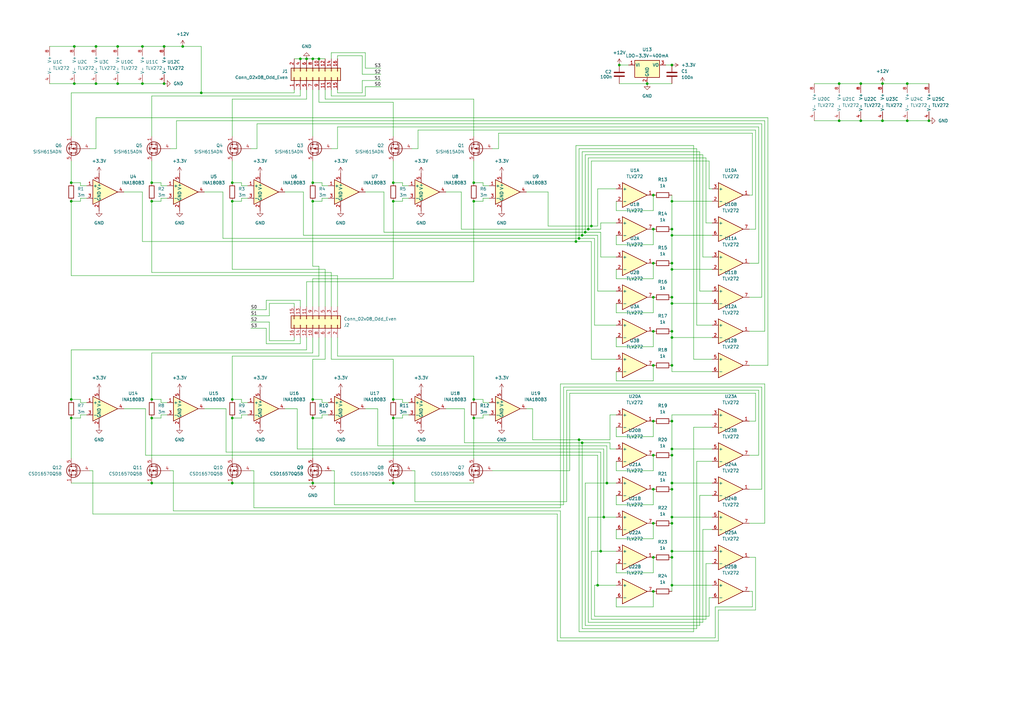
<source format=kicad_sch>
(kicad_sch
	(version 20231120)
	(generator "eeschema")
	(generator_version "8.0")
	(uuid "6208c6af-8edd-4837-8882-a9ec6980695c")
	(paper "A3")
	
	(junction
		(at 62.23 82.55)
		(diameter 0)
		(color 0 0 0 0)
		(uuid "05010657-c071-40ed-96d0-fd87cefb7e5b")
	)
	(junction
		(at 242.57 92.71)
		(diameter 0)
		(color 0 0 0 0)
		(uuid "06f6f716-10eb-426f-a1f4-da2b5443af9f")
	)
	(junction
		(at 267.97 93.98)
		(diameter 0)
		(color 0 0 0 0)
		(uuid "0b1e7e8f-9a3c-41e5-9c83-1db812bab023")
	)
	(junction
		(at 95.25 82.55)
		(diameter 0)
		(color 0 0 0 0)
		(uuid "0b5221ce-8072-4ec4-9695-b9366793ee27")
	)
	(junction
		(at 267.97 135.89)
		(diameter 0)
		(color 0 0 0 0)
		(uuid "0cb7bb73-e1bc-4e9d-b41f-c0e32c6684cf")
	)
	(junction
		(at 29.21 74.93)
		(diameter 0)
		(color 0 0 0 0)
		(uuid "114c12b2-91ee-421a-91c6-949f22dfceeb")
	)
	(junction
		(at 275.59 200.66)
		(diameter 0)
		(color 0 0 0 0)
		(uuid "124eba02-f87a-44e6-9d6e-bee92f3575c8")
	)
	(junction
		(at 275.59 107.95)
		(diameter 0)
		(color 0 0 0 0)
		(uuid "1e7ad1ef-ae48-4836-bbdf-b28906b27b96")
	)
	(junction
		(at 275.59 135.89)
		(diameter 0)
		(color 0 0 0 0)
		(uuid "1f8a5a51-d500-492b-b8b7-815d8a739902")
	)
	(junction
		(at 267.97 80.01)
		(diameter 0)
		(color 0 0 0 0)
		(uuid "2780624a-77d9-4a21-9c21-7f71f51f5ae9")
	)
	(junction
		(at 275.59 212.09)
		(diameter 0)
		(color 0 0 0 0)
		(uuid "27fea1a4-b8bd-4c29-91fa-60557026b34e")
	)
	(junction
		(at 254 26.67)
		(diameter 0)
		(color 0 0 0 0)
		(uuid "2809951a-e450-4586-b938-b877a93a7db6")
	)
	(junction
		(at 275.59 198.12)
		(diameter 0)
		(color 0 0 0 0)
		(uuid "28a95e6d-9cc5-4c45-a33a-574fcc0a5a33")
	)
	(junction
		(at 39.37 19.05)
		(diameter 0)
		(color 0 0 0 0)
		(uuid "2ba8f61f-3544-42f5-ac7b-853dd7801220")
	)
	(junction
		(at 267.97 186.69)
		(diameter 0)
		(color 0 0 0 0)
		(uuid "318c42c0-a745-4151-ab3a-a6a18320e364")
	)
	(junction
		(at 62.23 163.83)
		(diameter 0)
		(color 0 0 0 0)
		(uuid "33da8964-36b2-46ec-bed0-6176b7ee80dc")
	)
	(junction
		(at 58.42 34.29)
		(diameter 0)
		(color 0 0 0 0)
		(uuid "353ffb44-17a0-4977-a349-c09ce7a88ed0")
	)
	(junction
		(at 267.97 107.95)
		(diameter 0)
		(color 0 0 0 0)
		(uuid "38cf12f7-2f4b-4dd2-8003-05de442ca669")
	)
	(junction
		(at 161.29 82.55)
		(diameter 0)
		(color 0 0 0 0)
		(uuid "392f9a68-3a53-4efe-9a73-a0008f93b58d")
	)
	(junction
		(at 194.31 171.45)
		(diameter 0)
		(color 0 0 0 0)
		(uuid "3e2b108c-0db3-4d37-905d-a7628674fb5c")
	)
	(junction
		(at 245.11 240.03)
		(diameter 0)
		(color 0 0 0 0)
		(uuid "46014bce-24ab-432c-b251-736b2eae251c")
	)
	(junction
		(at 275.59 96.52)
		(diameter 0)
		(color 0 0 0 0)
		(uuid "46570a4b-f0f1-4838-a9d6-af436de9cd25")
	)
	(junction
		(at 267.97 172.72)
		(diameter 0)
		(color 0 0 0 0)
		(uuid "47468f06-7635-467e-9028-807b178a0193")
	)
	(junction
		(at 95.25 198.12)
		(diameter 0)
		(color 0 0 0 0)
		(uuid "4753c432-573b-4406-bfec-e98f59a767d6")
	)
	(junction
		(at 237.49 97.79)
		(diameter 0)
		(color 0 0 0 0)
		(uuid "47939b34-3587-4c18-8f3a-e5be492352e8")
	)
	(junction
		(at 62.23 171.45)
		(diameter 0)
		(color 0 0 0 0)
		(uuid "4ef5a502-04c6-4d6b-8938-323812b8b2d8")
	)
	(junction
		(at 275.59 82.55)
		(diameter 0)
		(color 0 0 0 0)
		(uuid "507517f8-7a1b-454d-9e88-ee6202efab4f")
	)
	(junction
		(at 30.48 34.29)
		(diameter 0)
		(color 0 0 0 0)
		(uuid "54faa088-2ed3-43e7-96cd-fe882478744a")
	)
	(junction
		(at 372.11 49.53)
		(diameter 0)
		(color 0 0 0 0)
		(uuid "56dba1fb-634c-4a7c-aa51-a9e850a37398")
	)
	(junction
		(at 82.55 38.1)
		(diameter 0)
		(color 0 0 0 0)
		(uuid "58b6a053-ff77-4939-925a-8b9789fc3eaf")
	)
	(junction
		(at 95.25 74.93)
		(diameter 0)
		(color 0 0 0 0)
		(uuid "5afdaa84-ee97-4544-a92c-95c6f49d95bd")
	)
	(junction
		(at 275.59 110.49)
		(diameter 0)
		(color 0 0 0 0)
		(uuid "5d869444-f5cd-4a07-9fea-0a1f2836fefb")
	)
	(junction
		(at 275.59 138.43)
		(diameter 0)
		(color 0 0 0 0)
		(uuid "5ec0e2f7-9e61-4301-b45c-2d6679e89e02")
	)
	(junction
		(at 194.31 74.93)
		(diameter 0)
		(color 0 0 0 0)
		(uuid "61f7c3a9-3123-4129-b47d-b15ae7bcbe37")
	)
	(junction
		(at 247.65 212.09)
		(diameter 0)
		(color 0 0 0 0)
		(uuid "63ea35ef-7583-410c-a776-a5a839ef55ad")
	)
	(junction
		(at 267.97 214.63)
		(diameter 0)
		(color 0 0 0 0)
		(uuid "65e70c12-83bb-4d84-b8d1-f81fc8ef4892")
	)
	(junction
		(at 128.27 24.13)
		(diameter 0)
		(color 0 0 0 0)
		(uuid "691cb062-f4df-441c-b0c1-e8eb9d24aa86")
	)
	(junction
		(at 265.43 34.29)
		(diameter 0)
		(color 0 0 0 0)
		(uuid "695ff5ce-6e32-4032-8560-011b13b58db2")
	)
	(junction
		(at 161.29 198.12)
		(diameter 0)
		(color 0 0 0 0)
		(uuid "6b78510f-4b3a-437a-a870-d17005281337")
	)
	(junction
		(at 128.27 74.93)
		(diameter 0)
		(color 0 0 0 0)
		(uuid "6ddf30e6-7a24-4773-b2af-cb4ce1fd64c6")
	)
	(junction
		(at 353.06 49.53)
		(diameter 0)
		(color 0 0 0 0)
		(uuid "70fa5888-6649-4916-86a5-261a76c7b26f")
	)
	(junction
		(at 130.81 24.13)
		(diameter 0)
		(color 0 0 0 0)
		(uuid "717b7af9-4326-46ee-84d3-e2ad30ae4c2e")
	)
	(junction
		(at 30.48 19.05)
		(diameter 0)
		(color 0 0 0 0)
		(uuid "72b8903f-185c-48ae-968e-0ac18463a95e")
	)
	(junction
		(at 238.76 96.52)
		(diameter 0)
		(color 0 0 0 0)
		(uuid "72f4c2c5-208a-469b-9fe6-73caa355efab")
	)
	(junction
		(at 95.25 163.83)
		(diameter 0)
		(color 0 0 0 0)
		(uuid "7692a8f5-be8f-42e3-84d1-2a037d21a176")
	)
	(junction
		(at 48.26 34.29)
		(diameter 0)
		(color 0 0 0 0)
		(uuid "785e8ea5-07e5-4d70-a54b-6e1b1c92c663")
	)
	(junction
		(at 29.21 163.83)
		(diameter 0)
		(color 0 0 0 0)
		(uuid "7a49010a-4aab-4429-82a9-7a44709eb7d5")
	)
	(junction
		(at 74.93 19.05)
		(diameter 0)
		(color 0 0 0 0)
		(uuid "7a540acb-2350-4389-a316-aa1a5b333a44")
	)
	(junction
		(at 128.27 198.12)
		(diameter 0)
		(color 0 0 0 0)
		(uuid "7b892d44-4e2d-44bb-a163-77e1726a4388")
	)
	(junction
		(at 128.27 82.55)
		(diameter 0)
		(color 0 0 0 0)
		(uuid "7d2aac6c-ca48-4249-8487-dbbe3ebcbec5")
	)
	(junction
		(at 267.97 228.6)
		(diameter 0)
		(color 0 0 0 0)
		(uuid "7f233028-b986-4529-bea9-e4791a4b0499")
	)
	(junction
		(at 275.59 214.63)
		(diameter 0)
		(color 0 0 0 0)
		(uuid "80bd7803-91c4-4e83-ae3f-d983ab80f174")
	)
	(junction
		(at 58.42 19.05)
		(diameter 0)
		(color 0 0 0 0)
		(uuid "89c753de-8a39-4443-8522-b625b3fe40d4")
	)
	(junction
		(at 275.59 240.03)
		(diameter 0)
		(color 0 0 0 0)
		(uuid "8a1cf233-5e5c-4c03-9849-4997e2d71d21")
	)
	(junction
		(at 275.59 93.98)
		(diameter 0)
		(color 0 0 0 0)
		(uuid "8a4a769a-95eb-4490-83c0-253160c8c4c4")
	)
	(junction
		(at 194.31 163.83)
		(diameter 0)
		(color 0 0 0 0)
		(uuid "8aef89a6-aac6-4398-8dee-b2a58632476e")
	)
	(junction
		(at 275.59 149.86)
		(diameter 0)
		(color 0 0 0 0)
		(uuid "8b7341d7-6a19-4356-a238-d384f78dc55e")
	)
	(junction
		(at 381 49.53)
		(diameter 0)
		(color 0 0 0 0)
		(uuid "8e01fef9-6420-4523-8a54-a6e1a67a2010")
	)
	(junction
		(at 95.25 171.45)
		(diameter 0)
		(color 0 0 0 0)
		(uuid "96e136bc-a6a0-49e5-b5a8-fba863ab7b68")
	)
	(junction
		(at 39.37 34.29)
		(diameter 0)
		(color 0 0 0 0)
		(uuid "9a962770-72e1-4d03-90bf-f1a691a3ace2")
	)
	(junction
		(at 128.27 171.45)
		(diameter 0)
		(color 0 0 0 0)
		(uuid "9ac6e09c-ab55-4a58-9923-5b5102583b45")
	)
	(junction
		(at 194.31 82.55)
		(diameter 0)
		(color 0 0 0 0)
		(uuid "9ddd1999-747e-4545-b428-61881e98c2e9")
	)
	(junction
		(at 161.29 171.45)
		(diameter 0)
		(color 0 0 0 0)
		(uuid "9dede8d4-fe8d-4380-bd3f-45f6bd29bac5")
	)
	(junction
		(at 275.59 228.6)
		(diameter 0)
		(color 0 0 0 0)
		(uuid "9ea486ed-e87e-41a6-9636-9cc4b90560ed")
	)
	(junction
		(at 62.23 74.93)
		(diameter 0)
		(color 0 0 0 0)
		(uuid "a2f5b087-745e-4665-a4a6-0fe6a703dc52")
	)
	(junction
		(at 67.31 34.29)
		(diameter 0)
		(color 0 0 0 0)
		(uuid "a30c7f65-9479-4f85-94c1-e9d2bada425f")
	)
	(junction
		(at 241.3 93.98)
		(diameter 0)
		(color 0 0 0 0)
		(uuid "a373d1cc-482a-435e-b73c-7171e870023e")
	)
	(junction
		(at 29.21 82.55)
		(diameter 0)
		(color 0 0 0 0)
		(uuid "aed620ab-fa85-4b7a-b2bb-164b1f02e0e2")
	)
	(junction
		(at 267.97 200.66)
		(diameter 0)
		(color 0 0 0 0)
		(uuid "aee0bba1-93ae-4a2f-a876-121d8fb09924")
	)
	(junction
		(at 125.73 24.13)
		(diameter 0)
		(color 0 0 0 0)
		(uuid "b5b3191a-d28e-45ae-854c-5b7cb8f32243")
	)
	(junction
		(at 248.92 198.12)
		(diameter 0)
		(color 0 0 0 0)
		(uuid "b9534f39-228e-4eb2-a73f-92fe72dc7277")
	)
	(junction
		(at 246.38 226.06)
		(diameter 0)
		(color 0 0 0 0)
		(uuid "ba2c784f-4f1e-45f9-944a-214bffa8ed84")
	)
	(junction
		(at 353.06 34.29)
		(diameter 0)
		(color 0 0 0 0)
		(uuid "bc929f1a-254f-42b7-a801-6ca53cc98cd2")
	)
	(junction
		(at 361.95 34.29)
		(diameter 0)
		(color 0 0 0 0)
		(uuid "bf7e07cb-a1e1-40cf-bb53-13968cd890ca")
	)
	(junction
		(at 161.29 74.93)
		(diameter 0)
		(color 0 0 0 0)
		(uuid "c240fe0b-df7c-4054-b81d-7b457541b026")
	)
	(junction
		(at 344.17 49.53)
		(diameter 0)
		(color 0 0 0 0)
		(uuid "c69458ab-54b4-4a38-a38d-ca780ad07093")
	)
	(junction
		(at 240.03 95.25)
		(diameter 0)
		(color 0 0 0 0)
		(uuid "c914206f-c606-4e58-82be-e0b72c43a04c")
	)
	(junction
		(at 128.27 163.83)
		(diameter 0)
		(color 0 0 0 0)
		(uuid "d05c7595-806b-477a-a262-51ada2315bfe")
	)
	(junction
		(at 267.97 121.92)
		(diameter 0)
		(color 0 0 0 0)
		(uuid "d2fe9b7a-fe8c-4912-a358-00d0a157478c")
	)
	(junction
		(at 236.22 99.06)
		(diameter 0)
		(color 0 0 0 0)
		(uuid "d49dcd4e-631b-44f3-8fbe-c282283d896e")
	)
	(junction
		(at 275.59 172.72)
		(diameter 0)
		(color 0 0 0 0)
		(uuid "d4b49248-8178-4dc6-8aac-d04ea9655067")
	)
	(junction
		(at 344.17 34.29)
		(diameter 0)
		(color 0 0 0 0)
		(uuid "d9521a6d-e945-413c-9508-f04a21d4bb0f")
	)
	(junction
		(at 161.29 163.83)
		(diameter 0)
		(color 0 0 0 0)
		(uuid "dd03d299-c722-4464-b93e-1b6fbd8898b5")
	)
	(junction
		(at 67.31 19.05)
		(diameter 0)
		(color 0 0 0 0)
		(uuid "df785306-cf78-4718-b16d-73648c5231e2")
	)
	(junction
		(at 372.11 34.29)
		(diameter 0)
		(color 0 0 0 0)
		(uuid "e0d3a95c-3b7e-404f-a7a5-aad882ff3eec")
	)
	(junction
		(at 275.59 26.67)
		(diameter 0)
		(color 0 0 0 0)
		(uuid "e0eb4195-8b98-43cc-82f3-3cd161e4b873")
	)
	(junction
		(at 29.21 171.45)
		(diameter 0)
		(color 0 0 0 0)
		(uuid "e2166ffe-a467-4f07-997e-d899ae58daf4")
	)
	(junction
		(at 267.97 242.57)
		(diameter 0)
		(color 0 0 0 0)
		(uuid "e89d096e-cae5-4828-b623-6abe2c320b60")
	)
	(junction
		(at 361.95 49.53)
		(diameter 0)
		(color 0 0 0 0)
		(uuid "e8e343b5-86ba-4831-9c02-ecff8ca83cfc")
	)
	(junction
		(at 275.59 121.92)
		(diameter 0)
		(color 0 0 0 0)
		(uuid "ecaa9c85-ce73-4b0d-9cd2-d325fb2566a5")
	)
	(junction
		(at 238.76 181.61)
		(diameter 0)
		(color 0 0 0 0)
		(uuid "ecff08ec-40d2-4239-a24f-aa4ef0f67eb1")
	)
	(junction
		(at 123.19 24.13)
		(diameter 0)
		(color 0 0 0 0)
		(uuid "ee279fd8-2bb8-43f3-83b5-17f6fb07684f")
	)
	(junction
		(at 237.49 180.34)
		(diameter 0)
		(color 0 0 0 0)
		(uuid "ef1ab7fa-0cff-4185-9b41-b5fab6d8dd54")
	)
	(junction
		(at 275.59 186.69)
		(diameter 0)
		(color 0 0 0 0)
		(uuid "efddad28-241a-477d-bc2f-112b36ae714f")
	)
	(junction
		(at 267.97 149.86)
		(diameter 0)
		(color 0 0 0 0)
		(uuid "f040af96-4c3e-42b3-8a06-1abf9a893ab5")
	)
	(junction
		(at 275.59 184.15)
		(diameter 0)
		(color 0 0 0 0)
		(uuid "f0601a6d-f817-467d-b69f-c40899ee811b")
	)
	(junction
		(at 48.26 19.05)
		(diameter 0)
		(color 0 0 0 0)
		(uuid "f2f1df38-6453-49fc-8d0f-54ba1d6c3ba8")
	)
	(junction
		(at 62.23 198.12)
		(diameter 0)
		(color 0 0 0 0)
		(uuid "f6cfb1df-ca9f-4b59-967f-ed5fdf2b6ec7")
	)
	(junction
		(at 275.59 226.06)
		(diameter 0)
		(color 0 0 0 0)
		(uuid "fc251acf-b9b7-40e0-84b3-fc4e768958c4")
	)
	(junction
		(at 275.59 124.46)
		(diameter 0)
		(color 0 0 0 0)
		(uuid "fd650eca-cac0-411f-883e-5b9555b8d800")
	)
	(wire
		(pts
			(xy 132.08 171.45) (xy 128.27 171.45)
		)
		(stroke
			(width 0)
			(type default)
		)
		(uuid "004d3bf5-82a4-4c78-aff6-39b9e97cfa00")
	)
	(wire
		(pts
			(xy 138.43 36.83) (xy 138.43 38.1)
		)
		(stroke
			(width 0)
			(type default)
		)
		(uuid "010c91d7-bb13-4fc2-b5eb-06f2a6c59c59")
	)
	(wire
		(pts
			(xy 128.27 109.22) (xy 128.27 82.55)
		)
		(stroke
			(width 0)
			(type default)
		)
		(uuid "01b847e6-3075-4b44-a674-5de4e73722e9")
	)
	(wire
		(pts
			(xy 312.42 121.92) (xy 312.42 50.8)
		)
		(stroke
			(width 0)
			(type default)
		)
		(uuid "0297a265-60f8-4b08-9325-599b18e2c39e")
	)
	(wire
		(pts
			(xy 101.6 76.2) (xy 99.06 76.2)
		)
		(stroke
			(width 0)
			(type default)
		)
		(uuid "03675291-1b37-4738-9a94-d9e403d75dc5")
	)
	(wire
		(pts
			(xy 38.1 210.82) (xy 38.1 193.04)
		)
		(stroke
			(width 0)
			(type default)
		)
		(uuid "04699bb2-cbd5-48bc-8c84-30fcd1cf5031")
	)
	(wire
		(pts
			(xy 149.86 167.64) (xy 154.94 167.64)
		)
		(stroke
			(width 0)
			(type default)
		)
		(uuid "04f0c2e9-3873-4785-8fea-d12db9c7ac5a")
	)
	(wire
		(pts
			(xy 130.81 146.05) (xy 95.25 146.05)
		)
		(stroke
			(width 0)
			(type default)
		)
		(uuid "05cc6c49-2552-4c04-9dcf-079f9672a3f9")
	)
	(wire
		(pts
			(xy 33.02 74.93) (xy 29.21 74.93)
		)
		(stroke
			(width 0)
			(type default)
		)
		(uuid "064cc41e-661f-4b0f-ada2-0e98853d9b87")
	)
	(wire
		(pts
			(xy 62.23 144.78) (xy 62.23 163.83)
		)
		(stroke
			(width 0)
			(type default)
		)
		(uuid "07a942b0-f09a-4dd8-97b8-7e1bb2d4a849")
	)
	(wire
		(pts
			(xy 33.02 170.18) (xy 33.02 171.45)
		)
		(stroke
			(width 0)
			(type default)
		)
		(uuid "07b4194d-1087-4572-b3c7-5a8a66f5330d")
	)
	(wire
		(pts
			(xy 243.84 133.35) (xy 252.73 133.35)
		)
		(stroke
			(width 0)
			(type default)
		)
		(uuid "083d0ffe-d431-4f2f-a02f-80cc87c99f59")
	)
	(wire
		(pts
			(xy 137.16 193.04) (xy 135.89 193.04)
		)
		(stroke
			(width 0)
			(type default)
		)
		(uuid "09279c74-26e4-46dd-bd80-61667fbff289")
	)
	(wire
		(pts
			(xy 110.49 129.54) (xy 102.87 129.54)
		)
		(stroke
			(width 0)
			(type default)
		)
		(uuid "0ae7008d-282d-4e88-ada1-90cf5eef684c")
	)
	(wire
		(pts
			(xy 120.65 38.1) (xy 82.55 38.1)
		)
		(stroke
			(width 0)
			(type default)
		)
		(uuid "0b33802a-d16b-40c4-bf41-0d872ed95cba")
	)
	(wire
		(pts
			(xy 154.94 167.64) (xy 154.94 182.88)
		)
		(stroke
			(width 0)
			(type default)
		)
		(uuid "0bcad83c-66ce-426a-88db-6261d30c7d54")
	)
	(wire
		(pts
			(xy 99.06 171.45) (xy 95.25 171.45)
		)
		(stroke
			(width 0)
			(type default)
		)
		(uuid "0d0db03a-ecce-44eb-94a6-3c04923c37bd")
	)
	(wire
		(pts
			(xy 242.57 66.04) (xy 242.57 92.71)
		)
		(stroke
			(width 0)
			(type default)
		)
		(uuid "0d52dc78-e23a-4b0b-8892-939a34952002")
	)
	(wire
		(pts
			(xy 241.3 255.27) (xy 241.3 212.09)
		)
		(stroke
			(width 0)
			(type default)
		)
		(uuid "0d6ac059-8754-42bd-ae10-82b931aa52a9")
	)
	(wire
		(pts
			(xy 68.58 165.1) (xy 66.04 165.1)
		)
		(stroke
			(width 0)
			(type default)
		)
		(uuid "0e8f1c7e-0c38-4778-9b4e-757a4bc276ff")
	)
	(wire
		(pts
			(xy 123.19 36.83) (xy 123.19 39.37)
		)
		(stroke
			(width 0)
			(type default)
		)
		(uuid "0f0890f7-36db-45e3-bb49-a5963c8a81fa")
	)
	(wire
		(pts
			(xy 307.34 107.95) (xy 311.15 107.95)
		)
		(stroke
			(width 0)
			(type default)
		)
		(uuid "107cc8f2-1f0b-48c9-a8ca-1b151e9a426b")
	)
	(wire
		(pts
			(xy 228.6 262.89) (xy 228.6 210.82)
		)
		(stroke
			(width 0)
			(type default)
		)
		(uuid "110ee823-4714-4d62-abd7-3b7258167253")
	)
	(wire
		(pts
			(xy 125.73 115.57) (xy 194.31 115.57)
		)
		(stroke
			(width 0)
			(type default)
		)
		(uuid "11344748-17e0-4c6b-bcbf-d645cc53a96a")
	)
	(wire
		(pts
			(xy 243.84 97.79) (xy 243.84 133.35)
		)
		(stroke
			(width 0)
			(type default)
		)
		(uuid "115f87dc-a897-4be1-b5b5-2fc6db178fe8")
	)
	(wire
		(pts
			(xy 290.83 77.47) (xy 290.83 66.04)
		)
		(stroke
			(width 0)
			(type default)
		)
		(uuid "11c2825f-ed90-442c-b170-9445609133e9")
	)
	(wire
		(pts
			(xy 91.44 97.79) (xy 237.49 97.79)
		)
		(stroke
			(width 0)
			(type default)
		)
		(uuid "1214034e-a818-4dfa-88de-136a4031b917")
	)
	(wire
		(pts
			(xy 289.56 231.14) (xy 289.56 254)
		)
		(stroke
			(width 0)
			(type default)
		)
		(uuid "13737642-8f02-417b-92fe-8dbfb5c1d817")
	)
	(wire
		(pts
			(xy 273.05 26.67) (xy 275.59 26.67)
		)
		(stroke
			(width 0)
			(type default)
		)
		(uuid "13893296-d543-4cb2-8dc9-809cfb2ab6df")
	)
	(wire
		(pts
			(xy 29.21 38.1) (xy 82.55 38.1)
		)
		(stroke
			(width 0)
			(type default)
		)
		(uuid "143cd98c-d08d-41da-aa3d-8c5ffb4b972f")
	)
	(wire
		(pts
			(xy 231.14 207.01) (xy 137.16 207.01)
		)
		(stroke
			(width 0)
			(type default)
		)
		(uuid "14bd3cf9-6f50-4c83-b0d7-71c9c0add164")
	)
	(wire
		(pts
			(xy 138.43 138.43) (xy 138.43 146.05)
		)
		(stroke
			(width 0)
			(type default)
		)
		(uuid "14d95c4a-a553-4524-a850-b2fd2edcfd06")
	)
	(wire
		(pts
			(xy 245.11 77.47) (xy 252.73 77.47)
		)
		(stroke
			(width 0)
			(type default)
		)
		(uuid "15415899-1807-4cfa-8ec3-7acd3bd6d7c3")
	)
	(wire
		(pts
			(xy 171.45 60.96) (xy 168.91 60.96)
		)
		(stroke
			(width 0)
			(type default)
		)
		(uuid "16825018-8883-4986-bc19-0f02f987ee67")
	)
	(wire
		(pts
			(xy 252.73 100.33) (xy 267.97 100.33)
		)
		(stroke
			(width 0)
			(type default)
		)
		(uuid "16f4c379-730c-409c-9aec-e46b8141858e")
	)
	(wire
		(pts
			(xy 246.38 185.42) (xy 246.38 226.06)
		)
		(stroke
			(width 0)
			(type default)
		)
		(uuid "17602c28-63c4-48c4-9e7d-5ca1507a4769")
	)
	(wire
		(pts
			(xy 204.47 54.61) (xy 204.47 60.96)
		)
		(stroke
			(width 0)
			(type default)
		)
		(uuid "19b48c03-3869-4bf0-b964-963d42ba27d0")
	)
	(wire
		(pts
			(xy 200.66 165.1) (xy 198.12 165.1)
		)
		(stroke
			(width 0)
			(type default)
		)
		(uuid "19c523a1-41d6-404a-a196-e5163e382b07")
	)
	(wire
		(pts
			(xy 66.04 76.2) (xy 66.04 74.93)
		)
		(stroke
			(width 0)
			(type default)
		)
		(uuid "1a691cac-2eaf-47cb-be80-2f3ba55b2190")
	)
	(wire
		(pts
			(xy 200.66 76.2) (xy 198.12 76.2)
		)
		(stroke
			(width 0)
			(type default)
		)
		(uuid "1b4e4418-2077-48bb-a076-050d5c0aa147")
	)
	(wire
		(pts
			(xy 132.08 163.83) (xy 128.27 163.83)
		)
		(stroke
			(width 0)
			(type default)
		)
		(uuid "1be25bff-884f-45a1-a98d-c7f73d7f2f17")
	)
	(wire
		(pts
			(xy 228.6 210.82) (xy 38.1 210.82)
		)
		(stroke
			(width 0)
			(type default)
		)
		(uuid "1bfaad06-58f0-49fd-bfc9-f151e5633521")
	)
	(wire
		(pts
			(xy 312.42 158.75) (xy 231.14 158.75)
		)
		(stroke
			(width 0)
			(type default)
		)
		(uuid "1e00bc06-23f0-4cf8-8856-310197ad687e")
	)
	(wire
		(pts
			(xy 292.1 189.23) (xy 285.75 189.23)
		)
		(stroke
			(width 0)
			(type default)
		)
		(uuid "1e9a5bbf-0e40-4f85-841c-71006b0e0852")
	)
	(wire
		(pts
			(xy 307.34 200.66) (xy 312.42 200.66)
		)
		(stroke
			(width 0)
			(type default)
		)
		(uuid "1eb3b78f-1101-4539-a660-e91c33b8c380")
	)
	(wire
		(pts
			(xy 240.03 95.25) (xy 246.38 95.25)
		)
		(stroke
			(width 0)
			(type default)
		)
		(uuid "1eba96a6-682a-4cd3-9078-a95a5fd043b7")
	)
	(wire
		(pts
			(xy 372.11 49.53) (xy 381 49.53)
		)
		(stroke
			(width 0)
			(type default)
		)
		(uuid "1f7f265f-0a20-4f86-b94b-a3d5c1830acc")
	)
	(wire
		(pts
			(xy 275.59 212.09) (xy 275.59 214.63)
		)
		(stroke
			(width 0)
			(type default)
		)
		(uuid "1f8c7c0a-2939-4add-a10b-b680f2dd27c4")
	)
	(wire
		(pts
			(xy 71.12 193.04) (xy 69.85 193.04)
		)
		(stroke
			(width 0)
			(type default)
		)
		(uuid "1f93b9c2-da55-4a05-9751-b469e2a6330c")
	)
	(wire
		(pts
			(xy 30.48 34.29) (xy 39.37 34.29)
		)
		(stroke
			(width 0)
			(type default)
		)
		(uuid "20246698-0e9f-4e35-9392-a2e865c28fe6")
	)
	(wire
		(pts
			(xy 309.88 161.29) (xy 233.68 161.29)
		)
		(stroke
			(width 0)
			(type default)
		)
		(uuid "20942d45-4dd9-4a58-8ea7-0f19dd71ddbe")
	)
	(wire
		(pts
			(xy 267.97 100.33) (xy 267.97 93.98)
		)
		(stroke
			(width 0)
			(type default)
		)
		(uuid "20be42eb-92e2-4d7c-894c-1d2f3d29bea0")
	)
	(wire
		(pts
			(xy 95.25 198.12) (xy 128.27 198.12)
		)
		(stroke
			(width 0)
			(type default)
		)
		(uuid "20db0412-0de5-42fd-a742-6c22dc0869a5")
	)
	(wire
		(pts
			(xy 241.3 93.98) (xy 246.38 93.98)
		)
		(stroke
			(width 0)
			(type default)
		)
		(uuid "212181b3-a527-4a30-a6bc-805862656673")
	)
	(wire
		(pts
			(xy 66.04 170.18) (xy 66.04 171.45)
		)
		(stroke
			(width 0)
			(type default)
		)
		(uuid "2127ea71-471d-4549-97c7-a3eb1e3444cf")
	)
	(wire
		(pts
			(xy 198.12 171.45) (xy 194.31 171.45)
		)
		(stroke
			(width 0)
			(type default)
		)
		(uuid "21de4b81-f032-4fd0-bf69-a4da82c7dd7d")
	)
	(wire
		(pts
			(xy 309.88 53.34) (xy 171.45 53.34)
		)
		(stroke
			(width 0)
			(type default)
		)
		(uuid "223b20a1-8ddc-49e5-aca8-69bca1d71643")
	)
	(wire
		(pts
			(xy 285.75 133.35) (xy 285.75 60.96)
		)
		(stroke
			(width 0)
			(type default)
		)
		(uuid "225aebae-d38a-4c08-909a-9f61357aec38")
	)
	(wire
		(pts
			(xy 134.62 81.28) (xy 132.08 81.28)
		)
		(stroke
			(width 0)
			(type default)
		)
		(uuid "22f5ddce-18f0-4b8f-8381-a76d76b796e7")
	)
	(wire
		(pts
			(xy 287.02 203.2) (xy 287.02 256.54)
		)
		(stroke
			(width 0)
			(type default)
		)
		(uuid "23362d08-51a1-4797-9823-19a4ed938df3")
	)
	(wire
		(pts
			(xy 252.73 220.98) (xy 267.97 220.98)
		)
		(stroke
			(width 0)
			(type default)
		)
		(uuid "252ef2a2-9085-4433-8165-ea37365fb9ae")
	)
	(wire
		(pts
			(xy 275.59 80.01) (xy 275.59 82.55)
		)
		(stroke
			(width 0)
			(type default)
		)
		(uuid "253addfe-c7f7-4566-afe0-8a03c78db58c")
	)
	(wire
		(pts
			(xy 252.73 142.24) (xy 267.97 142.24)
		)
		(stroke
			(width 0)
			(type default)
		)
		(uuid "265e5cd2-83f2-4a6b-808f-d53e52593846")
	)
	(wire
		(pts
			(xy 293.37 248.92) (xy 293.37 261.62)
		)
		(stroke
			(width 0)
			(type default)
		)
		(uuid "269d7bc6-b039-472a-bbfb-1b4dfaf39695")
	)
	(wire
		(pts
			(xy 116.84 167.64) (xy 121.92 167.64)
		)
		(stroke
			(width 0)
			(type default)
		)
		(uuid "26a8ab3f-6fac-4995-9005-c0a0f90c695a")
	)
	(wire
		(pts
			(xy 275.59 200.66) (xy 275.59 212.09)
		)
		(stroke
			(width 0)
			(type default)
		)
		(uuid "270eff08-0c49-4917-8bdc-ae1e764cfed0")
	)
	(wire
		(pts
			(xy 307.34 80.01) (xy 308.61 80.01)
		)
		(stroke
			(width 0)
			(type default)
		)
		(uuid "27432827-3bc6-443a-ae76-c5701be6b84d")
	)
	(wire
		(pts
			(xy 275.59 226.06) (xy 292.1 226.06)
		)
		(stroke
			(width 0)
			(type default)
		)
		(uuid "2767d2c3-ff89-41a4-aea4-8f36bcdfcd10")
	)
	(wire
		(pts
			(xy 109.22 127) (xy 102.87 127)
		)
		(stroke
			(width 0)
			(type default)
		)
		(uuid "27a11fb7-9524-4938-8016-6d688be8726c")
	)
	(wire
		(pts
			(xy 198.12 165.1) (xy 198.12 163.83)
		)
		(stroke
			(width 0)
			(type default)
		)
		(uuid "28471166-0c42-4873-b6a0-751df81791f0")
	)
	(wire
		(pts
			(xy 288.29 217.17) (xy 288.29 255.27)
		)
		(stroke
			(width 0)
			(type default)
		)
		(uuid "2a021e1d-c645-4359-addc-85f2726d146c")
	)
	(wire
		(pts
			(xy 275.59 170.18) (xy 275.59 172.72)
		)
		(stroke
			(width 0)
			(type default)
		)
		(uuid "2a6d770e-3fab-430a-841a-42c202a42c6f")
	)
	(wire
		(pts
			(xy 240.03 63.5) (xy 240.03 95.25)
		)
		(stroke
			(width 0)
			(type default)
		)
		(uuid "2a7ebe09-f173-4381-be4c-63912867b9b6")
	)
	(wire
		(pts
			(xy 134.62 165.1) (xy 132.08 165.1)
		)
		(stroke
			(width 0)
			(type default)
		)
		(uuid "2a928d07-1102-4f57-b5c4-7c96efb2d79e")
	)
	(wire
		(pts
			(xy 189.23 78.74) (xy 189.23 93.98)
		)
		(stroke
			(width 0)
			(type default)
		)
		(uuid "2a977261-6e52-4626-86ca-1ef960aa082b")
	)
	(wire
		(pts
			(xy 307.34 93.98) (xy 309.88 93.98)
		)
		(stroke
			(width 0)
			(type default)
		)
		(uuid "2a9cd313-621f-40e6-8d68-da1bbc8bc0b1")
	)
	(wire
		(pts
			(xy 313.69 157.48) (xy 229.87 157.48)
		)
		(stroke
			(width 0)
			(type default)
		)
		(uuid "2ac9fcbf-8c8e-4877-ad94-860039c7df4c")
	)
	(wire
		(pts
			(xy 110.49 139.7) (xy 110.49 132.08)
		)
		(stroke
			(width 0)
			(type default)
		)
		(uuid "2aed73f1-d516-4254-974e-5a0ab55bdde4")
	)
	(wire
		(pts
			(xy 307.34 149.86) (xy 314.96 149.86)
		)
		(stroke
			(width 0)
			(type default)
		)
		(uuid "2b0be34b-4423-4b6f-b454-60ada71fbeb8")
	)
	(wire
		(pts
			(xy 307.34 121.92) (xy 312.42 121.92)
		)
		(stroke
			(width 0)
			(type default)
		)
		(uuid "2c39da2f-f36b-46be-acb0-70d5a4ae524e")
	)
	(wire
		(pts
			(xy 241.3 212.09) (xy 247.65 212.09)
		)
		(stroke
			(width 0)
			(type default)
		)
		(uuid "2c97a44b-a898-462f-8913-d475c2ddc502")
	)
	(wire
		(pts
			(xy 252.73 203.2) (xy 252.73 207.01)
		)
		(stroke
			(width 0)
			(type default)
		)
		(uuid "2cfef35e-3c59-4dc1-8d23-cbf2e14656f8")
	)
	(wire
		(pts
			(xy 252.73 86.36) (xy 267.97 86.36)
		)
		(stroke
			(width 0)
			(type default)
		)
		(uuid "2da429e9-1499-4e94-be6c-6a5c1bfb2abc")
	)
	(wire
		(pts
			(xy 99.06 76.2) (xy 99.06 74.93)
		)
		(stroke
			(width 0)
			(type default)
		)
		(uuid "2ea6fc0b-7154-433c-bae0-fd843579f5fe")
	)
	(wire
		(pts
			(xy 285.75 189.23) (xy 285.75 257.81)
		)
		(stroke
			(width 0)
			(type default)
		)
		(uuid "2f69817b-86d0-46a8-90f5-ed369498e047")
	)
	(wire
		(pts
			(xy 275.59 214.63) (xy 275.59 226.06)
		)
		(stroke
			(width 0)
			(type default)
		)
		(uuid "2f6a7be8-4791-46a1-a1ee-c8a22afaf03f")
	)
	(wire
		(pts
			(xy 288.29 255.27) (xy 241.3 255.27)
		)
		(stroke
			(width 0)
			(type default)
		)
		(uuid "2f7f9261-3a66-4a43-aa88-d17e0bc43aa0")
	)
	(wire
		(pts
			(xy 135.89 147.32) (xy 161.29 147.32)
		)
		(stroke
			(width 0)
			(type default)
		)
		(uuid "2faf1066-7dea-43c1-937a-c6dea832578c")
	)
	(wire
		(pts
			(xy 312.42 50.8) (xy 105.41 50.8)
		)
		(stroke
			(width 0)
			(type default)
		)
		(uuid "30656346-209c-4c11-add2-bb8160077e8b")
	)
	(wire
		(pts
			(xy 204.47 60.96) (xy 201.93 60.96)
		)
		(stroke
			(width 0)
			(type default)
		)
		(uuid "317288cb-e21a-4821-9150-f33eed7f7229")
	)
	(wire
		(pts
			(xy 309.88 250.19) (xy 294.64 250.19)
		)
		(stroke
			(width 0)
			(type default)
		)
		(uuid "317a9c45-cb82-4d7f-95f5-99b76cde5f7a")
	)
	(wire
		(pts
			(xy 38.1 193.04) (xy 36.83 193.04)
		)
		(stroke
			(width 0)
			(type default)
		)
		(uuid "31a3c1b7-bfb3-4194-bdc0-19710e9270ca")
	)
	(wire
		(pts
			(xy 252.73 231.14) (xy 252.73 234.95)
		)
		(stroke
			(width 0)
			(type default)
		)
		(uuid "31de20dc-1776-4e65-b9dc-b1368e37942b")
	)
	(wire
		(pts
			(xy 353.06 49.53) (xy 361.95 49.53)
		)
		(stroke
			(width 0)
			(type default)
		)
		(uuid "32cfd90a-056a-4710-8218-22dced66d93a")
	)
	(wire
		(pts
			(xy 285.75 60.96) (xy 237.49 60.96)
		)
		(stroke
			(width 0)
			(type default)
		)
		(uuid "3331dcda-00b7-46ed-914d-74ffb9aae86c")
	)
	(wire
		(pts
			(xy 101.6 170.18) (xy 99.06 170.18)
		)
		(stroke
			(width 0)
			(type default)
		)
		(uuid "33c0eae1-eae8-49cb-af51-111053bdd3be")
	)
	(wire
		(pts
			(xy 334.01 34.29) (xy 344.17 34.29)
		)
		(stroke
			(width 0)
			(type default)
		)
		(uuid "3409b12e-7b6c-4844-a22e-b10dfbeafaec")
	)
	(wire
		(pts
			(xy 311.15 186.69) (xy 311.15 160.02)
		)
		(stroke
			(width 0)
			(type default)
		)
		(uuid "340cc7df-24bc-4b00-ae49-4744ae897e02")
	)
	(wire
		(pts
			(xy 242.57 254) (xy 242.57 226.06)
		)
		(stroke
			(width 0)
			(type default)
		)
		(uuid "34b01a61-772d-4caf-86ec-8747fbc55720")
	)
	(wire
		(pts
			(xy 252.73 152.4) (xy 252.73 156.21)
		)
		(stroke
			(width 0)
			(type default)
		)
		(uuid "361f218c-a8fb-49f8-8cb4-b957d173dcad")
	)
	(wire
		(pts
			(xy 248.92 198.12) (xy 252.73 198.12)
		)
		(stroke
			(width 0)
			(type default)
		)
		(uuid "36785111-3eae-49ea-8645-944c5f93b843")
	)
	(wire
		(pts
			(xy 120.65 125.73) (xy 120.65 124.46)
		)
		(stroke
			(width 0)
			(type default)
		)
		(uuid "367cbb75-373d-4195-a0af-29c029211312")
	)
	(wire
		(pts
			(xy 182.88 167.64) (xy 190.5 167.64)
		)
		(stroke
			(width 0)
			(type default)
		)
		(uuid "36858bff-bad5-4e87-8cd0-c09252216270")
	)
	(wire
		(pts
			(xy 288.29 105.41) (xy 288.29 63.5)
		)
		(stroke
			(width 0)
			(type default)
		)
		(uuid "36c3e41d-aae4-4c23-81ad-3e456ecfcad4")
	)
	(wire
		(pts
			(xy 240.03 256.54) (xy 240.03 198.12)
		)
		(stroke
			(width 0)
			(type default)
		)
		(uuid "37970377-6a00-4dd2-93e5-55b32771504d")
	)
	(wire
		(pts
			(xy 58.42 78.74) (xy 58.42 99.06)
		)
		(stroke
			(width 0)
			(type default)
		)
		(uuid "38549354-a380-4d0a-8c28-9fc398160347")
	)
	(wire
		(pts
			(xy 20.32 19.05) (xy 30.48 19.05)
		)
		(stroke
			(width 0)
			(type default)
		)
		(uuid "392b1f07-ac9f-4bbc-9ccc-4e7b13658e62")
	)
	(wire
		(pts
			(xy 224.79 92.71) (xy 242.57 92.71)
		)
		(stroke
			(width 0)
			(type default)
		)
		(uuid "3999bce5-b8ac-405e-8f0f-bd5885b7fb7b")
	)
	(wire
		(pts
			(xy 252.73 245.11) (xy 252.73 248.92)
		)
		(stroke
			(width 0)
			(type default)
		)
		(uuid "39b0da6c-29bc-4280-8642-f38a2265300f")
	)
	(wire
		(pts
			(xy 125.73 138.43) (xy 125.73 143.51)
		)
		(stroke
			(width 0)
			(type default)
		)
		(uuid "39b199d3-14e7-4d03-9da2-57140e1f835e")
	)
	(wire
		(pts
			(xy 133.35 138.43) (xy 133.35 147.32)
		)
		(stroke
			(width 0)
			(type default)
		)
		(uuid "3a1f5ecc-f86d-4a70-b765-5abc272dc0f6")
	)
	(wire
		(pts
			(xy 128.27 138.43) (xy 128.27 144.78)
		)
		(stroke
			(width 0)
			(type default)
		)
		(uuid "3a22b029-9240-486e-880d-3716382c4c25")
	)
	(wire
		(pts
			(xy 95.25 55.88) (xy 95.25 40.64)
		)
		(stroke
			(width 0)
			(type default)
		)
		(uuid "3aadc5dd-295f-4834-9f83-cd0857754519")
	)
	(wire
		(pts
			(xy 275.59 152.4) (xy 275.59 149.86)
		)
		(stroke
			(width 0)
			(type default)
		)
		(uuid "3d1dfdff-aba0-4bb2-b4fd-b22124e43dee")
	)
	(wire
		(pts
			(xy 29.21 171.45) (xy 29.21 187.96)
		)
		(stroke
			(width 0)
			(type default)
		)
		(uuid "3d376579-1483-4035-bc81-1ea5574d0d00")
	)
	(wire
		(pts
			(xy 190.5 181.61) (xy 238.76 181.61)
		)
		(stroke
			(width 0)
			(type default)
		)
		(uuid "3d849d2b-f327-4bcc-9f99-eeddf71d0b36")
	)
	(wire
		(pts
			(xy 292.1 217.17) (xy 288.29 217.17)
		)
		(stroke
			(width 0)
			(type default)
		)
		(uuid "3dd274fa-67f3-4a15-b1ca-92691ee2c6f2")
	)
	(wire
		(pts
			(xy 123.19 24.13) (xy 125.73 24.13)
		)
		(stroke
			(width 0)
			(type default)
		)
		(uuid "3e1dbe31-fa4f-496c-9066-ff41bf2801ce")
	)
	(wire
		(pts
			(xy 138.43 52.07) (xy 138.43 60.96)
		)
		(stroke
			(width 0)
			(type default)
		)
		(uuid "3e6a156c-8667-42d2-8edd-43273e1e290c")
	)
	(wire
		(pts
			(xy 215.9 78.74) (xy 224.79 78.74)
		)
		(stroke
			(width 0)
			(type default)
		)
		(uuid "3e8a1340-8bb5-44b3-ba25-80d9ed81c958")
	)
	(wire
		(pts
			(xy 33.02 163.83) (xy 29.21 163.83)
		)
		(stroke
			(width 0)
			(type default)
		)
		(uuid "3ece93de-5cae-465e-8fef-f6e8cb03f17a")
	)
	(wire
		(pts
			(xy 252.73 248.92) (xy 267.97 248.92)
		)
		(stroke
			(width 0)
			(type default)
		)
		(uuid "3edd72ff-5f08-4d18-8409-232861d1a0d5")
	)
	(wire
		(pts
			(xy 198.12 74.93) (xy 194.31 74.93)
		)
		(stroke
			(width 0)
			(type default)
		)
		(uuid "3f48957f-377c-4006-b88a-224062ae5f91")
	)
	(wire
		(pts
			(xy 66.04 171.45) (xy 62.23 171.45)
		)
		(stroke
			(width 0)
			(type default)
		)
		(uuid "3f58d2f1-6534-4c66-9953-703df9caf2da")
	)
	(wire
		(pts
			(xy 275.59 96.52) (xy 292.1 96.52)
		)
		(stroke
			(width 0)
			(type default)
		)
		(uuid "40dae5cd-36ba-43a9-bce5-1a7aef1d750f")
	)
	(wire
		(pts
			(xy 252.73 179.07) (xy 267.97 179.07)
		)
		(stroke
			(width 0)
			(type default)
		)
		(uuid "41293f3f-d9d8-4c76-8b28-6f1a2b9f8953")
	)
	(wire
		(pts
			(xy 135.89 125.73) (xy 135.89 111.76)
		)
		(stroke
			(width 0)
			(type default)
		)
		(uuid "421b5b7f-03b5-4537-beef-41497464b1ca")
	)
	(wire
		(pts
			(xy 229.87 209.55) (xy 71.12 209.55)
		)
		(stroke
			(width 0)
			(type default)
		)
		(uuid "421e4305-cd49-4adc-bb59-7627359ca8b5")
	)
	(wire
		(pts
			(xy 161.29 41.91) (xy 130.81 41.91)
		)
		(stroke
			(width 0)
			(type default)
		)
		(uuid "4293de60-ad3e-428e-a011-93b7dd6d8e0a")
	)
	(wire
		(pts
			(xy 138.43 146.05) (xy 194.31 146.05)
		)
		(stroke
			(width 0)
			(type default)
		)
		(uuid "438d6e6a-cc0c-4b2f-a5ff-aeb9d780ca46")
	)
	(wire
		(pts
			(xy 138.43 22.86) (xy 148.59 22.86)
		)
		(stroke
			(width 0)
			(type default)
		)
		(uuid "43f7d295-d495-41f5-89d1-12e8c03a6833")
	)
	(wire
		(pts
			(xy 252.73 207.01) (xy 267.97 207.01)
		)
		(stroke
			(width 0)
			(type default)
		)
		(uuid "4513a3ab-efb8-40a9-b938-ffd879eccdfa")
	)
	(wire
		(pts
			(xy 194.31 115.57) (xy 194.31 82.55)
		)
		(stroke
			(width 0)
			(type default)
		)
		(uuid "45d69fe6-dd4d-4410-a558-86772c0b506a")
	)
	(wire
		(pts
			(xy 91.44 78.74) (xy 91.44 97.79)
		)
		(stroke
			(width 0)
			(type default)
		)
		(uuid "462e1f0a-779e-4d94-8219-dbccc0b6c78f")
	)
	(wire
		(pts
			(xy 309.88 93.98) (xy 309.88 53.34)
		)
		(stroke
			(width 0)
			(type default)
		)
		(uuid "479bb2ed-2620-4c2b-b667-9f192ab1ebae")
	)
	(wire
		(pts
			(xy 252.73 138.43) (xy 252.73 142.24)
		)
		(stroke
			(width 0)
			(type default)
		)
		(uuid "48c258db-46ea-4d1a-92c1-38f5aebe7a96")
	)
	(wire
		(pts
			(xy 254 34.29) (xy 265.43 34.29)
		)
		(stroke
			(width 0)
			(type default)
		)
		(uuid "49504b78-2864-4831-ac9f-3ada79842316")
	)
	(wire
		(pts
			(xy 275.59 138.43) (xy 292.1 138.43)
		)
		(stroke
			(width 0)
			(type default)
		)
		(uuid "49c1dc16-c9af-487d-ab24-012808d8cb20")
	)
	(wire
		(pts
			(xy 110.49 124.46) (xy 110.49 129.54)
		)
		(stroke
			(width 0)
			(type default)
		)
		(uuid "49c41e60-57e0-4acf-89fd-a46910b42cb1")
	)
	(wire
		(pts
			(xy 284.48 59.69) (xy 236.22 59.69)
		)
		(stroke
			(width 0)
			(type default)
		)
		(uuid "4a1b8f2e-ad57-4592-9a05-2e5af7dde261")
	)
	(wire
		(pts
			(xy 128.27 36.83) (xy 128.27 55.88)
		)
		(stroke
			(width 0)
			(type default)
		)
		(uuid "4bbd5bf3-70a6-4cc2-b417-3330c7948380")
	)
	(wire
		(pts
			(xy 120.65 139.7) (xy 110.49 139.7)
		)
		(stroke
			(width 0)
			(type default)
		)
		(uuid "4cc48ec3-009a-4824-956b-99a7e8a7eefa")
	)
	(wire
		(pts
			(xy 33.02 171.45) (xy 29.21 171.45)
		)
		(stroke
			(width 0)
			(type default)
		)
		(uuid "4cc6ddf3-f190-4459-adee-47c7ff0f8043")
	)
	(wire
		(pts
			(xy 83.82 167.64) (xy 92.71 167.64)
		)
		(stroke
			(width 0)
			(type default)
		)
		(uuid "4d63ce81-a6eb-4da7-a29d-da49398016ba")
	)
	(wire
		(pts
			(xy 62.23 39.37) (xy 123.19 39.37)
		)
		(stroke
			(width 0)
			(type default)
		)
		(uuid "4d66fb8d-f801-4a0b-91f0-8317e27542ef")
	)
	(wire
		(pts
			(xy 189.23 93.98) (xy 241.3 93.98)
		)
		(stroke
			(width 0)
			(type default)
		)
		(uuid "4dc4cb08-b61d-412c-b482-a17273831835")
	)
	(wire
		(pts
			(xy 33.02 76.2) (xy 33.02 74.93)
		)
		(stroke
			(width 0)
			(type default)
		)
		(uuid "4e973aa5-3a78-4abd-9f51-fb5715080109")
	)
	(wire
		(pts
			(xy 157.48 95.25) (xy 240.03 95.25)
		)
		(stroke
			(width 0)
			(type default)
		)
		(uuid "4ec07131-21cc-44de-b125-ff7c5666ae9c")
	)
	(wire
		(pts
			(xy 135.89 111.76) (xy 62.23 111.76)
		)
		(stroke
			(width 0)
			(type default)
		)
		(uuid "4f60f7ce-f657-405d-b0bb-1f9ebd9beb5b")
	)
	(wire
		(pts
			(xy 292.1 133.35) (xy 285.75 133.35)
		)
		(stroke
			(width 0)
			(type default)
		)
		(uuid "508bfcaa-c5c3-4fac-9348-e58a27088eb6")
	)
	(wire
		(pts
			(xy 307.34 135.89) (xy 313.69 135.89)
		)
		(stroke
			(width 0)
			(type default)
		)
		(uuid "51ed4701-870d-44f5-85c4-be385992e98a")
	)
	(wire
		(pts
			(xy 82.55 38.1) (xy 82.55 19.05)
		)
		(stroke
			(width 0)
			(type default)
		)
		(uuid "54d7531e-4512-4589-9a11-09014a744264")
	)
	(wire
		(pts
			(xy 289.56 64.77) (xy 241.3 64.77)
		)
		(stroke
			(width 0)
			(type default)
		)
		(uuid "553323d0-19f6-46ef-bae5-aa8529b0abf8")
	)
	(wire
		(pts
			(xy 148.59 38.1) (xy 148.59 33.02)
		)
		(stroke
			(width 0)
			(type default)
		)
		(uuid "55432aab-6bdb-4d95-8e4a-4dd4ef91a611")
	)
	(wire
		(pts
			(xy 167.64 81.28) (xy 165.1 81.28)
		)
		(stroke
			(width 0)
			(type default)
		)
		(uuid "559413f1-6354-4372-8393-5ed264b129ba")
	)
	(wire
		(pts
			(xy 120.65 36.83) (xy 120.65 38.1)
		)
		(stroke
			(width 0)
			(type default)
		)
		(uuid "55c3aa17-1e8c-45e5-8b1f-0948301fcedb")
	)
	(wire
		(pts
			(xy 233.68 193.04) (xy 201.93 193.04)
		)
		(stroke
			(width 0)
			(type default)
		)
		(uuid "55e0f353-0bab-4aab-b356-edba62fe351f")
	)
	(wire
		(pts
			(xy 308.61 80.01) (xy 308.61 54.61)
		)
		(stroke
			(width 0)
			(type default)
		)
		(uuid "55faff3b-c937-4cb7-808d-88619784cb06")
	)
	(wire
		(pts
			(xy 120.65 138.43) (xy 120.65 139.7)
		)
		(stroke
			(width 0)
			(type default)
		)
		(uuid "56438022-25c5-4787-9640-010f20a78366")
	)
	(wire
		(pts
			(xy 99.06 163.83) (xy 95.25 163.83)
		)
		(stroke
			(width 0)
			(type default)
		)
		(uuid "56908dea-9e62-4616-873a-4202d0366f66")
	)
	(wire
		(pts
			(xy 39.37 19.05) (xy 48.26 19.05)
		)
		(stroke
			(width 0)
			(type default)
		)
		(uuid "57380d05-6b72-4d49-89b4-f5b445d29dce")
	)
	(wire
		(pts
			(xy 231.14 158.75) (xy 231.14 207.01)
		)
		(stroke
			(width 0)
			(type default)
		)
		(uuid "576dd5f5-d3dd-4b0a-b036-22a71b793d73")
	)
	(wire
		(pts
			(xy 132.08 74.93) (xy 128.27 74.93)
		)
		(stroke
			(width 0)
			(type default)
		)
		(uuid "5836b7cf-6904-4ca0-9c76-4d116ab09682")
	)
	(wire
		(pts
			(xy 233.68 161.29) (xy 233.68 193.04)
		)
		(stroke
			(width 0)
			(type default)
		)
		(uuid "586def56-1b92-4f3b-af2d-77d68616a0df")
	)
	(wire
		(pts
			(xy 128.27 114.3) (xy 161.29 114.3)
		)
		(stroke
			(width 0)
			(type default)
		)
		(uuid "58717590-29c6-4228-ad1b-682d57c3b24f")
	)
	(wire
		(pts
			(xy 62.23 74.93) (xy 66.04 74.93)
		)
		(stroke
			(width 0)
			(type default)
		)
		(uuid "58f69494-a722-4f90-bb85-e4cefcf31bfe")
	)
	(wire
		(pts
			(xy 294.64 250.19) (xy 294.64 262.89)
		)
		(stroke
			(width 0)
			(type default)
		)
		(uuid "59e95297-0832-47aa-bc15-3e33718e95d7")
	)
	(wire
		(pts
			(xy 128.27 24.13) (xy 130.81 24.13)
		)
		(stroke
			(width 0)
			(type default)
		)
		(uuid "5a302a5d-b3c8-40bc-9eb4-cbef237ebd6f")
	)
	(wire
		(pts
			(xy 284.48 259.08) (xy 237.49 259.08)
		)
		(stroke
			(width 0)
			(type default)
		)
		(uuid "5a341c7e-4052-43c3-9efd-4f72042c1bf1")
	)
	(wire
		(pts
			(xy 290.83 252.73) (xy 243.84 252.73)
		)
		(stroke
			(width 0)
			(type default)
		)
		(uuid "5a50efba-1cf4-4a46-977a-5cb7a816b098")
	)
	(wire
		(pts
			(xy 128.27 66.04) (xy 128.27 74.93)
		)
		(stroke
			(width 0)
			(type default)
		)
		(uuid "5ab34290-98bd-43ec-8d03-b486f0841b75")
	)
	(wire
		(pts
			(xy 95.25 171.45) (xy 95.25 187.96)
		)
		(stroke
			(width 0)
			(type default)
		)
		(uuid "5b305959-9aa8-49de-b49b-073d579a4df8")
	)
	(wire
		(pts
			(xy 250.19 180.34) (xy 250.19 170.18)
		)
		(stroke
			(width 0)
			(type default)
		)
		(uuid "5c5fd0dd-7530-479c-8be2-fbc91d0e4955")
	)
	(wire
		(pts
			(xy 135.89 24.13) (xy 135.89 21.59)
		)
		(stroke
			(width 0)
			(type default)
		)
		(uuid "5c647773-c7d9-41aa-a16c-c2656f7437c4")
	)
	(wire
		(pts
			(xy 125.73 36.83) (xy 125.73 40.64)
		)
		(stroke
			(width 0)
			(type default)
		)
		(uuid "5d17b2bb-e762-45d6-a68a-52ab4ab2fbe5")
	)
	(wire
		(pts
			(xy 275.59 184.15) (xy 275.59 186.69)
		)
		(stroke
			(width 0)
			(type default)
		)
		(uuid "6006807d-10ba-459a-9ee4-faec44f2e7cf")
	)
	(wire
		(pts
			(xy 372.11 34.29) (xy 381 34.29)
		)
		(stroke
			(width 0)
			(type default)
		)
		(uuid "601b4734-faf9-4893-9ea2-41c59dc1c3ea")
	)
	(wire
		(pts
			(xy 167.64 170.18) (xy 165.1 170.18)
		)
		(stroke
			(width 0)
			(type default)
		)
		(uuid "60890592-54be-4ee2-bb50-ed4b606cec46")
	)
	(wire
		(pts
			(xy 250.19 181.61) (xy 250.19 184.15)
		)
		(stroke
			(width 0)
			(type default)
		)
		(uuid "6168ec6d-b1c2-453a-b0bf-2cddb2a01f0f")
	)
	(wire
		(pts
			(xy 110.49 132.08) (xy 102.87 132.08)
		)
		(stroke
			(width 0)
			(type default)
		)
		(uuid "61b422ed-ae1d-4fc9-8f2e-52769f23e670")
	)
	(wire
		(pts
			(xy 246.38 93.98) (xy 246.38 91.44)
		)
		(stroke
			(width 0)
			(type default)
		)
		(uuid "62c78ca7-442e-484b-9905-4461e2637418")
	)
	(wire
		(pts
			(xy 292.1 231.14) (xy 289.56 231.14)
		)
		(stroke
			(width 0)
			(type default)
		)
		(uuid "630d425f-80ba-418a-aaae-77fba66d757f")
	)
	(wire
		(pts
			(xy 361.95 34.29) (xy 372.11 34.29)
		)
		(stroke
			(width 0)
			(type default)
		)
		(uuid "6353fbee-2c5b-45d7-971b-b04bbbe858cb")
	)
	(wire
		(pts
			(xy 275.59 184.15) (xy 292.1 184.15)
		)
		(stroke
			(width 0)
			(type default)
		)
		(uuid "647f24ea-62b5-4081-9013-51dc58353df2")
	)
	(wire
		(pts
			(xy 275.59 226.06) (xy 275.59 228.6)
		)
		(stroke
			(width 0)
			(type default)
		)
		(uuid "648dc31a-d50b-4b01-a5ed-284d642dcf8d")
	)
	(wire
		(pts
			(xy 284.48 175.26) (xy 284.48 259.08)
		)
		(stroke
			(width 0)
			(type default)
		)
		(uuid "6496205e-5be5-4f12-b363-09c59ee7c658")
	)
	(wire
		(pts
			(xy 198.12 82.55) (xy 194.31 82.55)
		)
		(stroke
			(width 0)
			(type default)
		)
		(uuid "65c4e540-e144-4968-bb87-4201532874bf")
	)
	(wire
		(pts
			(xy 250.19 170.18) (xy 252.73 170.18)
		)
		(stroke
			(width 0)
			(type default)
		)
		(uuid "65df7fa3-5dc7-436d-b6c7-8d8e01161f00")
	)
	(wire
		(pts
			(xy 125.73 24.13) (xy 128.27 24.13)
		)
		(stroke
			(width 0)
			(type default)
		)
		(uuid "6641548b-4e26-4844-908f-6fddaa48225e")
	)
	(wire
		(pts
			(xy 275.59 107.95) (xy 275.59 110.49)
		)
		(stroke
			(width 0)
			(type default)
		)
		(uuid "6825b579-4a65-4129-929b-81b511225ec4")
	)
	(wire
		(pts
			(xy 252.73 175.26) (xy 252.73 179.07)
		)
		(stroke
			(width 0)
			(type default)
		)
		(uuid "6920d492-677a-42be-82e8-8931cae58bf1")
	)
	(wire
		(pts
			(xy 39.37 34.29) (xy 48.26 34.29)
		)
		(stroke
			(width 0)
			(type default)
		)
		(uuid "694d5869-f3ed-450e-8cb0-a87bea9271fc")
	)
	(wire
		(pts
			(xy 218.44 180.34) (xy 237.49 180.34)
		)
		(stroke
			(width 0)
			(type default)
		)
		(uuid "6aec2f21-28b5-4a84-8da8-1c0eb34ce6c1")
	)
	(wire
		(pts
			(xy 229.87 157.48) (xy 229.87 208.28)
		)
		(stroke
			(width 0)
			(type default)
		)
		(uuid "6b8dc2f2-ca19-4b32-964c-8c511e9dfc31")
	)
	(wire
		(pts
			(xy 29.21 143.51) (xy 29.21 163.83)
		)
		(stroke
			(width 0)
			(type default)
		)
		(uuid "6c224b45-edee-47bf-bccb-1aab9142e0e9")
	)
	(wire
		(pts
			(xy 39.37 60.96) (xy 36.83 60.96)
		)
		(stroke
			(width 0)
			(type default)
		)
		(uuid "6ce15ca8-f12b-4357-8f0b-9718371dc134")
	)
	(wire
		(pts
			(xy 313.69 214.63) (xy 313.69 157.48)
		)
		(stroke
			(width 0)
			(type default)
		)
		(uuid "6d2c595f-f5a5-4479-bf1f-08aad4d2e353")
	)
	(wire
		(pts
			(xy 334.01 49.53) (xy 344.17 49.53)
		)
		(stroke
			(width 0)
			(type default)
		)
		(uuid "6e092323-3626-46db-9872-429a1217a13d")
	)
	(wire
		(pts
			(xy 123.19 138.43) (xy 123.19 140.97)
		)
		(stroke
			(width 0)
			(type default)
		)
		(uuid "6e13e589-6373-41fc-b57d-c1f5600831b9")
	)
	(wire
		(pts
			(xy 292.1 170.18) (xy 275.59 170.18)
		)
		(stroke
			(width 0)
			(type default)
		)
		(uuid "6e4a3d16-b9fe-49e9-9f47-0a4672b418ce")
	)
	(wire
		(pts
			(xy 35.56 81.28) (xy 33.02 81.28)
		)
		(stroke
			(width 0)
			(type default)
		)
		(uuid "6e83b962-aae7-42da-8c88-618ab17e4bee")
	)
	(wire
		(pts
			(xy 138.43 113.03) (xy 29.21 113.03)
		)
		(stroke
			(width 0)
			(type default)
		)
		(uuid "6eb07064-b08c-4d0f-a659-a3588c28f67c")
	)
	(wire
		(pts
			(xy 161.29 114.3) (xy 161.29 82.55)
		)
		(stroke
			(width 0)
			(type default)
		)
		(uuid "6ed676c1-6f8c-49b1-b8e8-8b93f2763804")
	)
	(wire
		(pts
			(xy 245.11 240.03) (xy 252.73 240.03)
		)
		(stroke
			(width 0)
			(type default)
		)
		(uuid "6eff8cd1-a56b-4487-8063-af4ba28ecf36")
	)
	(wire
		(pts
			(xy 137.16 207.01) (xy 137.16 193.04)
		)
		(stroke
			(width 0)
			(type default)
		)
		(uuid "6f84ffba-e43d-47fa-9d22-f153d55ef2ee")
	)
	(wire
		(pts
			(xy 200.66 170.18) (xy 198.12 170.18)
		)
		(stroke
			(width 0)
			(type default)
		)
		(uuid "704c55a1-7457-4e13-abb1-e2ae4dae4d77")
	)
	(wire
		(pts
			(xy 128.27 125.73) (xy 128.27 114.3)
		)
		(stroke
			(width 0)
			(type default)
		)
		(uuid "70748137-d293-4a32-bf81-bc9a97c5bfa6")
	)
	(wire
		(pts
			(xy 109.22 123.19) (xy 109.22 127)
		)
		(stroke
			(width 0)
			(type default)
		)
		(uuid "7184b6ba-d2c3-4f5c-a90a-9f0ee0de43a6")
	)
	(wire
		(pts
			(xy 246.38 105.41) (xy 252.73 105.41)
		)
		(stroke
			(width 0)
			(type default)
		)
		(uuid "71daeca5-404c-41b4-86da-e887123b6b6b")
	)
	(wire
		(pts
			(xy 275.59 96.52) (xy 275.59 107.95)
		)
		(stroke
			(width 0)
			(type default)
		)
		(uuid "73b0b707-dc8e-4e76-8ad4-3f60d1d97cf4")
	)
	(wire
		(pts
			(xy 252.73 128.27) (xy 267.97 128.27)
		)
		(stroke
			(width 0)
			(type default)
		)
		(uuid "740cb9f2-5130-4e92-8ed3-0bdd4b31d98f")
	)
	(wire
		(pts
			(xy 292.1 203.2) (xy 287.02 203.2)
		)
		(stroke
			(width 0)
			(type default)
		)
		(uuid "740d0fe3-a2fc-495a-b3bd-13551b4504cc")
	)
	(wire
		(pts
			(xy 121.92 184.15) (xy 247.65 184.15)
		)
		(stroke
			(width 0)
			(type default)
		)
		(uuid "741431d9-12b4-44ca-97ec-4f353f60e358")
	)
	(wire
		(pts
			(xy 148.59 22.86) (xy 148.59 30.48)
		)
		(stroke
			(width 0)
			(type default)
		)
		(uuid "7428267a-78ae-4e85-b5d9-5b5a60a23bbe")
	)
	(wire
		(pts
			(xy 275.59 110.49) (xy 275.59 121.92)
		)
		(stroke
			(width 0)
			(type default)
		)
		(uuid "74602387-6dce-40b5-a709-9ced858e8ff2")
	)
	(wire
		(pts
			(xy 99.06 170.18) (xy 99.06 171.45)
		)
		(stroke
			(width 0)
			(type default)
		)
		(uuid "74784263-3ab0-4e63-8a7e-cf1edf1ff263")
	)
	(wire
		(pts
			(xy 125.73 125.73) (xy 125.73 115.57)
		)
		(stroke
			(width 0)
			(type default)
		)
		(uuid "74eefada-0208-4b4d-9c85-bd47a986e033")
	)
	(wire
		(pts
			(xy 229.87 261.62) (xy 229.87 209.55)
		)
		(stroke
			(width 0)
			(type default)
		)
		(uuid "74f10a5e-0799-4577-9680-b1e26f75065e")
	)
	(wire
		(pts
			(xy 292.1 245.11) (xy 290.83 245.11)
		)
		(stroke
			(width 0)
			(type default)
		)
		(uuid "7678018a-e070-4330-a413-4639bd0bae02")
	)
	(wire
		(pts
			(xy 104.14 208.28) (xy 104.14 193.04)
		)
		(stroke
			(width 0)
			(type default)
		)
		(uuid "76f3a1fe-b9ed-4e9b-b90c-52f461cb180d")
	)
	(wire
		(pts
			(xy 245.11 119.38) (xy 252.73 119.38)
		)
		(stroke
			(width 0)
			(type default)
		)
		(uuid "783974d3-addb-499e-ac96-b15c69c71c47")
	)
	(wire
		(pts
			(xy 275.59 240.03) (xy 292.1 240.03)
		)
		(stroke
			(width 0)
			(type default)
		)
		(uuid "7862d92d-3a29-42af-954f-fa02e5ba3e09")
	)
	(wire
		(pts
			(xy 287.02 62.23) (xy 238.76 62.23)
		)
		(stroke
			(width 0)
			(type default)
		)
		(uuid "788eb812-55ac-4e2c-8dc3-50b76b3d298c")
	)
	(wire
		(pts
			(xy 308.61 54.61) (xy 204.47 54.61)
		)
		(stroke
			(width 0)
			(type default)
		)
		(uuid "789f748e-ae6d-4313-975c-cfca0166b237")
	)
	(wire
		(pts
			(xy 66.04 165.1) (xy 66.04 163.83)
		)
		(stroke
			(width 0)
			(type default)
		)
		(uuid "78f85bdc-4513-42a9-b705-a96918582168")
	)
	(wire
		(pts
			(xy 99.06 82.55) (xy 95.25 82.55)
		)
		(stroke
			(width 0)
			(type default)
		)
		(uuid "790b842e-3f20-46af-a3fd-b38e912ca859")
	)
	(wire
		(pts
			(xy 165.1 163.83) (xy 161.29 163.83)
		)
		(stroke
			(width 0)
			(type default)
		)
		(uuid "796d73d6-986b-4d43-b87b-114bcceeb0d4")
	)
	(wire
		(pts
			(xy 267.97 234.95) (xy 267.97 228.6)
		)
		(stroke
			(width 0)
			(type default)
		)
		(uuid "7979f7aa-adfe-412c-8119-75ea8bac52f8")
	)
	(wire
		(pts
			(xy 232.41 160.02) (xy 232.41 205.74)
		)
		(stroke
			(width 0)
			(type default)
		)
		(uuid "79be07db-7b50-47bb-b03f-08bd5eeacced")
	)
	(wire
		(pts
			(xy 68.58 76.2) (xy 66.04 76.2)
		)
		(stroke
			(width 0)
			(type default)
		)
		(uuid "79f11e25-6188-4148-9224-8709d3690a66")
	)
	(wire
		(pts
			(xy 161.29 55.88) (xy 161.29 41.91)
		)
		(stroke
			(width 0)
			(type default)
		)
		(uuid "7d6dc4be-8709-498f-8d2f-baa1a217d5ee")
	)
	(wire
		(pts
			(xy 252.73 114.3) (xy 267.97 114.3)
		)
		(stroke
			(width 0)
			(type default)
		)
		(uuid "7da10019-eb39-4698-a1d1-ed9ecc7a8f6e")
	)
	(wire
		(pts
			(xy 267.97 207.01) (xy 267.97 200.66)
		)
		(stroke
			(width 0)
			(type default)
		)
		(uuid "7e27bb7d-0811-41c5-8116-a4aa0b753c57")
	)
	(wire
		(pts
			(xy 224.79 78.74) (xy 224.79 92.71)
		)
		(stroke
			(width 0)
			(type default)
		)
		(uuid "7ed49e56-48ab-4f67-895e-a9c86c465fb7")
	)
	(wire
		(pts
			(xy 130.81 125.73) (xy 130.81 109.22)
		)
		(stroke
			(width 0)
			(type default)
		)
		(uuid "7f5b1cd9-85c9-40c4-9dca-eb9c640d4919")
	)
	(wire
		(pts
			(xy 29.21 113.03) (xy 29.21 82.55)
		)
		(stroke
			(width 0)
			(type default)
		)
		(uuid "80a6d5c1-569c-4939-9d33-be3e6b52c16a")
	)
	(wire
		(pts
			(xy 165.1 76.2) (xy 165.1 74.93)
		)
		(stroke
			(width 0)
			(type default)
		)
		(uuid "8168f9cc-0249-4223-bc36-770dadd0a197")
	)
	(wire
		(pts
			(xy 165.1 74.93) (xy 161.29 74.93)
		)
		(stroke
			(width 0)
			(type default)
		)
		(uuid "81f79653-61cd-40d7-aadc-e116ae2eb638")
	)
	(wire
		(pts
			(xy 218.44 167.64) (xy 218.44 180.34)
		)
		(stroke
			(width 0)
			(type default)
		)
		(uuid "82066c3c-638f-433e-ad5c-5cd18943a333")
	)
	(wire
		(pts
			(xy 289.56 91.44) (xy 289.56 64.77)
		)
		(stroke
			(width 0)
			(type default)
		)
		(uuid "82af51ac-26bc-4032-9e15-7cdee727ec1f")
	)
	(wire
		(pts
			(xy 157.48 78.74) (xy 157.48 95.25)
		)
		(stroke
			(width 0)
			(type default)
		)
		(uuid "837b50b5-6f59-4e6c-92ce-0a0601509bb6")
	)
	(wire
		(pts
			(xy 148.59 33.02) (xy 156.21 33.02)
		)
		(stroke
			(width 0)
			(type default)
		)
		(uuid "83891fb1-3366-4bb4-ab3b-f212f61d056f")
	)
	(wire
		(pts
			(xy 132.08 76.2) (xy 132.08 74.93)
		)
		(stroke
			(width 0)
			(type default)
		)
		(uuid "84dfe8cf-e1ed-4ffe-9b8d-283630fbcccb")
	)
	(wire
		(pts
			(xy 99.06 81.28) (xy 99.06 82.55)
		)
		(stroke
			(width 0)
			(type default)
		)
		(uuid "85c8d8ec-64ce-48ef-894e-127bf618fadf")
	)
	(wire
		(pts
			(xy 149.86 78.74) (xy 157.48 78.74)
		)
		(stroke
			(width 0)
			(type default)
		)
		(uuid "868579f4-6374-4cf9-bbae-49e1d3e13703")
	)
	(wire
		(pts
			(xy 74.93 19.05) (xy 67.31 19.05)
		)
		(stroke
			(width 0)
			(type default)
		)
		(uuid "871ffdd0-91b4-41fc-a078-f6214de07c5d")
	)
	(wire
		(pts
			(xy 275.59 121.92) (xy 275.59 124.46)
		)
		(stroke
			(width 0)
			(type default)
		)
		(uuid "87f8ba79-a34d-4f5a-b167-2ec83f407f1e")
	)
	(wire
		(pts
			(xy 170.18 193.04) (xy 168.91 193.04)
		)
		(stroke
			(width 0)
			(type default)
		)
		(uuid "88491c88-3df4-44bb-9e43-afdb2791684b")
	)
	(wire
		(pts
			(xy 289.56 254) (xy 242.57 254)
		)
		(stroke
			(width 0)
			(type default)
		)
		(uuid "8a0c4523-3137-4812-adfd-34781cfd3e99")
	)
	(wire
		(pts
			(xy 124.46 96.52) (xy 238.76 96.52)
		)
		(stroke
			(width 0)
			(type default)
		)
		(uuid "8a4db727-a850-4cd8-ab30-a13535b232a4")
	)
	(wire
		(pts
			(xy 132.08 170.18) (xy 132.08 171.45)
		)
		(stroke
			(width 0)
			(type default)
		)
		(uuid "8a6fe724-d998-4a31-827e-a5e515d147b2")
	)
	(wire
		(pts
			(xy 275.59 124.46) (xy 292.1 124.46)
		)
		(stroke
			(width 0)
			(type default)
		)
		(uuid "8bc59970-8e74-4163-9cef-8215bef1b9eb")
	)
	(wire
		(pts
			(xy 275.59 172.72) (xy 275.59 184.15)
		)
		(stroke
			(width 0)
			(type default)
		)
		(uuid "8c865869-1a7d-4830-999f-147feb85fad8")
	)
	(wire
		(pts
			(xy 128.27 198.12) (xy 161.29 198.12)
		)
		(stroke
			(width 0)
			(type default)
		)
		(uuid "8caa00c1-e949-4875-b07a-af7e9c0ae48a")
	)
	(wire
		(pts
			(xy 133.35 36.83) (xy 133.35 40.64)
		)
		(stroke
			(width 0)
			(type default)
		)
		(uuid "8d40d1a3-5755-4b0a-87e9-e68ef3ac5090")
	)
	(wire
		(pts
			(xy 35.56 165.1) (xy 33.02 165.1)
		)
		(stroke
			(width 0)
			(type default)
		)
		(uuid "8d74b9e4-3421-428a-bb95-9d4ad292ec43")
	)
	(wire
		(pts
			(xy 62.23 111.76) (xy 62.23 82.55)
		)
		(stroke
			(width 0)
			(type default)
		)
		(uuid "8d9d3b83-4184-4bf7-bc60-4e9e04fd13fe")
	)
	(wire
		(pts
			(xy 242.57 92.71) (xy 245.11 92.71)
		)
		(stroke
			(width 0)
			(type default)
		)
		(uuid "8da63ce6-f1c1-4568-ac3d-03047b40190d")
	)
	(wire
		(pts
			(xy 68.58 81.28) (xy 66.04 81.28)
		)
		(stroke
			(width 0)
			(type default)
		)
		(uuid "8dbf7521-9e8c-4d9d-b4e7-2a0078d06997")
	)
	(wire
		(pts
			(xy 104.14 193.04) (xy 102.87 193.04)
		)
		(stroke
			(width 0)
			(type default)
		)
		(uuid "8f0bab7a-bbc0-4455-ad87-f8d4bb18c5ca")
	)
	(wire
		(pts
			(xy 307.34 172.72) (xy 309.88 172.72)
		)
		(stroke
			(width 0)
			(type default)
		)
		(uuid "8f721247-c3f5-49d2-9b4a-c4e0cda2f9fe")
	)
	(wire
		(pts
			(xy 308.61 248.92) (xy 293.37 248.92)
		)
		(stroke
			(width 0)
			(type default)
		)
		(uuid "90068681-557a-4adc-b973-07ae2834df03")
	)
	(wire
		(pts
			(xy 267.97 142.24) (xy 267.97 135.89)
		)
		(stroke
			(width 0)
			(type default)
		)
		(uuid "9159759e-82d2-4be4-85ce-d9444e42d14a")
	)
	(wire
		(pts
			(xy 238.76 62.23) (xy 238.76 96.52)
		)
		(stroke
			(width 0)
			(type default)
		)
		(uuid "91fa255b-1441-4081-9311-bb7bbba1aa92")
	)
	(wire
		(pts
			(xy 161.29 147.32) (xy 161.29 163.83)
		)
		(stroke
			(width 0)
			(type default)
		)
		(uuid "92c35667-2d7a-49ab-ad90-d26d42cede50")
	)
	(wire
		(pts
			(xy 138.43 38.1) (xy 148.59 38.1)
		)
		(stroke
			(width 0)
			(type default)
		)
		(uuid "930de68d-f7b8-48ab-b326-a4723f334324")
	)
	(wire
		(pts
			(xy 30.48 19.05) (xy 39.37 19.05)
		)
		(stroke
			(width 0)
			(type default)
		)
		(uuid "935f4bbb-684d-4672-9e62-9dcc46dec0fa")
	)
	(wire
		(pts
			(xy 135.89 138.43) (xy 135.89 147.32)
		)
		(stroke
			(width 0)
			(type default)
		)
		(uuid "93c7af74-c735-42eb-87e0-092e220d80fd")
	)
	(wire
		(pts
			(xy 95.25 66.04) (xy 95.25 74.93)
		)
		(stroke
			(width 0)
			(type default)
		)
		(uuid "93d1beda-8ae0-461a-886a-b02030e45551")
	)
	(wire
		(pts
			(xy 292.1 77.47) (xy 290.83 77.47)
		)
		(stroke
			(width 0)
			(type default)
		)
		(uuid "94427dbe-60af-4089-8a9d-f19e1a202ce9")
	)
	(wire
		(pts
			(xy 92.71 167.64) (xy 92.71 185.42)
		)
		(stroke
			(width 0)
			(type default)
		)
		(uuid "96d81e09-cefb-4c2a-9e26-2c03ce8be407")
	)
	(wire
		(pts
			(xy 238.76 181.61) (xy 250.19 181.61)
		)
		(stroke
			(width 0)
			(type default)
		)
		(uuid "9724f4b8-3b0d-445c-9cab-b0112fc458d2")
	)
	(wire
		(pts
			(xy 138.43 125.73) (xy 138.43 113.03)
		)
		(stroke
			(width 0)
			(type default)
		)
		(uuid "973b92a5-ff6e-4119-bcd4-26cae878141b")
	)
	(wire
		(pts
			(xy 133.35 40.64) (xy 194.31 40.64)
		)
		(stroke
			(width 0)
			(type default)
		)
		(uuid "97a3954a-d52a-448a-8713-6e813a0bd235")
	)
	(wire
		(pts
			(xy 237.49 180.34) (xy 250.19 180.34)
		)
		(stroke
			(width 0)
			(type default)
		)
		(uuid "97d4473d-bcb8-4571-83a5-5ace66e8e3a8")
	)
	(wire
		(pts
			(xy 229.87 208.28) (xy 104.14 208.28)
		)
		(stroke
			(width 0)
			(type default)
		)
		(uuid "984ca8cf-0893-4976-b220-d25a4a7f9ba8")
	)
	(wire
		(pts
			(xy 167.64 165.1) (xy 165.1 165.1)
		)
		(stroke
			(width 0)
			(type default)
		)
		(uuid "98d98fbd-6005-486e-ac12-1b77124497d1")
	)
	(wire
		(pts
			(xy 242.57 226.06) (xy 246.38 226.06)
		)
		(stroke
			(width 0)
			(type default)
		)
		(uuid "99062402-ff1d-487f-982d-3a4f2dabb1f2")
	)
	(wire
		(pts
			(xy 35.56 170.18) (xy 33.02 170.18)
		)
		(stroke
			(width 0)
			(type default)
		)
		(uuid "9997500f-bea5-42ee-8beb-edb6408ff95d")
	)
	(wire
		(pts
			(xy 128.27 144.78) (xy 62.23 144.78)
		)
		(stroke
			(width 0)
			(type default)
		)
		(uuid "9a6ae40a-fc81-4138-a9b3-b50b5243c601")
	)
	(wire
		(pts
			(xy 138.43 60.96) (xy 135.89 60.96)
		)
		(stroke
			(width 0)
			(type default)
		)
		(uuid "9b55d1ac-e9ea-4ed1-b9e9-7e5dc794147b")
	)
	(wire
		(pts
			(xy 161.29 198.12) (xy 194.31 198.12)
		)
		(stroke
			(width 0)
			(type default)
		)
		(uuid "9bca94b8-9c77-4bf3-986d-6bd231849747")
	)
	(wire
		(pts
			(xy 194.31 66.04) (xy 194.31 74.93)
		)
		(stroke
			(width 0)
			(type default)
		)
		(uuid "9c053dc3-c945-4dc6-81eb-b92cd2f3722f")
	)
	(wire
		(pts
			(xy 95.25 110.49) (xy 95.25 82.55)
		)
		(stroke
			(width 0)
			(type default)
		)
		(uuid "9c5d89c2-a60b-457f-9ffc-edbf108b2e9e")
	)
	(wire
		(pts
			(xy 245.11 92.71) (xy 245.11 77.47)
		)
		(stroke
			(width 0)
			(type default)
		)
		(uuid "9d2aa2fc-0377-4cfd-a359-6bc8659ccc3f")
	)
	(wire
		(pts
			(xy 124.46 78.74) (xy 124.46 96.52)
		)
		(stroke
			(width 0)
			(type default)
		)
		(uuid "9d437cf4-ed2b-4877-b09a-cabd17175e9b")
	)
	(wire
		(pts
			(xy 62.23 198.12) (xy 95.25 198.12)
		)
		(stroke
			(width 0)
			(type default)
		)
		(uuid "9d7ac8ab-ae1f-46e5-b0a6-d11519e5f7ba")
	)
	(wire
		(pts
			(xy 252.73 110.49) (xy 252.73 114.3)
		)
		(stroke
			(width 0)
			(type default)
		)
		(uuid "9da60bc8-27b0-44a6-9b6a-4ac18112a59f")
	)
	(wire
		(pts
			(xy 133.35 110.49) (xy 95.25 110.49)
		)
		(stroke
			(width 0)
			(type default)
		)
		(uuid "9ea51f4c-65d3-4748-8510-cb2b4128685f")
	)
	(wire
		(pts
			(xy 48.26 19.05) (xy 58.42 19.05)
		)
		(stroke
			(width 0)
			(type default)
		)
		(uuid "9ef421a8-6995-4f4c-bba1-79088b960494")
	)
	(wire
		(pts
			(xy 50.8 167.64) (xy 59.69 167.64)
		)
		(stroke
			(width 0)
			(type default)
		)
		(uuid "9f292374-53ab-48e1-8538-550e104589e4")
	)
	(wire
		(pts
			(xy 66.04 82.55) (xy 62.23 82.55)
		)
		(stroke
			(width 0)
			(type default)
		)
		(uuid "a0913476-6c9b-4ab5-a6ed-f0cf175f019b")
	)
	(wire
		(pts
			(xy 82.55 19.05) (xy 74.93 19.05)
		)
		(stroke
			(width 0)
			(type default)
		)
		(uuid "a1035c63-cc4c-4e8c-bb95-e66422b817dc")
	)
	(wire
		(pts
			(xy 198.12 76.2) (xy 198.12 74.93)
		)
		(stroke
			(width 0)
			(type default)
		)
		(uuid "a1282696-9c43-4a36-a0ef-4c183603a45f")
	)
	(wire
		(pts
			(xy 165.1 170.18) (xy 165.1 171.45)
		)
		(stroke
			(width 0)
			(type default)
		)
		(uuid "a225fa0a-50a2-4c2e-a09e-ab8c01359434")
	)
	(wire
		(pts
			(xy 154.94 182.88) (xy 248.92 182.88)
		)
		(stroke
			(width 0)
			(type default)
		)
		(uuid "a25cb03e-6b31-443e-bfe7-aca8f847026c")
	)
	(wire
		(pts
			(xy 344.17 34.29) (xy 353.06 34.29)
		)
		(stroke
			(width 0)
			(type default)
		)
		(uuid "a2b8cc86-79c7-45f8-bca5-77a9e73f711d")
	)
	(wire
		(pts
			(xy 165.1 171.45) (xy 161.29 171.45)
		)
		(stroke
			(width 0)
			(type default)
		)
		(uuid "a2d7aa4d-cd77-4a5b-9e14-3b2f4f7709ea")
	)
	(wire
		(pts
			(xy 311.15 52.07) (xy 138.43 52.07)
		)
		(stroke
			(width 0)
			(type default)
		)
		(uuid "a33d03f7-f5f1-429e-b274-2a61350ef29e")
	)
	(wire
		(pts
			(xy 128.27 171.45) (xy 128.27 187.96)
		)
		(stroke
			(width 0)
			(type default)
		)
		(uuid "a35a1e7a-ef2e-4142-ad60-ed33ba25bf39")
	)
	(wire
		(pts
			(xy 308.61 242.57) (xy 308.61 248.92)
		)
		(stroke
			(width 0)
			(type default)
		)
		(uuid "a3ed33c2-d4e3-4fb2-afd5-c9cf59691ff3")
	)
	(wire
		(pts
			(xy 311.15 107.95) (xy 311.15 52.07)
		)
		(stroke
			(width 0)
			(type default)
		)
		(uuid "a41f9741-55bf-4249-85c5-a3867ce3bebe")
	)
	(wire
		(pts
			(xy 240.03 198.12) (xy 248.92 198.12)
		)
		(stroke
			(width 0)
			(type default)
		)
		(uuid "a46c362d-d00e-4a47-885c-329ec1f97ac8")
	)
	(wire
		(pts
			(xy 307.34 242.57) (xy 308.61 242.57)
		)
		(stroke
			(width 0)
			(type default)
		)
		(uuid "a47c84cc-3b61-4696-a86f-60dcaf06493d")
	)
	(wire
		(pts
			(xy 252.73 234.95) (xy 267.97 234.95)
		)
		(stroke
			(width 0)
			(type default)
		)
		(uuid "a5923b4b-2428-4fcd-ad42-58baddbd1c35")
	)
	(wire
		(pts
			(xy 311.15 160.02) (xy 232.41 160.02)
		)
		(stroke
			(width 0)
			(type default)
		)
		(uuid "a67fad2a-701b-4d72-98cd-2ce4ec286407")
	)
	(wire
		(pts
			(xy 62.23 171.45) (xy 62.23 187.96)
		)
		(stroke
			(width 0)
			(type default)
		)
		(uuid "a6d76443-93c3-4702-8282-70991879a7b6")
	)
	(wire
		(pts
			(xy 215.9 167.64) (xy 218.44 167.64)
		)
		(stroke
			(width 0)
			(type default)
		)
		(uuid "a7178b54-042b-4426-83c9-6bb8ef71eb30")
	)
	(wire
		(pts
			(xy 252.73 96.52) (xy 252.73 100.33)
		)
		(stroke
			(width 0)
			(type default)
		)
		(uuid "a8680c84-f898-4998-a485-6c44297e94d1")
	)
	(wire
		(pts
			(xy 292.1 175.26) (xy 284.48 175.26)
		)
		(stroke
			(width 0)
			(type default)
		)
		(uuid "a8962c85-7235-48a5-aeaf-ad8f9fa7c49f")
	)
	(wire
		(pts
			(xy 133.35 125.73) (xy 133.35 110.49)
		)
		(stroke
			(width 0)
			(type default)
		)
		(uuid "aa5e6240-2173-42c5-a4e2-7451105eb4c2")
	)
	(wire
		(pts
			(xy 242.57 147.32) (xy 252.73 147.32)
		)
		(stroke
			(width 0)
			(type default)
		)
		(uuid "ab8ac8dd-47ac-41a3-9cd2-cf1b66f7bd34")
	)
	(wire
		(pts
			(xy 252.73 82.55) (xy 252.73 86.36)
		)
		(stroke
			(width 0)
			(type default)
		)
		(uuid "ab91b1d4-4e4c-4618-8286-7ea2bd4faefe")
	)
	(wire
		(pts
			(xy 307.34 186.69) (xy 311.15 186.69)
		)
		(stroke
			(width 0)
			(type default)
		)
		(uuid "abfc9d10-2231-4aef-aea2-56177ee99b9d")
	)
	(wire
		(pts
			(xy 161.29 66.04) (xy 161.29 74.93)
		)
		(stroke
			(width 0)
			(type default)
		)
		(uuid "ac1f358b-61c5-4545-a9cd-6b7534a34d5d")
	)
	(wire
		(pts
			(xy 307.34 228.6) (xy 309.88 228.6)
		)
		(stroke
			(width 0)
			(type default)
		)
		(uuid "ac9d640d-7ddc-4b58-aa4d-c022b649d096")
	)
	(wire
		(pts
			(xy 287.02 119.38) (xy 287.02 62.23)
		)
		(stroke
			(width 0)
			(type default)
		)
		(uuid "adab80f0-574f-4d01-a19e-5b9f6a903650")
	)
	(wire
		(pts
			(xy 101.6 165.1) (xy 99.06 165.1)
		)
		(stroke
			(width 0)
			(type default)
		)
		(uuid "adce0bb6-b33b-4fd7-a0c4-168a9886ea82")
	)
	(wire
		(pts
			(xy 58.42 99.06) (xy 236.22 99.06)
		)
		(stroke
			(width 0)
			(type default)
		)
		(uuid "ae1a45da-4db8-44d4-b43b-6bcca58cc386")
	)
	(wire
		(pts
			(xy 132.08 81.28) (xy 132.08 82.55)
		)
		(stroke
			(width 0)
			(type default)
		)
		(uuid "ae6198ba-2168-496b-94e4-96eac6265d99")
	)
	(wire
		(pts
			(xy 314.96 149.86) (xy 314.96 48.26)
		)
		(stroke
			(width 0)
			(type default)
		)
		(uuid "b05b191c-35a1-4b1d-b292-f910d45ed8ff")
	)
	(wire
		(pts
			(xy 285.75 257.81) (xy 238.76 257.81)
		)
		(stroke
			(width 0)
			(type default)
		)
		(uuid "b06c58a8-50ae-4296-b426-e806c0613cc6")
	)
	(wire
		(pts
			(xy 92.71 185.42) (xy 246.38 185.42)
		)
		(stroke
			(width 0)
			(type default)
		)
		(uuid "b1740726-6452-4264-90e7-613fd5c27494")
	)
	(wire
		(pts
			(xy 33.02 165.1) (xy 33.02 163.83)
		)
		(stroke
			(width 0)
			(type default)
		)
		(uuid "b1773a46-3e12-4363-9769-914459cff12e")
	)
	(wire
		(pts
			(xy 312.42 200.66) (xy 312.42 158.75)
		)
		(stroke
			(width 0)
			(type default)
		)
		(uuid "b26a4a74-25bb-4071-b58c-15b2ec69cb1b")
	)
	(wire
		(pts
			(xy 292.1 147.32) (xy 284.48 147.32)
		)
		(stroke
			(width 0)
			(type default)
		)
		(uuid "b2a89b0d-3b4d-42d7-aac2-092bf3755e00")
	)
	(wire
		(pts
			(xy 275.59 198.12) (xy 292.1 198.12)
		)
		(stroke
			(width 0)
			(type default)
		)
		(uuid "b3a81a71-80c6-4e7d-99ec-ba646b8dd946")
	)
	(wire
		(pts
			(xy 250.19 184.15) (xy 252.73 184.15)
		)
		(stroke
			(width 0)
			(type default)
		)
		(uuid "b3b4a268-c20f-4c18-b29a-fdcb054e8b89")
	)
	(wire
		(pts
			(xy 105.41 50.8) (xy 105.41 60.96)
		)
		(stroke
			(width 0)
			(type default)
		)
		(uuid "b3d9932e-bc4e-4b6d-9cc2-3cbb9186e8a0")
	)
	(wire
		(pts
			(xy 198.12 81.28) (xy 198.12 82.55)
		)
		(stroke
			(width 0)
			(type default)
		)
		(uuid "b4c111fb-507e-4b3e-a189-f3703197ec61")
	)
	(wire
		(pts
			(xy 275.59 198.12) (xy 275.59 200.66)
		)
		(stroke
			(width 0)
			(type default)
		)
		(uuid "b507829f-03b2-4039-a963-7ebf4d24a377")
	)
	(wire
		(pts
			(xy 194.31 40.64) (xy 194.31 55.88)
		)
		(stroke
			(width 0)
			(type default)
		)
		(uuid "b534130e-9856-4d24-b15e-391141bb0b32")
	)
	(wire
		(pts
			(xy 182.88 78.74) (xy 189.23 78.74)
		)
		(stroke
			(width 0)
			(type default)
		)
		(uuid "b58eb39c-7ef2-4dbc-877a-50585945f979")
	)
	(wire
		(pts
			(xy 148.59 30.48) (xy 156.21 30.48)
		)
		(stroke
			(width 0)
			(type default)
		)
		(uuid "b5dbd693-4bc0-465a-bd53-2e11e0e35bfe")
	)
	(wire
		(pts
			(xy 194.31 171.45) (xy 194.31 187.96)
		)
		(stroke
			(width 0)
			(type default)
		)
		(uuid "b8758076-deca-4e52-b24f-5bafdc0409ae")
	)
	(wire
		(pts
			(xy 149.86 35.56) (xy 156.21 35.56)
		)
		(stroke
			(width 0)
			(type default)
		)
		(uuid "b8a18778-63b8-4ede-9e29-edaa2230e573")
	)
	(wire
		(pts
			(xy 252.73 189.23) (xy 252.73 193.04)
		)
		(stroke
			(width 0)
			(type default)
		)
		(uuid "b8b56a9c-cb19-4910-994e-87fa71966e77")
	)
	(wire
		(pts
			(xy 247.65 212.09) (xy 252.73 212.09)
		)
		(stroke
			(width 0)
			(type default)
		)
		(uuid "b8cf519a-5ab0-46a2-a739-aac312ae192b")
	)
	(wire
		(pts
			(xy 190.5 167.64) (xy 190.5 181.61)
		)
		(stroke
			(width 0)
			(type default)
		)
		(uuid "b9d183a8-e1a8-4377-973a-0d3e4d3b878c")
	)
	(wire
		(pts
			(xy 95.25 40.64) (xy 125.73 40.64)
		)
		(stroke
			(width 0)
			(type default)
		)
		(uuid "bacf0d33-680f-4d83-b499-bfa06ae2e18b")
	)
	(wire
		(pts
			(xy 344.17 49.53) (xy 353.06 49.53)
		)
		(stroke
			(width 0)
			(type default)
		)
		(uuid "bad04ed5-2c95-4408-b9d7-8247f3ef4bde")
	)
	(wire
		(pts
			(xy 198.12 170.18) (xy 198.12 171.45)
		)
		(stroke
			(width 0)
			(type default)
		)
		(uuid "bc9ed55c-c389-4302-950f-0ff8cad27f27")
	)
	(wire
		(pts
			(xy 29.21 198.12) (xy 62.23 198.12)
		)
		(stroke
			(width 0)
			(type default)
		)
		(uuid "bd60058c-b91b-4feb-9f0c-b25b704b37b7")
	)
	(wire
		(pts
			(xy 71.12 209.55) (xy 71.12 193.04)
		)
		(stroke
			(width 0)
			(type default)
		)
		(uuid "be778aea-0426-4b04-a5c0-ca32efbdf203")
	)
	(wire
		(pts
			(xy 68.58 170.18) (xy 66.04 170.18)
		)
		(stroke
			(width 0)
			(type default)
		)
		(uuid "bf8fc2d8-5f83-45da-a66d-68c5cd66c86f")
	)
	(wire
		(pts
			(xy 246.38 226.06) (xy 252.73 226.06)
		)
		(stroke
			(width 0)
			(type default)
		)
		(uuid "bfa15766-823f-49b2-ae0b-49681f2a291e")
	)
	(wire
		(pts
			(xy 123.19 125.73) (xy 123.19 123.19)
		)
		(stroke
			(width 0)
			(type default)
		)
		(uuid "bfb24423-2fe3-4d64-928f-1087ff54be3f")
	)
	(wire
		(pts
			(xy 134.62 170.18) (xy 132.08 170.18)
		)
		(stroke
			(width 0)
			(type default)
		)
		(uuid "c097a026-7979-4ed8-ac74-708af56017fe")
	)
	(wire
		(pts
			(xy 275.59 124.46) (xy 275.59 135.89)
		)
		(stroke
			(width 0)
			(type default)
		)
		(uuid "c0c48070-325f-4d90-b4df-ddf79f07ce38")
	)
	(wire
		(pts
			(xy 243.84 240.03) (xy 245.11 240.03)
		)
		(stroke
			(width 0)
			(type default)
		)
		(uuid "c0f3b822-82c5-4793-9383-46cf7233c8bc")
	)
	(wire
		(pts
			(xy 59.69 186.69) (xy 245.11 186.69)
		)
		(stroke
			(width 0)
			(type default)
		)
		(uuid "c37f0e8b-ea17-454e-b8ce-f9602c829aa5")
	)
	(wire
		(pts
			(xy 275.59 212.09) (xy 292.1 212.09)
		)
		(stroke
			(width 0)
			(type default)
		)
		(uuid "c38084b5-1c4f-4407-b9e8-badaf41f488c")
	)
	(wire
		(pts
			(xy 232.41 205.74) (xy 170.18 205.74)
		)
		(stroke
			(width 0)
			(type default)
		)
		(uuid "c4b0ef83-24b5-41a1-9d81-71d38060ce31")
	)
	(wire
		(pts
			(xy 309.88 172.72) (xy 309.88 161.29)
		)
		(stroke
			(width 0)
			(type default)
		)
		(uuid "c5fbc94b-97df-47b5-9a6f-eb4eec577042")
	)
	(wire
		(pts
			(xy 105.41 60.96) (xy 102.87 60.96)
		)
		(stroke
			(width 0)
			(type default)
		)
		(uuid "c6be03cd-e42a-4ffd-bc2e-ec8bc6b4badc")
	)
	(wire
		(pts
			(xy 72.39 49.53) (xy 72.39 60.96)
		)
		(stroke
			(width 0)
			(type default)
		)
		(uuid "c6dcaeac-5031-422b-8ae6-001600fd371c")
	)
	(wire
		(pts
			(xy 33.02 82.55) (xy 29.21 82.55)
		)
		(stroke
			(width 0)
			(type default)
		)
		(uuid "c6ed9a80-c050-4f49-899b-88a36d96ba93")
	)
	(wire
		(pts
			(xy 123.19 123.19) (xy 109.22 123.19)
		)
		(stroke
			(width 0)
			(type default)
		)
		(uuid "c78de87a-78de-4b01-a19e-ceec00f85e80")
	)
	(wire
		(pts
			(xy 314.96 48.26) (xy 39.37 48.26)
		)
		(stroke
			(width 0)
			(type default)
		)
		(uuid "c7deedca-4a29-460d-917a-02fb1efd45f8")
	)
	(wire
		(pts
			(xy 165.1 81.28) (xy 165.1 82.55)
		)
		(stroke
			(width 0)
			(type default)
		)
		(uuid "c85b9dfe-9ea0-476d-95c8-9407d2ebf40c")
	)
	(wire
		(pts
			(xy 275.59 110.49) (xy 292.1 110.49)
		)
		(stroke
			(width 0)
			(type default)
		)
		(uuid "c8f7f5d0-4a2f-49d8-a2fc-c538bb0c8a3a")
	)
	(wire
		(pts
			(xy 361.95 49.53) (xy 372.11 49.53)
		)
		(stroke
			(width 0)
			(type default)
		)
		(uuid "c9a5285b-361f-40aa-9257-eaf6352cd0ee")
	)
	(wire
		(pts
			(xy 245.11 186.69) (xy 245.11 240.03)
		)
		(stroke
			(width 0)
			(type default)
		)
		(uuid "c9ca78bf-218d-4970-89c2-6e427288f196")
	)
	(wire
		(pts
			(xy 200.66 81.28) (xy 198.12 81.28)
		)
		(stroke
			(width 0)
			(type default)
		)
		(uuid "c9f347fd-33cf-4e32-b871-c0c958403d23")
	)
	(wire
		(pts
			(xy 284.48 147.32) (xy 284.48 59.69)
		)
		(stroke
			(width 0)
			(type default)
		)
		(uuid "caa83409-ea79-4432-aa9b-e929769a6e1e")
	)
	(wire
		(pts
			(xy 275.59 240.03) (xy 275.59 242.57)
		)
		(stroke
			(width 0)
			(type default)
		)
		(uuid "cae5bb6b-6aab-460e-9954-996a3438ab35")
	)
	(wire
		(pts
			(xy 121.92 167.64) (xy 121.92 184.15)
		)
		(stroke
			(width 0)
			(type default)
		)
		(uuid "caead104-cb1d-4f27-a79d-eedde2cee197")
	)
	(wire
		(pts
			(xy 243.84 252.73) (xy 243.84 240.03)
		)
		(stroke
			(width 0)
			(type default)
		)
		(uuid "caf967dd-145b-420b-ab31-27084794704b")
	)
	(wire
		(pts
			(xy 149.86 21.59) (xy 149.86 27.94)
		)
		(stroke
			(width 0)
			(type default)
		)
		(uuid "cb85e94a-fcad-4e87-9528-cd46e3e3448f")
	)
	(wire
		(pts
			(xy 252.73 217.17) (xy 252.73 220.98)
		)
		(stroke
			(width 0)
			(type default)
		)
		(uuid "cbaa07e7-80ab-4dca-8ad8-61290990f3c2")
	)
	(wire
		(pts
			(xy 313.69 135.89) (xy 313.69 49.53)
		)
		(stroke
			(width 0)
			(type default)
		)
		(uuid "cbbacb23-1238-4acd-9d9a-9a3beb580841")
	)
	(wire
		(pts
			(xy 287.02 256.54) (xy 240.03 256.54)
		)
		(stroke
			(width 0)
			(type default)
		)
		(uuid "cbd75bf5-83ea-4774-af35-70060a02dbf6")
	)
	(wire
		(pts
			(xy 66.04 81.28) (xy 66.04 82.55)
		)
		(stroke
			(width 0)
			(type default)
		)
		(uuid "cbe2abc0-3769-41ee-ad3f-c77afe93f2d1")
	)
	(wire
		(pts
			(xy 275.59 82.55) (xy 275.59 93.98)
		)
		(stroke
			(width 0)
			(type default)
		)
		(uuid "cdd7c8d2-bbd0-4fca-88f9-4b0cbb01cb45")
	)
	(wire
		(pts
			(xy 290.83 245.11) (xy 290.83 252.73)
		)
		(stroke
			(width 0)
			(type default)
		)
		(uuid "cdf7ca67-9e1d-4bfc-bc8a-d8a79365e3bc")
	)
	(wire
		(pts
			(xy 149.86 39.37) (xy 149.86 35.56)
		)
		(stroke
			(width 0)
			(type default)
		)
		(uuid "cf17bd5a-14b9-4fa4-9c30-70e6e87f654f")
	)
	(wire
		(pts
			(xy 292.1 105.41) (xy 288.29 105.41)
		)
		(stroke
			(width 0)
			(type default)
		)
		(uuid "cf5b58e3-2ca3-43d5-98ed-d9b2a4766d7d")
	)
	(wire
		(pts
			(xy 236.22 99.06) (xy 242.57 99.06)
		)
		(stroke
			(width 0)
			(type default)
		)
		(uuid "cf64cb05-f10f-4c70-b90e-e9ead8bd180e")
	)
	(wire
		(pts
			(xy 292.1 152.4) (xy 275.59 152.4)
		)
		(stroke
			(width 0)
			(type default)
		)
		(uuid "cfbe49cd-b3a7-48e1-bb1e-fb4785877f97")
	)
	(wire
		(pts
			(xy 132.08 165.1) (xy 132.08 163.83)
		)
		(stroke
			(width 0)
			(type default)
		)
		(uuid "d1049306-b07b-4e42-8da1-e8e22c2aec1b")
	)
	(wire
		(pts
			(xy 135.89 36.83) (xy 135.89 39.37)
		)
		(stroke
			(width 0)
			(type default)
		)
		(uuid "d13ed378-614d-4b3a-8b57-24669354d399")
	)
	(wire
		(pts
			(xy 149.86 27.94) (xy 156.21 27.94)
		)
		(stroke
			(width 0)
			(type default)
		)
		(uuid "d1b98a60-75a2-4e10-9388-086fe834d4fd")
	)
	(wire
		(pts
			(xy 99.06 74.93) (xy 95.25 74.93)
		)
		(stroke
			(width 0)
			(type default)
		)
		(uuid "d212d1eb-36cc-4750-8eb7-25a1921b29a3")
	)
	(wire
		(pts
			(xy 83.82 78.74) (xy 91.44 78.74)
		)
		(stroke
			(width 0)
			(type default)
		)
		(uuid "d22794fe-1530-49af-990c-86347bdc2d42")
	)
	(wire
		(pts
			(xy 134.62 76.2) (xy 132.08 76.2)
		)
		(stroke
			(width 0)
			(type default)
		)
		(uuid "d2632967-fc6b-45fe-bd9f-ae92f07c2b30")
	)
	(wire
		(pts
			(xy 130.81 109.22) (xy 128.27 109.22)
		)
		(stroke
			(width 0)
			(type default)
		)
		(uuid "d306e15e-c404-4ab5-a5cb-6debd8128c90")
	)
	(wire
		(pts
			(xy 62.23 163.83) (xy 66.04 163.83)
		)
		(stroke
			(width 0)
			(type default)
		)
		(uuid "d3231499-7e0a-4fed-8cf3-be56ecf14709")
	)
	(wire
		(pts
			(xy 238.76 181.61) (xy 238.76 257.81)
		)
		(stroke
			(width 0)
			(type default)
		)
		(uuid "d38ca27f-f72b-474a-a709-826f78f5e1f8")
	)
	(wire
		(pts
			(xy 292.1 91.44) (xy 289.56 91.44)
		)
		(stroke
			(width 0)
			(type default)
		)
		(uuid "d4079f46-3f4a-4016-80c4-6690b1f82ab0")
	)
	(wire
		(pts
			(xy 288.29 63.5) (xy 240.03 63.5)
		)
		(stroke
			(width 0)
			(type default)
		)
		(uuid "d429213e-75a0-4898-920d-27642d299449")
	)
	(wire
		(pts
			(xy 48.26 34.29) (xy 58.42 34.29)
		)
		(stroke
			(width 0)
			(type default)
		)
		(uuid "d472638d-cef1-4b35-b3ca-c95788f8fa91")
	)
	(wire
		(pts
			(xy 133.35 147.32) (xy 128.27 147.32)
		)
		(stroke
			(width 0)
			(type default)
		)
		(uuid "d4825d66-23e7-43b0-9bbc-77784d32b31d")
	)
	(wire
		(pts
			(xy 20.32 34.29) (xy 30.48 34.29)
		)
		(stroke
			(width 0)
			(type default)
		)
		(uuid "d62b1f0b-96b9-4094-92e7-31a48e22196d")
	)
	(wire
		(pts
			(xy 130.81 138.43) (xy 130.81 146.05)
		)
		(stroke
			(width 0)
			(type default)
		)
		(uuid "d665f04a-6246-4435-a8d3-ed543f34c63a")
	)
	(wire
		(pts
			(xy 275.59 186.69) (xy 275.59 198.12)
		)
		(stroke
			(width 0)
			(type default)
		)
		(uuid "d7ac296a-32c0-4c06-a5e5-d56f89a1752c")
	)
	(wire
		(pts
			(xy 165.1 165.1) (xy 165.1 163.83)
		)
		(stroke
			(width 0)
			(type default)
		)
		(uuid "d7ba5b6b-6137-4c3f-8dba-d0347c4e99e9")
	)
	(wire
		(pts
			(xy 198.12 163.83) (xy 194.31 163.83)
		)
		(stroke
			(width 0)
			(type default)
		)
		(uuid "d8ef5494-39d7-4fef-aaca-1ddbe08bda78")
	)
	(wire
		(pts
			(xy 313.69 49.53) (xy 72.39 49.53)
		)
		(stroke
			(width 0)
			(type default)
		)
		(uuid "d934dc4d-2590-4c8c-ab47-0edbb1d2c66f")
	)
	(wire
		(pts
			(xy 275.59 82.55) (xy 292.1 82.55)
		)
		(stroke
			(width 0)
			(type default)
		)
		(uuid "d9a2cca1-dcd3-48d6-b40d-704e0002de0f")
	)
	(wire
		(pts
			(xy 267.97 128.27) (xy 267.97 121.92)
		)
		(stroke
			(width 0)
			(type default)
		)
		(uuid "d9cebff6-a182-4e95-81f5-f10cd528eddc")
	)
	(wire
		(pts
			(xy 290.83 66.04) (xy 242.57 66.04)
		)
		(stroke
			(width 0)
			(type default)
		)
		(uuid "da423545-4420-4e82-8687-710ccd3ac79a")
	)
	(wire
		(pts
			(xy 29.21 66.04) (xy 29.21 74.93)
		)
		(stroke
			(width 0)
			(type default)
		)
		(uuid "dac74eb9-7202-4e40-a88c-c2277fa09242")
	)
	(wire
		(pts
			(xy 245.11 96.52) (xy 245.11 119.38)
		)
		(stroke
			(width 0)
			(type default)
		)
		(uuid "daeb071f-1a23-4fea-b34f-35992168317c")
	)
	(wire
		(pts
			(xy 109.22 140.97) (xy 109.22 134.62)
		)
		(stroke
			(width 0)
			(type default)
		)
		(uuid "dc0e63f1-0fb6-4dbf-ac92-9812926fb0a0")
	)
	(wire
		(pts
			(xy 236.22 59.69) (xy 236.22 99.06)
		)
		(stroke
			(width 0)
			(type default)
		)
		(uuid "dc53f535-c112-48d8-93da-d50a12cfece3")
	)
	(wire
		(pts
			(xy 252.73 156.21) (xy 267.97 156.21)
		)
		(stroke
			(width 0)
			(type default)
		)
		(uuid "dcf695d5-407b-4d2e-97ab-4f9f37ee83d8")
	)
	(wire
		(pts
			(xy 252.73 193.04) (xy 267.97 193.04)
		)
		(stroke
			(width 0)
			(type default)
		)
		(uuid "dd741baa-a5c0-4626-8418-eecfaa1e9a33")
	)
	(wire
		(pts
			(xy 58.42 34.29) (xy 67.31 34.29)
		)
		(stroke
			(width 0)
			(type default)
		)
		(uuid "ddc739fb-b399-486a-afd9-0bca7b5e4ac9")
	)
	(wire
		(pts
			(xy 135.89 21.59) (xy 149.86 21.59)
		)
		(stroke
			(width 0)
			(type default)
		)
		(uuid "ddee857e-017e-4a4a-a98b-f9b9cfb60a35")
	)
	(wire
		(pts
			(xy 170.18 205.74) (xy 170.18 193.04)
		)
		(stroke
			(width 0)
			(type default)
		)
		(uuid "df126568-7961-4f3c-8b3b-1707f291c392")
	)
	(wire
		(pts
			(xy 128.27 147.32) (xy 128.27 163.83)
		)
		(stroke
			(width 0)
			(type default)
		)
		(uuid "df2ff259-f1a4-470e-a555-95e4f7cbc985")
	)
	(wire
		(pts
			(xy 50.8 78.74) (xy 58.42 78.74)
		)
		(stroke
			(width 0)
			(type default)
		)
		(uuid "df66d955-c241-41df-bb27-701de9e4a824")
	)
	(wire
		(pts
			(xy 267.97 193.04) (xy 267.97 186.69)
		)
		(stroke
			(width 0)
			(type default)
		)
		(uuid "df9afc7a-c541-4c9d-8a68-e57de7db83f5")
	)
	(wire
		(pts
			(xy 167.64 76.2) (xy 165.1 76.2)
		)
		(stroke
			(width 0)
			(type default)
		)
		(uuid "dfba1323-aaf7-4698-a0a9-3f4569c95d34")
	)
	(wire
		(pts
			(xy 246.38 91.44) (xy 252.73 91.44)
		)
		(stroke
			(width 0)
			(type default)
		)
		(uuid "e0839948-1456-457d-a188-5bcc2c881144")
	)
	(wire
		(pts
			(xy 123.19 140.97) (xy 109.22 140.97)
		)
		(stroke
			(width 0)
			(type default)
		)
		(uuid "e08d8b15-9d04-42a6-b4d8-1f51641cede0")
	)
	(wire
		(pts
			(xy 267.97 156.21) (xy 267.97 149.86)
		)
		(stroke
			(width 0)
			(type default)
		)
		(uuid "e2027e46-fb0d-4ee7-8131-329034e659b6")
	)
	(wire
		(pts
			(xy 135.89 39.37) (xy 149.86 39.37)
		)
		(stroke
			(width 0)
			(type default)
		)
		(uuid "e252fe4a-6038-4fe0-80e4-3cc72d284c7a")
	)
	(wire
		(pts
			(xy 109.22 134.62) (xy 102.87 134.62)
		)
		(stroke
			(width 0)
			(type default)
		)
		(uuid "e2d0d1ba-035c-4aec-888b-6c3612a6cf2f")
	)
	(wire
		(pts
			(xy 309.88 228.6) (xy 309.88 250.19)
		)
		(stroke
			(width 0)
			(type default)
		)
		(uuid "e3184f7d-c70e-4e22-bedd-2373edda6e0c")
	)
	(wire
		(pts
			(xy 59.69 167.64) (xy 59.69 186.69)
		)
		(stroke
			(width 0)
			(type default)
		)
		(uuid "e35bfc4e-a70b-4b5e-870b-fc9ecb609b28")
	)
	(wire
		(pts
			(xy 116.84 78.74) (xy 124.46 78.74)
		)
		(stroke
			(width 0)
			(type default)
		)
		(uuid "e39a3862-bcbc-4efc-963c-c88c8b849f1b")
	)
	(wire
		(pts
			(xy 132.08 82.55) (xy 128.27 82.55)
		)
		(stroke
			(width 0)
			(type default)
		)
		(uuid "e4c4b61c-2185-40ae-b2c1-792fae538a9a")
	)
	(wire
		(pts
			(xy 237.49 97.79) (xy 243.84 97.79)
		)
		(stroke
			(width 0)
			(type default)
		)
		(uuid "e51485cf-d77b-4453-9814-b473f72a64dd")
	)
	(wire
		(pts
			(xy 292.1 119.38) (xy 287.02 119.38)
		)
		(stroke
			(width 0)
			(type default)
		)
		(uuid "e585c847-c5ae-4923-a470-fabe9de6ab6e")
	)
	(wire
		(pts
			(xy 125.73 143.51) (xy 29.21 143.51)
		)
		(stroke
			(width 0)
			(type default)
		)
		(uuid "e64cdd1a-c792-4c91-b61e-4b6cbe035544")
	)
	(wire
		(pts
			(xy 62.23 66.04) (xy 62.23 74.93)
		)
		(stroke
			(width 0)
			(type default)
		)
		(uuid "e6d3f49b-68a5-4ecb-b6a0-a1363d8387a6")
	)
	(wire
		(pts
			(xy 267.97 179.07) (xy 267.97 172.72)
		)
		(stroke
			(width 0)
			(type default)
		)
		(uuid "e71f0710-11f2-4508-bd63-2dd99b1d6cb3")
	)
	(wire
		(pts
			(xy 161.29 171.45) (xy 161.29 187.96)
		)
		(stroke
			(width 0)
			(type default)
		)
		(uuid "e890fca4-1778-43f0-b154-eb261367c64a")
	)
	(wire
		(pts
			(xy 267.97 86.36) (xy 267.97 80.01)
		)
		(stroke
			(width 0)
			(type default)
		)
		(uuid "e8a5975b-8d40-4777-ad36-5c5f5e7e6c33")
	)
	(wire
		(pts
			(xy 165.1 82.55) (xy 161.29 82.55)
		)
		(stroke
			(width 0)
			(type default)
		)
		(uuid "e8c9066b-2803-4b45-ba6f-133ab176224b")
	)
	(wire
		(pts
			(xy 29.21 55.88) (xy 29.21 38.1)
		)
		(stroke
			(width 0)
			(type default)
		)
		(uuid "e9a60c02-6b23-43d8-a448-5fd661fdf12a")
	)
	(wire
		(pts
			(xy 237.49 60.96) (xy 237.49 97.79)
		)
		(stroke
			(width 0)
			(type default)
		)
		(uuid "ea539407-8d13-43af-938d-0cf771e11130")
	)
	(wire
		(pts
			(xy 39.37 48.26) (xy 39.37 60.96)
		)
		(stroke
			(width 0)
			(type default)
		)
		(uuid "ebe96f48-f6ac-47a3-a9af-fb4e93bd0fd4")
	)
	(wire
		(pts
			(xy 101.6 81.28) (xy 99.06 81.28)
		)
		(stroke
			(width 0)
			(type default)
		)
		(uuid "ec008a83-a771-413e-844e-df12e11e01e5")
	)
	(wire
		(pts
			(xy 252.73 124.46) (xy 252.73 128.27)
		)
		(stroke
			(width 0)
			(type default)
		)
		(uuid "ec71dac6-1d57-4c6d-87fb-e6c93b3f1fc4")
	)
	(wire
		(pts
			(xy 353.06 34.29) (xy 361.95 34.29)
		)
		(stroke
			(width 0)
			(type default)
		)
		(uuid "ed1cfd8a-83bd-4304-9598-ad32cc58035d")
	)
	(wire
		(pts
			(xy 265.43 34.29) (xy 275.59 34.29)
		)
		(stroke
			(width 0)
			(type default)
		)
		(uuid "ee894393-dc5d-494c-9e0f-f8604db8d592")
	)
	(wire
		(pts
			(xy 130.81 36.83) (xy 130.81 41.91)
		)
		(stroke
			(width 0)
			(type default)
		)
		(uuid "ef78bb92-ad2b-464b-b39b-4af1d67018bd")
	)
	(wire
		(pts
			(xy 275.59 93.98) (xy 275.59 96.52)
		)
		(stroke
			(width 0)
			(type default)
		)
		(uuid "f0849b95-249e-408c-a0b4-e65cd33da695")
	)
	(wire
		(pts
			(xy 275.59 138.43) (xy 275.59 149.86)
		)
		(stroke
			(width 0)
			(type default)
		)
		(uuid "f0a5170e-b2ee-4167-ab3b-41b02194dc89")
	)
	(wire
		(pts
			(xy 58.42 19.05) (xy 67.31 19.05)
		)
		(stroke
			(width 0)
			(type default)
		)
		(uuid "f143b186-3f4e-48b4-901c-1aee58e7f90f")
	)
	(wire
		(pts
			(xy 238.76 96.52) (xy 245.11 96.52)
		)
		(stroke
			(width 0)
			(type default)
		)
		(uuid "f152e6c6-76a8-4b20-addd-5035e960e153")
	)
	(wire
		(pts
			(xy 275.59 135.89) (xy 275.59 138.43)
		)
		(stroke
			(width 0)
			(type default)
		)
		(uuid "f1843d5c-87ab-4e56-9386-5aa9d73932d0")
	)
	(wire
		(pts
			(xy 275.59 228.6) (xy 275.59 240.03)
		)
		(stroke
			(width 0)
			(type default)
		)
		(uuid "f25159e2-92fd-454e-be18-b67af2969515")
	)
	(wire
		(pts
			(xy 267.97 248.92) (xy 267.97 242.57)
		)
		(stroke
			(width 0)
			(type default)
		)
		(uuid "f29949d9-1aa3-46a5-a1a7-3bcbd50dfe27")
	)
	(wire
		(pts
			(xy 35.56 76.2) (xy 33.02 76.2)
		)
		(stroke
			(width 0)
			(type default)
		)
		(uuid "f350331f-0c16-4e83-ac10-77fec6f33e00")
	)
	(wire
		(pts
			(xy 293.37 261.62) (xy 229.87 261.62)
		)
		(stroke
			(width 0)
			(type default)
		)
		(uuid "f366242b-9bf6-407c-80c1-109ce109b39c")
	)
	(wire
		(pts
			(xy 120.65 24.13) (xy 123.19 24.13)
		)
		(stroke
			(width 0)
			(type default)
		)
		(uuid "f41d309c-8296-4cfa-9971-6f3f84b4b872")
	)
	(wire
		(pts
			(xy 267.97 220.98) (xy 267.97 214.63)
		)
		(stroke
			(width 0)
			(type default)
		)
		(uuid "f438a409-215c-43bf-9728-1db10a85de30")
	)
	(wire
		(pts
			(xy 130.81 24.13) (xy 133.35 24.13)
		)
		(stroke
			(width 0)
			(type default)
		)
		(uuid "f4d85080-0cd3-4158-b6e8-ef151a1f98c7")
	)
	(wire
		(pts
			(xy 138.43 24.13) (xy 138.43 22.86)
		)
		(stroke
			(width 0)
			(type default)
		)
		(uuid "f517a29c-2b63-406b-8db5-fcc3203768c9")
	)
	(wire
		(pts
			(xy 241.3 64.77) (xy 241.3 93.98)
		)
		(stroke
			(width 0)
			(type default)
		)
		(uuid "f5839393-d805-4a19-94b0-2342763d683c")
	)
	(wire
		(pts
			(xy 171.45 53.34) (xy 171.45 60.96)
		)
		(stroke
			(width 0)
			(type default)
		)
		(uuid "f6f3392a-504e-452b-9eda-768f372c0360")
	)
	(wire
		(pts
			(xy 62.23 55.88) (xy 62.23 39.37)
		)
		(stroke
			(width 0)
			(type default)
		)
		(uuid "f84026e2-71fc-44a5-b71a-bcf1cf1bf11e")
	)
	(wire
		(pts
			(xy 294.64 262.89) (xy 228.6 262.89)
		)
		(stroke
			(width 0)
			(type default)
		)
		(uuid "f862efd5-99d4-4d8f-8df2-f6a0d262061e")
	)
	(wire
		(pts
			(xy 307.34 214.63) (xy 313.69 214.63)
		)
		(stroke
			(width 0)
			(type default)
		)
		(uuid "f946f69d-2cff-45ac-941e-99b8627d18c5")
	)
	(wire
		(pts
			(xy 99.06 165.1) (xy 99.06 163.83)
		)
		(stroke
			(width 0)
			(type default)
		)
		(uuid "f9ee28c0-ace2-47ef-b529-79a79a196101")
	)
	(wire
		(pts
			(xy 254 26.67) (xy 257.81 26.67)
		)
		(stroke
			(width 0)
			(type default)
		)
		(uuid "fa050acc-b127-48b7-9d38-57d4a602ddc8")
	)
	(wire
		(pts
			(xy 248.92 182.88) (xy 248.92 198.12)
		)
		(stroke
			(width 0)
			(type default)
		)
		(uuid "fa3ede42-2ccb-47e5-9b07-c25da2984750")
	)
	(wire
		(pts
			(xy 237.49 259.08) (xy 237.49 180.34)
		)
		(stroke
			(width 0)
			(type default)
		)
		(uuid "fb072075-4fcb-42b9-aae9-c88f91b45c13")
	)
	(wire
		(pts
			(xy 95.25 146.05) (xy 95.25 163.83)
		)
		(stroke
			(width 0)
			(type default)
		)
		(uuid "fc0f8768-cb0b-452a-a85e-98ca4f28cd4d")
	)
	(wire
		(pts
			(xy 120.65 124.46) (xy 110.49 124.46)
		)
		(stroke
			(width 0)
			(type default)
		)
		(uuid "fd3b9218-9329-49ab-99f4-157d615f2496")
	)
	(wire
		(pts
			(xy 267.97 114.3) (xy 267.97 107.95)
		)
		(stroke
			(width 0)
			(type default)
		)
		(uuid "fd86aeab-854b-49ef-8d55-fb5b75b5dc75")
	)
	(wire
		(pts
			(xy 72.39 60.96) (xy 69.85 60.96)
		)
		(stroke
			(width 0)
			(type default)
		)
		(uuid "fd980f3b-85f0-4bf8-9922-bbbcc17ddf26")
	)
	(wire
		(pts
			(xy 246.38 95.25) (xy 246.38 105.41)
		)
		(stroke
			(width 0)
			(type default)
		)
		(uuid "fda719fc-780a-4d45-a382-966dc3766de1")
	)
	(wire
		(pts
			(xy 242.57 99.06) (xy 242.57 147.32)
		)
		(stroke
			(width 0)
			(type default)
		)
		(uuid "fe32e0e1-1728-458a-95fa-615dafaef43a")
	)
	(wire
		(pts
			(xy 194.31 146.05) (xy 194.31 163.83)
		)
		(stroke
			(width 0)
			(type default)
		)
		(uuid "fe88cbbf-e272-4586-bc44-c257c163949d")
	)
	(wire
		(pts
			(xy 247.65 184.15) (xy 247.65 212.09)
		)
		(stroke
			(width 0)
			(type default)
		)
		(uuid "fe9fe4f7-e7fd-4f57-9af8-8f9365ef72e8")
	)
	(wire
		(pts
			(xy 33.02 81.28) (xy 33.02 82.55)
		)
		(stroke
			(width 0)
			(type default)
		)
		(uuid "ffff3e88-d880-4828-8194-8e14b8cc8a06")
	)
	(label "S3"
		(at 156.21 27.94 180)
		(effects
			(font
				(size 1.27 1.27)
			)
			(justify right bottom)
		)
		(uuid "006cbab8-001a-4cdf-9914-c13b0eef0646")
	)
	(label "S3"
		(at 102.87 134.62 0)
		(effects
			(font
				(size 1.27 1.27)
			)
			(justify left bottom)
		)
		(uuid "646f52e0-e8a7-4635-99c9-49076b9d8e83")
	)
	(label "S1"
		(at 156.21 33.02 180)
		(effects
			(font
				(size 1.27 1.27)
			)
			(justify right bottom)
		)
		(uuid "85f9284e-8f71-4c43-baa3-f63966875601")
	)
	(label "S0"
		(at 156.21 35.56 180)
		(effects
			(font
				(size 1.27 1.27)
			)
			(justify right bottom)
		)
		(uuid "91216771-e468-4886-bb2d-b8485fe919b3")
	)
	(label "S2"
		(at 156.21 30.48 180)
		(effects
			(font
				(size 1.27 1.27)
			)
			(justify right bottom)
		)
		(uuid "a5a1da92-6323-40dd-b10f-483c53f8cec5")
	)
	(label "S0"
		(at 102.87 127 0)
		(effects
			(font
				(size 1.27 1.27)
			)
			(justify left bottom)
		)
		(uuid "cf30c3c3-3ca7-49aa-b76d-6d5e044302ff")
	)
	(label "S2"
		(at 102.87 132.08 0)
		(effects
			(font
				(size 1.27 1.27)
			)
			(justify left bottom)
		)
		(uuid "fad65ee5-33e3-4d8e-a44a-7fa26d0dd559")
	)
	(label "S1"
		(at 102.87 129.54 0)
		(effects
			(font
				(size 1.27 1.27)
			)
			(justify left bottom)
		)
		(uuid "fc57703f-f0da-4ee2-b4fe-b49cf190f108")
	)
	(symbol
		(lib_id "partdb:TLV272CM8-13")
		(at 60.96 26.67 0)
		(unit 3)
		(exclude_from_sim no)
		(in_bom yes)
		(on_board yes)
		(dnp no)
		(fields_autoplaced yes)
		(uuid "01b8fc13-3eab-4d1e-9c68-00e2e568c9e2")
		(property "Reference" "U11"
			(at 59.69 25.3999 0)
			(effects
				(font
					(size 1.27 1.27)
				)
				(justify left)
			)
		)
		(property "Value" "TLV272"
			(at 59.69 27.9399 0)
			(effects
				(font
					(size 1.27 1.27)
				)
				(justify left)
			)
		)
		(property "Footprint" "Package_SO:MSOP-8_3x3mm_P0.65mm"
			(at 60.96 26.67 0)
			(effects
				(font
					(size 1.27 1.27)
				)
				(hide yes)
			)
		)
		(property "Datasheet" "https://partdb.agrokonzulta.cz/en/part/83/info"
			(at 60.96 26.67 0)
			(effects
				(font
					(size 1.27 1.27)
				)
				(hide yes)
			)
		)
		(property "Description" "2 channel R2R 13mA 2.7-16V / CMOS Amplifier 2 Circuit Rail-to-Rail 8-MSOP"
			(at 60.96 26.67 0)
			(effects
				(font
					(size 1.27 1.27)
				)
				(hide yes)
			)
		)
		(property "Category" "IC"
			(at 60.96 26.67 0)
			(effects
				(font
					(size 1.27 1.27)
				)
				(hide yes)
			)
		)
		(property "MPN" "TLV272CM8-13"
			(at 60.96 26.67 0)
			(effects
				(font
					(size 1.27 1.27)
				)
				(hide yes)
			)
		)
		(property "Manufacturer" "Diodes Inc."
			(at 60.96 26.67 0)
			(effects
				(font
					(size 1.27 1.27)
				)
				(hide yes)
			)
		)
		(property "Manufacturing Status" "Active"
			(at 60.96 26.67 0)
			(effects
				(font
					(size 1.27 1.27)
				)
				(hide yes)
			)
		)
		(property "Part-DB Footprint" "MSOP-8"
			(at 60.96 26.67 0)
			(effects
				(font
					(size 1.27 1.27)
				)
				(hide yes)
			)
		)
		(property "Part-DB ID" "83"
			(at 60.96 26.67 0)
			(effects
				(font
					(size 1.27 1.27)
				)
				(hide yes)
			)
		)
		(pin "3"
			(uuid "3b2b46c4-93b2-405d-9b73-77df9c8a92b4")
		)
		(pin "5"
			(uuid "650576f0-a3d3-48f5-8277-e7b5ab3f1665")
		)
		(pin "7"
			(uuid "78349c4b-38b6-4ad8-a9e9-0b1e246090be")
		)
		(pin "4"
			(uuid "eb9e22a3-df46-478b-8225-3326d174e085")
		)
		(pin "2"
			(uuid "04fc94e8-c703-4e5a-87f4-5c54e4f87596")
		)
		(pin "8"
			(uuid "561ce4c8-b183-4c47-b819-2580c0be12e8")
		)
		(pin "6"
			(uuid "7645bda3-3e4a-4b59-b408-fffcc123fd97")
		)
		(pin "1"
			(uuid "911465fd-a8ce-46da-84b6-095d154540c5")
		)
		(instances
			(project "balancer"
				(path "/6208c6af-8edd-4837-8882-a9ec6980695c"
					(reference "U11")
					(unit 3)
				)
			)
		)
	)
	(symbol
		(lib_id "partdb:NCV4274CST33T3G")
		(at 265.43 26.67 0)
		(unit 1)
		(exclude_from_sim yes)
		(in_bom yes)
		(on_board yes)
		(dnp no)
		(fields_autoplaced yes)
		(uuid "02be9845-3656-4bc4-b14c-70cb35e5f4d6")
		(property "Reference" "U13"
			(at 265.43 20.32 0)
			(effects
				(font
					(size 1.27 1.27)
				)
			)
		)
		(property "Value" "LDO-3.3V-400mA"
			(at 265.43 22.86 0)
			(effects
				(font
					(size 1.27 1.27)
				)
			)
		)
		(property "Footprint" "Package_TO_SOT_SMD:SOT-223-3_TabPin2"
			(at 265.43 20.955 0)
			(effects
				(font
					(size 1.27 1.27)
					(italic yes)
				)
				(hide yes)
			)
		)
		(property "Datasheet" "https://partdb.agrokonzulta.cz/en/part/287/info"
			(at 265.43 27.94 0)
			(effects
				(font
					(size 1.27 1.27)
				)
				(hide yes)
			)
		)
		(property "Description" "LDO Voltage Regulators 3.3V/400MA LDO"
			(at 265.43 26.67 0)
			(effects
				(font
					(size 1.27 1.27)
				)
				(hide yes)
			)
		)
		(property "Category" "IC"
			(at 265.43 26.67 0)
			(effects
				(font
					(size 1.27 1.27)
				)
				(hide yes)
			)
		)
		(property "MPN" "NCV4274CST33T3G"
			(at 265.43 26.67 0)
			(effects
				(font
					(size 1.27 1.27)
				)
				(hide yes)
			)
		)
		(property "Manufacturer" "OnSemi"
			(at 265.43 26.67 0)
			(effects
				(font
					(size 1.27 1.27)
				)
				(hide yes)
			)
		)
		(property "Manufacturing Status" ""
			(at 265.43 26.67 0)
			(effects
				(font
					(size 1.27 1.27)
				)
				(hide yes)
			)
		)
		(property "Part-DB Footprint" "SOT-223"
			(at 265.43 26.67 0)
			(effects
				(font
					(size 1.27 1.27)
				)
				(hide yes)
			)
		)
		(property "Part-DB ID" "287"
			(at 265.43 26.67 0)
			(effects
				(font
					(size 1.27 1.27)
				)
				(hide yes)
			)
		)
		(pin "1"
			(uuid "5c8c3196-5c53-4aed-bfdd-a09fde8ccced")
		)
		(pin "2"
			(uuid "22d7767d-0148-4275-a077-a00fa0caa05e")
		)
		(pin "3"
			(uuid "84978987-9d8b-43a5-956e-f8a74b5b1a00")
		)
		(instances
			(project ""
				(path "/6208c6af-8edd-4837-8882-a9ec6980695c"
					(reference "U13")
					(unit 1)
				)
			)
		)
	)
	(symbol
		(lib_id "partdb:TLV272CM8-13")
		(at 299.72 135.89 0)
		(unit 1)
		(exclude_from_sim no)
		(in_bom yes)
		(on_board yes)
		(dnp no)
		(fields_autoplaced yes)
		(uuid "03d333b3-4ba1-42c8-be3b-c589dbc50636")
		(property "Reference" "U12"
			(at 299.72 125.73 0)
			(effects
				(font
					(size 1.27 1.27)
				)
			)
		)
		(property "Value" "TLV272"
			(at 299.72 128.27 0)
			(effects
				(font
					(size 1.27 1.27)
				)
			)
		)
		(property "Footprint" "Package_SO:MSOP-8_3x3mm_P0.65mm"
			(at 299.72 135.89 0)
			(effects
				(font
					(size 1.27 1.27)
				)
				(hide yes)
			)
		)
		(property "Datasheet" "https://partdb.agrokonzulta.cz/en/part/83/info"
			(at 299.72 135.89 0)
			(effects
				(font
					(size 1.27 1.27)
				)
				(hide yes)
			)
		)
		(property "Description" "2 channel R2R 13mA 2.7-16V / CMOS Amplifier 2 Circuit Rail-to-Rail 8-MSOP"
			(at 299.72 135.89 0)
			(effects
				(font
					(size 1.27 1.27)
				)
				(hide yes)
			)
		)
		(property "Category" "IC"
			(at 299.72 135.89 0)
			(effects
				(font
					(size 1.27 1.27)
				)
				(hide yes)
			)
		)
		(property "MPN" "TLV272CM8-13"
			(at 299.72 135.89 0)
			(effects
				(font
					(size 1.27 1.27)
				)
				(hide yes)
			)
		)
		(property "Manufacturer" "Diodes Inc."
			(at 299.72 135.89 0)
			(effects
				(font
					(size 1.27 1.27)
				)
				(hide yes)
			)
		)
		(property "Manufacturing Status" "Active"
			(at 299.72 135.89 0)
			(effects
				(font
					(size 1.27 1.27)
				)
				(hide yes)
			)
		)
		(property "Part-DB Footprint" "MSOP-8"
			(at 299.72 135.89 0)
			(effects
				(font
					(size 1.27 1.27)
				)
				(hide yes)
			)
		)
		(property "Part-DB ID" "83"
			(at 299.72 135.89 0)
			(effects
				(font
					(size 1.27 1.27)
				)
				(hide yes)
			)
		)
		(pin "3"
			(uuid "0da762bb-61e6-445e-9014-fa112bafef29")
		)
		(pin "5"
			(uuid "650576f0-a3d3-48f5-8277-e7b5ab3f1663")
		)
		(pin "7"
			(uuid "78349c4b-38b6-4ad8-a9e9-0b1e246090bc")
		)
		(pin "4"
			(uuid "507cb96c-2e4d-4a30-b33b-beddd1181b92")
		)
		(pin "2"
			(uuid "030da210-e378-4c20-a8bf-f22a94919447")
		)
		(pin "8"
			(uuid "9348e85e-0c84-4f34-b014-9f33a2f0cdf8")
		)
		(pin "6"
			(uuid "7645bda3-3e4a-4b59-b408-fffcc123fd95")
		)
		(pin "1"
			(uuid "3ee607cb-6221-4eb6-8754-fdd499db8a2b")
		)
		(instances
			(project "balancer"
				(path "/6208c6af-8edd-4837-8882-a9ec6980695c"
					(reference "U12")
					(unit 1)
				)
			)
		)
	)
	(symbol
		(lib_id "partdb:TLV272CM8-13")
		(at 364.49 41.91 0)
		(unit 3)
		(exclude_from_sim no)
		(in_bom yes)
		(on_board yes)
		(dnp no)
		(fields_autoplaced yes)
		(uuid "06775fc1-3d67-4903-85a2-0e46201192b9")
		(property "Reference" "U23"
			(at 363.22 40.6399 0)
			(effects
				(font
					(size 1.27 1.27)
				)
				(justify left)
			)
		)
		(property "Value" "TLV272"
			(at 363.22 43.1799 0)
			(effects
				(font
					(size 1.27 1.27)
				)
				(justify left)
			)
		)
		(property "Footprint" "Package_SO:MSOP-8_3x3mm_P0.65mm"
			(at 364.49 41.91 0)
			(effects
				(font
					(size 1.27 1.27)
				)
				(hide yes)
			)
		)
		(property "Datasheet" "https://partdb.agrokonzulta.cz/en/part/83/info"
			(at 364.49 41.91 0)
			(effects
				(font
					(size 1.27 1.27)
				)
				(hide yes)
			)
		)
		(property "Description" "2 channel R2R 13mA 2.7-16V / CMOS Amplifier 2 Circuit Rail-to-Rail 8-MSOP"
			(at 364.49 41.91 0)
			(effects
				(font
					(size 1.27 1.27)
				)
				(hide yes)
			)
		)
		(property "Category" "IC"
			(at 364.49 41.91 0)
			(effects
				(font
					(size 1.27 1.27)
				)
				(hide yes)
			)
		)
		(property "MPN" "TLV272CM8-13"
			(at 364.49 41.91 0)
			(effects
				(font
					(size 1.27 1.27)
				)
				(hide yes)
			)
		)
		(property "Manufacturer" "Diodes Inc."
			(at 364.49 41.91 0)
			(effects
				(font
					(size 1.27 1.27)
				)
				(hide yes)
			)
		)
		(property "Manufacturing Status" "Active"
			(at 364.49 41.91 0)
			(effects
				(font
					(size 1.27 1.27)
				)
				(hide yes)
			)
		)
		(property "Part-DB Footprint" "MSOP-8"
			(at 364.49 41.91 0)
			(effects
				(font
					(size 1.27 1.27)
				)
				(hide yes)
			)
		)
		(property "Part-DB ID" "83"
			(at 364.49 41.91 0)
			(effects
				(font
					(size 1.27 1.27)
				)
				(hide yes)
			)
		)
		(pin "3"
			(uuid "3b2b46c4-93b2-405d-9b73-77df9c8a92b6")
		)
		(pin "5"
			(uuid "650576f0-a3d3-48f5-8277-e7b5ab3f1667")
		)
		(pin "7"
			(uuid "78349c4b-38b6-4ad8-a9e9-0b1e246090c0")
		)
		(pin "4"
			(uuid "ef05b5f3-6eb3-4a73-8a46-531616347293")
		)
		(pin "2"
			(uuid "04fc94e8-c703-4e5a-87f4-5c54e4f87598")
		)
		(pin "8"
			(uuid "a2e25ac0-3f43-4c02-99fd-28cddfb46e13")
		)
		(pin "6"
			(uuid "7645bda3-3e4a-4b59-b408-fffcc123fd99")
		)
		(pin "1"
			(uuid "911465fd-a8ce-46da-84b6-095d154540c7")
		)
		(instances
			(project "balancer"
				(path "/6208c6af-8edd-4837-8882-a9ec6980695c"
					(reference "U23")
					(unit 3)
				)
			)
		)
	)
	(symbol
		(lib_id "partdb:TLV272CM8-13")
		(at 260.35 228.6 0)
		(unit 1)
		(exclude_from_sim no)
		(in_bom yes)
		(on_board yes)
		(dnp no)
		(fields_autoplaced yes)
		(uuid "0addb6b4-f2ef-410f-96b3-8a537c4a31c0")
		(property "Reference" "U22"
			(at 260.35 218.44 0)
			(effects
				(font
					(size 1.27 1.27)
				)
			)
		)
		(property "Value" "TLV272"
			(at 260.35 220.98 0)
			(effects
				(font
					(size 1.27 1.27)
				)
			)
		)
		(property "Footprint" "Package_SO:MSOP-8_3x3mm_P0.65mm"
			(at 260.35 228.6 0)
			(effects
				(font
					(size 1.27 1.27)
				)
				(hide yes)
			)
		)
		(property "Datasheet" "https://partdb.agrokonzulta.cz/en/part/83/info"
			(at 260.35 228.6 0)
			(effects
				(font
					(size 1.27 1.27)
				)
				(hide yes)
			)
		)
		(property "Description" "2 channel R2R 13mA 2.7-16V / CMOS Amplifier 2 Circuit Rail-to-Rail 8-MSOP"
			(at 260.35 228.6 0)
			(effects
				(font
					(size 1.27 1.27)
				)
				(hide yes)
			)
		)
		(property "Category" "IC"
			(at 260.35 228.6 0)
			(effects
				(font
					(size 1.27 1.27)
				)
				(hide yes)
			)
		)
		(property "MPN" "TLV272CM8-13"
			(at 260.35 228.6 0)
			(effects
				(font
					(size 1.27 1.27)
				)
				(hide yes)
			)
		)
		(property "Manufacturer" "Diodes Inc."
			(at 260.35 228.6 0)
			(effects
				(font
					(size 1.27 1.27)
				)
				(hide yes)
			)
		)
		(property "Manufacturing Status" "Active"
			(at 260.35 228.6 0)
			(effects
				(font
					(size 1.27 1.27)
				)
				(hide yes)
			)
		)
		(property "Part-DB Footprint" "MSOP-8"
			(at 260.35 228.6 0)
			(effects
				(font
					(size 1.27 1.27)
				)
				(hide yes)
			)
		)
		(property "Part-DB ID" "83"
			(at 260.35 228.6 0)
			(effects
				(font
					(size 1.27 1.27)
				)
				(hide yes)
			)
		)
		(pin "3"
			(uuid "5624d6f0-0df5-40b7-ba01-ce012f78e650")
		)
		(pin "5"
			(uuid "650576f0-a3d3-48f5-8277-e7b5ab3f1664")
		)
		(pin "7"
			(uuid "78349c4b-38b6-4ad8-a9e9-0b1e246090bd")
		)
		(pin "4"
			(uuid "507cb96c-2e4d-4a30-b33b-beddd1181b93")
		)
		(pin "2"
			(uuid "db58f325-f526-4238-87df-da133cc11751")
		)
		(pin "8"
			(uuid "9348e85e-0c84-4f34-b014-9f33a2f0cdf9")
		)
		(pin "6"
			(uuid "7645bda3-3e4a-4b59-b408-fffcc123fd96")
		)
		(pin "1"
			(uuid "3d2b1c40-34bd-48cc-9e23-04bba0c4ab63")
		)
		(instances
			(project "balancer"
				(path "/6208c6af-8edd-4837-8882-a9ec6980695c"
					(reference "U22")
					(unit 1)
				)
			)
		)
	)
	(symbol
		(lib_id "power:+3.3V")
		(at 172.72 71.12 0)
		(unit 1)
		(exclude_from_sim no)
		(in_bom yes)
		(on_board yes)
		(dnp no)
		(fields_autoplaced yes)
		(uuid "0c677f0f-3857-4609-a6ac-86140c9e8d7e")
		(property "Reference" "#PWR014"
			(at 172.72 74.93 0)
			(effects
				(font
					(size 1.27 1.27)
				)
				(hide yes)
			)
		)
		(property "Value" "+3.3V"
			(at 172.72 66.04 0)
			(effects
				(font
					(size 1.27 1.27)
				)
			)
		)
		(property "Footprint" ""
			(at 172.72 71.12 0)
			(effects
				(font
					(size 1.27 1.27)
				)
				(hide yes)
			)
		)
		(property "Datasheet" ""
			(at 172.72 71.12 0)
			(effects
				(font
					(size 1.27 1.27)
				)
				(hide yes)
			)
		)
		(property "Description" "Power symbol creates a global label with name \"+3.3V\""
			(at 172.72 71.12 0)
			(effects
				(font
					(size 1.27 1.27)
				)
				(hide yes)
			)
		)
		(pin "1"
			(uuid "c942d9d7-2d16-48e1-8b8c-5221f2a024a6")
		)
		(instances
			(project "balancer"
				(path "/6208c6af-8edd-4837-8882-a9ec6980695c"
					(reference "#PWR014")
					(unit 1)
				)
			)
		)
	)
	(symbol
		(lib_id "partdb:PMR50HZPFV3L00")
		(at 128.27 167.64 0)
		(unit 1)
		(exclude_from_sim yes)
		(in_bom yes)
		(on_board yes)
		(dnp no)
		(fields_autoplaced yes)
		(uuid "0d5fad03-382e-41b9-a954-545ce8b92943")
		(property "Reference" "R10"
			(at 130.81 166.3699 0)
			(effects
				(font
					(size 1.27 1.27)
				)
				(justify left)
			)
		)
		(property "Value" "3m"
			(at 130.81 168.9099 0)
			(effects
				(font
					(size 1.27 1.27)
				)
				(justify left)
			)
		)
		(property "Footprint" "Resistor_SMD:R_2010_5025Metric"
			(at 126.492 167.64 90)
			(effects
				(font
					(size 1.27 1.27)
				)
				(hide yes)
			)
		)
		(property "Datasheet" "https://partdb.agrokonzulta.cz/en/part/4/info"
			(at 128.27 167.64 0)
			(effects
				(font
					(size 1.27 1.27)
				)
				(hide yes)
			)
		)
		(property "Description" "3mOhm 1% 1W / 3 mOhms ±1% 1W Chip Resistor 2010 (5025 Metric) Automotive AEC-Q200, Current Sense Metal Element"
			(at 128.27 167.64 0)
			(effects
				(font
					(size 1.27 1.27)
				)
				(hide yes)
			)
		)
		(property "Category" "Resistors"
			(at 128.27 167.64 0)
			(effects
				(font
					(size 1.27 1.27)
				)
				(hide yes)
			)
		)
		(property "MPN" "PMR50HZPFV3L00"
			(at 128.27 167.64 0)
			(effects
				(font
					(size 1.27 1.27)
				)
				(hide yes)
			)
		)
		(property "Manufacturer" "ROHM"
			(at 128.27 167.64 0)
			(effects
				(font
					(size 1.27 1.27)
				)
				(hide yes)
			)
		)
		(property "Manufacturing Status" "Active"
			(at 128.27 167.64 0)
			(effects
				(font
					(size 1.27 1.27)
				)
				(hide yes)
			)
		)
		(property "Part-DB Footprint" "2010"
			(at 128.27 167.64 0)
			(effects
				(font
					(size 1.27 1.27)
				)
				(hide yes)
			)
		)
		(property "Part-DB ID" "4"
			(at 128.27 167.64 0)
			(effects
				(font
					(size 1.27 1.27)
				)
				(hide yes)
			)
		)
		(pin "1"
			(uuid "20897f0b-45b0-41f0-af66-64b323400155")
		)
		(pin "2"
			(uuid "f625409d-c2f9-44be-977b-da7973a34b5e")
		)
		(instances
			(project "balancer"
				(path "/6208c6af-8edd-4837-8882-a9ec6980695c"
					(reference "R10")
					(unit 1)
				)
			)
		)
	)
	(symbol
		(lib_id "Transistor_FET:SiS443DN")
		(at 97.79 60.96 180)
		(unit 1)
		(exclude_from_sim no)
		(in_bom yes)
		(on_board yes)
		(dnp no)
		(fields_autoplaced yes)
		(uuid "0ec6ce33-0552-40eb-8c98-24744bc077c2")
		(property "Reference" "Q4"
			(at 91.44 59.6899 0)
			(effects
				(font
					(size 1.27 1.27)
				)
				(justify left)
			)
		)
		(property "Value" "SISH615ADN"
			(at 91.44 62.2299 0)
			(effects
				(font
					(size 1.27 1.27)
				)
				(justify left)
			)
		)
		(property "Footprint" "Package_SO:Vishay_PowerPAK_1212-8_Single"
			(at 92.71 59.055 0)
			(effects
				(font
					(size 1.27 1.27)
					(italic yes)
				)
				(justify left)
				(hide yes)
			)
		)
		(property "Datasheet" "https://www.vishay.com/docs/63253/sis443dn.pdf"
			(at 92.71 57.15 0)
			(effects
				(font
					(size 1.27 1.27)
				)
				(justify left)
				(hide yes)
			)
		)
		(property "Description" "-35A Id, -40V Vds, P-Channel MOSFET, PowerPAK 1212-8 Single"
			(at 97.79 60.96 0)
			(effects
				(font
					(size 1.27 1.27)
				)
				(hide yes)
			)
		)
		(pin "1"
			(uuid "fc7877a4-b1dd-42a5-8df3-ad779959e401")
		)
		(pin "5"
			(uuid "16a6a07d-224c-45c0-a0a6-d7da57841ea4")
		)
		(pin "3"
			(uuid "19ce175c-2658-4bd0-b9c6-f62499de2d37")
		)
		(pin "2"
			(uuid "1a7dc1ef-0ad5-406f-8f7f-e2951af29d6a")
		)
		(pin "4"
			(uuid "657dc427-eff2-4493-81c5-be1b7f27a3d8")
		)
		(instances
			(project "balancer"
				(path "/6208c6af-8edd-4837-8882-a9ec6980695c"
					(reference "Q4")
					(unit 1)
				)
			)
		)
	)
	(symbol
		(lib_id "partdb:TLV272CM8-13")
		(at 374.65 41.91 0)
		(unit 3)
		(exclude_from_sim no)
		(in_bom yes)
		(on_board yes)
		(dnp no)
		(fields_autoplaced yes)
		(uuid "0f747f1e-72a5-4547-ac89-c86f06d40cb9")
		(property "Reference" "U24"
			(at 373.38 40.6399 0)
			(effects
				(font
					(size 1.27 1.27)
				)
				(justify left)
			)
		)
		(property "Value" "TLV272"
			(at 373.38 43.1799 0)
			(effects
				(font
					(size 1.27 1.27)
				)
				(justify left)
			)
		)
		(property "Footprint" "Package_SO:MSOP-8_3x3mm_P0.65mm"
			(at 374.65 41.91 0)
			(effects
				(font
					(size 1.27 1.27)
				)
				(hide yes)
			)
		)
		(property "Datasheet" "https://partdb.agrokonzulta.cz/en/part/83/info"
			(at 374.65 41.91 0)
			(effects
				(font
					(size 1.27 1.27)
				)
				(hide yes)
			)
		)
		(property "Description" "2 channel R2R 13mA 2.7-16V / CMOS Amplifier 2 Circuit Rail-to-Rail 8-MSOP"
			(at 374.65 41.91 0)
			(effects
				(font
					(size 1.27 1.27)
				)
				(hide yes)
			)
		)
		(property "Category" "IC"
			(at 374.65 41.91 0)
			(effects
				(font
					(size 1.27 1.27)
				)
				(hide yes)
			)
		)
		(property "MPN" "TLV272CM8-13"
			(at 374.65 41.91 0)
			(effects
				(font
					(size 1.27 1.27)
				)
				(hide yes)
			)
		)
		(property "Manufacturer" "Diodes Inc."
			(at 374.65 41.91 0)
			(effects
				(font
					(size 1.27 1.27)
				)
				(hide yes)
			)
		)
		(property "Manufacturing Status" "Active"
			(at 374.65 41.91 0)
			(effects
				(font
					(size 1.27 1.27)
				)
				(hide yes)
			)
		)
		(property "Part-DB Footprint" "MSOP-8"
			(at 374.65 41.91 0)
			(effects
				(font
					(size 1.27 1.27)
				)
				(hide yes)
			)
		)
		(property "Part-DB ID" "83"
			(at 374.65 41.91 0)
			(effects
				(font
					(size 1.27 1.27)
				)
				(hide yes)
			)
		)
		(pin "3"
			(uuid "3b2b46c4-93b2-405d-9b73-77df9c8a92b5")
		)
		(pin "5"
			(uuid "650576f0-a3d3-48f5-8277-e7b5ab3f1666")
		)
		(pin "7"
			(uuid "78349c4b-38b6-4ad8-a9e9-0b1e246090bf")
		)
		(pin "4"
			(uuid "e3ba6c92-3690-46e3-9221-671dc6af5bcf")
		)
		(pin "2"
			(uuid "04fc94e8-c703-4e5a-87f4-5c54e4f87597")
		)
		(pin "8"
			(uuid "412f7f35-02f4-4a12-a426-a5df6e7fcc2b")
		)
		(pin "6"
			(uuid "7645bda3-3e4a-4b59-b408-fffcc123fd98")
		)
		(pin "1"
			(uuid "911465fd-a8ce-46da-84b6-095d154540c6")
		)
		(instances
			(project "balancer"
				(path "/6208c6af-8edd-4837-8882-a9ec6980695c"
					(reference "U24")
					(unit 3)
				)
			)
		)
	)
	(symbol
		(lib_id "partdb:RC0805FR-071KL")
		(at 271.78 242.57 90)
		(unit 1)
		(exclude_from_sim yes)
		(in_bom yes)
		(on_board yes)
		(dnp no)
		(fields_autoplaced yes)
		(uuid "107c1259-ec5c-4eb2-b185-c8dd1ef89107")
		(property "Reference" "R24"
			(at 271.78 236.22 90)
			(effects
				(font
					(size 1.27 1.27)
				)
			)
		)
		(property "Value" "1k"
			(at 271.78 238.76 90)
			(effects
				(font
					(size 1.27 1.27)
				)
			)
		)
		(property "Footprint" "Resistor_SMD:R_0805_2012Metric"
			(at 271.78 244.348 90)
			(effects
				(font
					(size 1.27 1.27)
				)
				(hide yes)
			)
		)
		(property "Datasheet" "https://partdb.agrokonzulta.cz/en/part/22/info"
			(at 271.78 242.57 0)
			(effects
				(font
					(size 1.27 1.27)
				)
				(hide yes)
			)
		)
		(property "Description" "1kOhm 1/8W / 1 kOhms ±1% 0.125W, 1/8W Chip Resistor 0805 (2012 Metric) Moisture Resistant Thick Film"
			(at 271.78 242.57 0)
			(effects
				(font
					(size 1.27 1.27)
				)
				(hide yes)
			)
		)
		(property "Category" "Resistors"
			(at 271.78 242.57 0)
			(effects
				(font
					(size 1.27 1.27)
				)
				(hide yes)
			)
		)
		(property "MPN" "RC0805FR-071KL"
			(at 271.78 242.57 0)
			(effects
				(font
					(size 1.27 1.27)
				)
				(hide yes)
			)
		)
		(property "Manufacturer" "YAGEO"
			(at 271.78 242.57 0)
			(effects
				(font
					(size 1.27 1.27)
				)
				(hide yes)
			)
		)
		(property "Manufacturing Status" "Active"
			(at 271.78 242.57 0)
			(effects
				(font
					(size 1.27 1.27)
				)
				(hide yes)
			)
		)
		(property "Part-DB Footprint" "0805"
			(at 271.78 242.57 0)
			(effects
				(font
					(size 1.27 1.27)
				)
				(hide yes)
			)
		)
		(property "Part-DB ID" "22"
			(at 271.78 242.57 0)
			(effects
				(font
					(size 1.27 1.27)
				)
				(hide yes)
			)
		)
		(pin "2"
			(uuid "d039324e-0eee-4bb5-a9d4-9a3a5c437d81")
		)
		(pin "1"
			(uuid "e49cdea8-3918-4d07-814a-af664ca994fe")
		)
		(instances
			(project "balancer"
				(path "/6208c6af-8edd-4837-8882-a9ec6980695c"
					(reference "R24")
					(unit 1)
				)
			)
		)
	)
	(symbol
		(lib_id "partdb:CSD16570Q5BT")
		(at 64.77 193.04 0)
		(mirror y)
		(unit 1)
		(exclude_from_sim no)
		(in_bom yes)
		(on_board yes)
		(dnp no)
		(fields_autoplaced yes)
		(uuid "1087bf8d-6264-4066-a187-ad4a904b8450")
		(property "Reference" "Q11"
			(at 58.42 191.7699 0)
			(effects
				(font
					(size 1.27 1.27)
				)
				(justify left)
			)
		)
		(property "Value" "CSD16570Q5B"
			(at 58.42 194.3099 0)
			(effects
				(font
					(size 1.27 1.27)
				)
				(justify left)
			)
		)
		(property "Footprint" "Package_TO_SOT_SMD:TDSON-8-1"
			(at 59.69 194.945 0)
			(effects
				(font
					(size 1.27 1.27)
					(italic yes)
				)
				(justify left)
				(hide yes)
			)
		)
		(property "Datasheet" "https://partdb.agrokonzulta.cz/en/part/308/info"
			(at 59.69 196.85 0)
			(effects
				(font
					(size 1.27 1.27)
				)
				(justify left)
				(hide yes)
			)
		)
		(property "Description" "MOSFETs 25V NCH NexFET Pwr M OSFET A 595-CSD16570Q5B"
			(at 64.77 193.04 0)
			(effects
				(font
					(size 1.27 1.27)
				)
				(hide yes)
			)
		)
		(property "Category" "Transistors"
			(at 64.77 193.04 0)
			(effects
				(font
					(size 1.27 1.27)
				)
				(hide yes)
			)
		)
		(property "MPN" "CSD16570Q5BT"
			(at 64.77 193.04 0)
			(effects
				(font
					(size 1.27 1.27)
				)
				(hide yes)
			)
		)
		(property "Manufacturer" "Texas Instruments"
			(at 64.77 193.04 0)
			(effects
				(font
					(size 1.27 1.27)
				)
				(hide yes)
			)
		)
		(property "Manufacturing Status" ""
			(at 64.77 193.04 0)
			(effects
				(font
					(size 1.27 1.27)
				)
				(hide yes)
			)
		)
		(property "Part-DB Footprint" "VSON-CLIP-8"
			(at 64.77 193.04 0)
			(effects
				(font
					(size 1.27 1.27)
				)
				(hide yes)
			)
		)
		(property "Part-DB ID" "308"
			(at 64.77 193.04 0)
			(effects
				(font
					(size 1.27 1.27)
				)
				(hide yes)
			)
		)
		(pin "2"
			(uuid "89842b82-e19d-4fe5-bb64-c657c2b463ac")
		)
		(pin "4"
			(uuid "61e771a9-8eb0-47c8-bab6-8ea70e8878f9")
		)
		(pin "1"
			(uuid "0201253f-24ef-4f4a-a473-8ef08954511e")
		)
		(pin "3"
			(uuid "6a85ca00-eeb9-4b22-9978-c82e8c0f690c")
		)
		(pin "5"
			(uuid "e9f81e3c-4d72-4a98-8fce-395a45ba0d3c")
		)
		(instances
			(project "balancer"
				(path "/6208c6af-8edd-4837-8882-a9ec6980695c"
					(reference "Q11")
					(unit 1)
				)
			)
		)
	)
	(symbol
		(lib_id "partdb:TLV272CM8-13")
		(at 260.35 135.89 0)
		(unit 1)
		(exclude_from_sim no)
		(in_bom yes)
		(on_board yes)
		(dnp no)
		(fields_autoplaced yes)
		(uuid "1198c411-fe3d-4a71-a2e5-790a4556485e")
		(property "Reference" "U3"
			(at 260.35 125.73 0)
			(effects
				(font
					(size 1.27 1.27)
				)
			)
		)
		(property "Value" "TLV272"
			(at 260.35 128.27 0)
			(effects
				(font
					(size 1.27 1.27)
				)
			)
		)
		(property "Footprint" "Package_SO:MSOP-8_3x3mm_P0.65mm"
			(at 260.35 135.89 0)
			(effects
				(font
					(size 1.27 1.27)
				)
				(hide yes)
			)
		)
		(property "Datasheet" "https://partdb.agrokonzulta.cz/en/part/83/info"
			(at 260.35 135.89 0)
			(effects
				(font
					(size 1.27 1.27)
				)
				(hide yes)
			)
		)
		(property "Description" "2 channel R2R 13mA 2.7-16V / CMOS Amplifier 2 Circuit Rail-to-Rail 8-MSOP"
			(at 260.35 135.89 0)
			(effects
				(font
					(size 1.27 1.27)
				)
				(hide yes)
			)
		)
		(property "Category" "IC"
			(at 260.35 135.89 0)
			(effects
				(font
					(size 1.27 1.27)
				)
				(hide yes)
			)
		)
		(property "MPN" "TLV272CM8-13"
			(at 260.35 135.89 0)
			(effects
				(font
					(size 1.27 1.27)
				)
				(hide yes)
			)
		)
		(property "Manufacturer" "Diodes Inc."
			(at 260.35 135.89 0)
			(effects
				(font
					(size 1.27 1.27)
				)
				(hide yes)
			)
		)
		(property "Manufacturing Status" "Active"
			(at 260.35 135.89 0)
			(effects
				(font
					(size 1.27 1.27)
				)
				(hide yes)
			)
		)
		(property "Part-DB Footprint" "MSOP-8"
			(at 260.35 135.89 0)
			(effects
				(font
					(size 1.27 1.27)
				)
				(hide yes)
			)
		)
		(property "Part-DB ID" "83"
			(at 260.35 135.89 0)
			(effects
				(font
					(size 1.27 1.27)
				)
				(hide yes)
			)
		)
		(pin "3"
			(uuid "cbc394ea-0b38-4d3d-a4b6-6370a8a20ec4")
		)
		(pin "5"
			(uuid "650576f0-a3d3-48f5-8277-e7b5ab3f1668")
		)
		(pin "7"
			(uuid "78349c4b-38b6-4ad8-a9e9-0b1e246090c1")
		)
		(pin "4"
			(uuid "507cb96c-2e4d-4a30-b33b-beddd1181b94")
		)
		(pin "2"
			(uuid "3f012789-40b5-49cd-9e33-8a25cd902697")
		)
		(pin "8"
			(uuid "9348e85e-0c84-4f34-b014-9f33a2f0cdfa")
		)
		(pin "6"
			(uuid "7645bda3-3e4a-4b59-b408-fffcc123fd9a")
		)
		(pin "1"
			(uuid "93ffd4eb-f2f4-40bf-aa33-e0f4118555da")
		)
		(instances
			(project "balancer"
				(path "/6208c6af-8edd-4837-8882-a9ec6980695c"
					(reference "U3")
					(unit 1)
				)
			)
		)
	)
	(symbol
		(lib_id "partdb:RC0805FR-071KL")
		(at 271.78 186.69 90)
		(unit 1)
		(exclude_from_sim yes)
		(in_bom yes)
		(on_board yes)
		(dnp no)
		(fields_autoplaced yes)
		(uuid "1268147b-1d62-45b6-98e0-410124c6dcb6")
		(property "Reference" "R20"
			(at 271.78 180.34 90)
			(effects
				(font
					(size 1.27 1.27)
				)
			)
		)
		(property "Value" "1k"
			(at 271.78 182.88 90)
			(effects
				(font
					(size 1.27 1.27)
				)
			)
		)
		(property "Footprint" "Resistor_SMD:R_0805_2012Metric"
			(at 271.78 188.468 90)
			(effects
				(font
					(size 1.27 1.27)
				)
				(hide yes)
			)
		)
		(property "Datasheet" "https://partdb.agrokonzulta.cz/en/part/22/info"
			(at 271.78 186.69 0)
			(effects
				(font
					(size 1.27 1.27)
				)
				(hide yes)
			)
		)
		(property "Description" "1kOhm 1/8W / 1 kOhms ±1% 0.125W, 1/8W Chip Resistor 0805 (2012 Metric) Moisture Resistant Thick Film"
			(at 271.78 186.69 0)
			(effects
				(font
					(size 1.27 1.27)
				)
				(hide yes)
			)
		)
		(property "Category" "Resistors"
			(at 271.78 186.69 0)
			(effects
				(font
					(size 1.27 1.27)
				)
				(hide yes)
			)
		)
		(property "MPN" "RC0805FR-071KL"
			(at 271.78 186.69 0)
			(effects
				(font
					(size 1.27 1.27)
				)
				(hide yes)
			)
		)
		(property "Manufacturer" "YAGEO"
			(at 271.78 186.69 0)
			(effects
				(font
					(size 1.27 1.27)
				)
				(hide yes)
			)
		)
		(property "Manufacturing Status" "Active"
			(at 271.78 186.69 0)
			(effects
				(font
					(size 1.27 1.27)
				)
				(hide yes)
			)
		)
		(property "Part-DB Footprint" "0805"
			(at 271.78 186.69 0)
			(effects
				(font
					(size 1.27 1.27)
				)
				(hide yes)
			)
		)
		(property "Part-DB ID" "22"
			(at 271.78 186.69 0)
			(effects
				(font
					(size 1.27 1.27)
				)
				(hide yes)
			)
		)
		(pin "2"
			(uuid "31d55549-e0db-4656-8b48-5db1ed30fab3")
		)
		(pin "1"
			(uuid "29d1596d-4319-4b76-9c6f-8b34a1f6a097")
		)
		(instances
			(project "balancer"
				(path "/6208c6af-8edd-4837-8882-a9ec6980695c"
					(reference "R20")
					(unit 1)
				)
			)
		)
	)
	(symbol
		(lib_id "partdb:TLV272CM8-13")
		(at 299.72 200.66 0)
		(unit 1)
		(exclude_from_sim no)
		(in_bom yes)
		(on_board yes)
		(dnp no)
		(fields_autoplaced yes)
		(uuid "137aef0c-3953-4e34-a38e-fae86fd5ea1d")
		(property "Reference" "U24"
			(at 299.72 190.5 0)
			(effects
				(font
					(size 1.27 1.27)
				)
			)
		)
		(property "Value" "TLV272"
			(at 299.72 193.04 0)
			(effects
				(font
					(size 1.27 1.27)
				)
			)
		)
		(property "Footprint" "Package_SO:MSOP-8_3x3mm_P0.65mm"
			(at 299.72 200.66 0)
			(effects
				(font
					(size 1.27 1.27)
				)
				(hide yes)
			)
		)
		(property "Datasheet" "https://partdb.agrokonzulta.cz/en/part/83/info"
			(at 299.72 200.66 0)
			(effects
				(font
					(size 1.27 1.27)
				)
				(hide yes)
			)
		)
		(property "Description" "2 channel R2R 13mA 2.7-16V / CMOS Amplifier 2 Circuit Rail-to-Rail 8-MSOP"
			(at 299.72 200.66 0)
			(effects
				(font
					(size 1.27 1.27)
				)
				(hide yes)
			)
		)
		(property "Category" "IC"
			(at 299.72 200.66 0)
			(effects
				(font
					(size 1.27 1.27)
				)
				(hide yes)
			)
		)
		(property "MPN" "TLV272CM8-13"
			(at 299.72 200.66 0)
			(effects
				(font
					(size 1.27 1.27)
				)
				(hide yes)
			)
		)
		(property "Manufacturer" "Diodes Inc."
			(at 299.72 200.66 0)
			(effects
				(font
					(size 1.27 1.27)
				)
				(hide yes)
			)
		)
		(property "Manufacturing Status" "Active"
			(at 299.72 200.66 0)
			(effects
				(font
					(size 1.27 1.27)
				)
				(hide yes)
			)
		)
		(property "Part-DB Footprint" "MSOP-8"
			(at 299.72 200.66 0)
			(effects
				(font
					(size 1.27 1.27)
				)
				(hide yes)
			)
		)
		(property "Part-DB ID" "83"
			(at 299.72 200.66 0)
			(effects
				(font
					(size 1.27 1.27)
				)
				(hide yes)
			)
		)
		(pin "3"
			(uuid "22615ac3-3d9b-4d6f-903d-fdd337374dad")
		)
		(pin "5"
			(uuid "650576f0-a3d3-48f5-8277-e7b5ab3f1669")
		)
		(pin "7"
			(uuid "78349c4b-38b6-4ad8-a9e9-0b1e246090c2")
		)
		(pin "4"
			(uuid "507cb96c-2e4d-4a30-b33b-beddd1181b96")
		)
		(pin "2"
			(uuid "3512f4c7-4ce8-4272-a19e-ae644e3a51b0")
		)
		(pin "8"
			(uuid "9348e85e-0c84-4f34-b014-9f33a2f0cdfc")
		)
		(pin "6"
			(uuid "7645bda3-3e4a-4b59-b408-fffcc123fd9b")
		)
		(pin "1"
			(uuid "855fc80b-74b1-4cb4-9962-af6a839421c3")
		)
		(instances
			(project "balancer"
				(path "/6208c6af-8edd-4837-8882-a9ec6980695c"
					(reference "U24")
					(unit 1)
				)
			)
		)
	)
	(symbol
		(lib_id "partdb:TLV272CM8-13")
		(at 260.35 93.98 0)
		(unit 2)
		(exclude_from_sim no)
		(in_bom yes)
		(on_board yes)
		(dnp no)
		(fields_autoplaced yes)
		(uuid "13b3bd9c-4e22-45b8-9272-1bc59b0cc891")
		(property "Reference" "U1"
			(at 260.35 83.82 0)
			(effects
				(font
					(size 1.27 1.27)
				)
			)
		)
		(property "Value" "TLV272"
			(at 260.35 86.36 0)
			(effects
				(font
					(size 1.27 1.27)
				)
			)
		)
		(property "Footprint" "Package_SO:MSOP-8_3x3mm_P0.65mm"
			(at 260.35 93.98 0)
			(effects
				(font
					(size 1.27 1.27)
				)
				(hide yes)
			)
		)
		(property "Datasheet" "https://partdb.agrokonzulta.cz/en/part/83/info"
			(at 260.35 93.98 0)
			(effects
				(font
					(size 1.27 1.27)
				)
				(hide yes)
			)
		)
		(property "Description" "2 channel R2R 13mA 2.7-16V / CMOS Amplifier 2 Circuit Rail-to-Rail 8-MSOP"
			(at 260.35 93.98 0)
			(effects
				(font
					(size 1.27 1.27)
				)
				(hide yes)
			)
		)
		(property "Category" "IC"
			(at 260.35 93.98 0)
			(effects
				(font
					(size 1.27 1.27)
				)
				(hide yes)
			)
		)
		(property "MPN" "TLV272CM8-13"
			(at 260.35 93.98 0)
			(effects
				(font
					(size 1.27 1.27)
				)
				(hide yes)
			)
		)
		(property "Manufacturer" "Diodes Inc."
			(at 260.35 93.98 0)
			(effects
				(font
					(size 1.27 1.27)
				)
				(hide yes)
			)
		)
		(property "Manufacturing Status" "Active"
			(at 260.35 93.98 0)
			(effects
				(font
					(size 1.27 1.27)
				)
				(hide yes)
			)
		)
		(property "Part-DB Footprint" "MSOP-8"
			(at 260.35 93.98 0)
			(effects
				(font
					(size 1.27 1.27)
				)
				(hide yes)
			)
		)
		(property "Part-DB ID" "83"
			(at 260.35 93.98 0)
			(effects
				(font
					(size 1.27 1.27)
				)
				(hide yes)
			)
		)
		(pin "3"
			(uuid "3b2b46c4-93b2-405d-9b73-77df9c8a92b2")
		)
		(pin "5"
			(uuid "650576f0-a3d3-48f5-8277-e7b5ab3f166a")
		)
		(pin "7"
			(uuid "78349c4b-38b6-4ad8-a9e9-0b1e246090c3")
		)
		(pin "4"
			(uuid "507cb96c-2e4d-4a30-b33b-beddd1181b95")
		)
		(pin "2"
			(uuid "04fc94e8-c703-4e5a-87f4-5c54e4f87594")
		)
		(pin "8"
			(uuid "9348e85e-0c84-4f34-b014-9f33a2f0cdfb")
		)
		(pin "6"
			(uuid "7645bda3-3e4a-4b59-b408-fffcc123fd9c")
		)
		(pin "1"
			(uuid "911465fd-a8ce-46da-84b6-095d154540c3")
		)
		(instances
			(project ""
				(path "/6208c6af-8edd-4837-8882-a9ec6980695c"
					(reference "U1")
					(unit 2)
				)
			)
		)
	)
	(symbol
		(lib_id "partdb:TLV272CM8-13")
		(at 33.02 26.67 0)
		(unit 3)
		(exclude_from_sim no)
		(in_bom yes)
		(on_board yes)
		(dnp no)
		(fields_autoplaced yes)
		(uuid "18cc2fb0-0c30-4259-91ac-13641d88c98b")
		(property "Reference" "U2"
			(at 31.75 25.3999 0)
			(effects
				(font
					(size 1.27 1.27)
				)
				(justify left)
			)
		)
		(property "Value" "TLV272"
			(at 31.75 27.9399 0)
			(effects
				(font
					(size 1.27 1.27)
				)
				(justify left)
			)
		)
		(property "Footprint" "Package_SO:MSOP-8_3x3mm_P0.65mm"
			(at 33.02 26.67 0)
			(effects
				(font
					(size 1.27 1.27)
				)
				(hide yes)
			)
		)
		(property "Datasheet" "https://partdb.agrokonzulta.cz/en/part/83/info"
			(at 33.02 26.67 0)
			(effects
				(font
					(size 1.27 1.27)
				)
				(hide yes)
			)
		)
		(property "Description" "2 channel R2R 13mA 2.7-16V / CMOS Amplifier 2 Circuit Rail-to-Rail 8-MSOP"
			(at 33.02 26.67 0)
			(effects
				(font
					(size 1.27 1.27)
				)
				(hide yes)
			)
		)
		(property "Category" "IC"
			(at 33.02 26.67 0)
			(effects
				(font
					(size 1.27 1.27)
				)
				(hide yes)
			)
		)
		(property "MPN" "TLV272CM8-13"
			(at 33.02 26.67 0)
			(effects
				(font
					(size 1.27 1.27)
				)
				(hide yes)
			)
		)
		(property "Manufacturer" "Diodes Inc."
			(at 33.02 26.67 0)
			(effects
				(font
					(size 1.27 1.27)
				)
				(hide yes)
			)
		)
		(property "Manufacturing Status" "Active"
			(at 33.02 26.67 0)
			(effects
				(font
					(size 1.27 1.27)
				)
				(hide yes)
			)
		)
		(property "Part-DB Footprint" "MSOP-8"
			(at 33.02 26.67 0)
			(effects
				(font
					(size 1.27 1.27)
				)
				(hide yes)
			)
		)
		(property "Part-DB ID" "83"
			(at 33.02 26.67 0)
			(effects
				(font
					(size 1.27 1.27)
				)
				(hide yes)
			)
		)
		(pin "3"
			(uuid "3b2b46c4-93b2-405d-9b73-77df9c8a92b3")
		)
		(pin "5"
			(uuid "650576f0-a3d3-48f5-8277-e7b5ab3f166b")
		)
		(pin "7"
			(uuid "78349c4b-38b6-4ad8-a9e9-0b1e246090c4")
		)
		(pin "4"
			(uuid "3b2395ae-9555-4d7c-91dc-049641877d21")
		)
		(pin "2"
			(uuid "04fc94e8-c703-4e5a-87f4-5c54e4f87595")
		)
		(pin "8"
			(uuid "3d754f96-d12f-42a0-a33f-864a88defc00")
		)
		(pin "6"
			(uuid "7645bda3-3e4a-4b59-b408-fffcc123fd9d")
		)
		(pin "1"
			(uuid "911465fd-a8ce-46da-84b6-095d154540c4")
		)
		(instances
			(project "balancer"
				(path "/6208c6af-8edd-4837-8882-a9ec6980695c"
					(reference "U2")
					(unit 3)
				)
			)
		)
	)
	(symbol
		(lib_id "partdb:TLV272CM8-13")
		(at 299.72 93.98 0)
		(unit 2)
		(exclude_from_sim no)
		(in_bom yes)
		(on_board yes)
		(dnp no)
		(fields_autoplaced yes)
		(uuid "1c88e7fe-8bb6-4f8a-9632-8fe9760b478b")
		(property "Reference" "U10"
			(at 299.72 83.82 0)
			(effects
				(font
					(size 1.27 1.27)
				)
			)
		)
		(property "Value" "TLV272"
			(at 299.72 86.36 0)
			(effects
				(font
					(size 1.27 1.27)
				)
			)
		)
		(property "Footprint" "Package_SO:MSOP-8_3x3mm_P0.65mm"
			(at 299.72 93.98 0)
			(effects
				(font
					(size 1.27 1.27)
				)
				(hide yes)
			)
		)
		(property "Datasheet" "https://partdb.agrokonzulta.cz/en/part/83/info"
			(at 299.72 93.98 0)
			(effects
				(font
					(size 1.27 1.27)
				)
				(hide yes)
			)
		)
		(property "Description" "2 channel R2R 13mA 2.7-16V / CMOS Amplifier 2 Circuit Rail-to-Rail 8-MSOP"
			(at 299.72 93.98 0)
			(effects
				(font
					(size 1.27 1.27)
				)
				(hide yes)
			)
		)
		(property "Category" "IC"
			(at 299.72 93.98 0)
			(effects
				(font
					(size 1.27 1.27)
				)
				(hide yes)
			)
		)
		(property "MPN" "TLV272CM8-13"
			(at 299.72 93.98 0)
			(effects
				(font
					(size 1.27 1.27)
				)
				(hide yes)
			)
		)
		(property "Manufacturer" "Diodes Inc."
			(at 299.72 93.98 0)
			(effects
				(font
					(size 1.27 1.27)
				)
				(hide yes)
			)
		)
		(property "Manufacturing Status" "Active"
			(at 299.72 93.98 0)
			(effects
				(font
					(size 1.27 1.27)
				)
				(hide yes)
			)
		)
		(property "Part-DB Footprint" "MSOP-8"
			(at 299.72 93.98 0)
			(effects
				(font
					(size 1.27 1.27)
				)
				(hide yes)
			)
		)
		(property "Part-DB ID" "83"
			(at 299.72 93.98 0)
			(effects
				(font
					(size 1.27 1.27)
				)
				(hide yes)
			)
		)
		(pin "3"
			(uuid "3b2b46c4-93b2-405d-9b73-77df9c8a92b7")
		)
		(pin "5"
			(uuid "6e541ff0-0781-44ef-82ed-63fd6fa21e7e")
		)
		(pin "7"
			(uuid "23137922-478f-49bb-bba5-160238bb85ff")
		)
		(pin "4"
			(uuid "507cb96c-2e4d-4a30-b33b-beddd1181b97")
		)
		(pin "2"
			(uuid "04fc94e8-c703-4e5a-87f4-5c54e4f87599")
		)
		(pin "8"
			(uuid "9348e85e-0c84-4f34-b014-9f33a2f0cdfd")
		)
		(pin "6"
			(uuid "1fb439a9-d945-4a7a-a229-35ecb6701230")
		)
		(pin "1"
			(uuid "911465fd-a8ce-46da-84b6-095d154540c8")
		)
		(instances
			(project "balancer"
				(path "/6208c6af-8edd-4837-8882-a9ec6980695c"
					(reference "U10")
					(unit 2)
				)
			)
		)
	)
	(symbol
		(lib_id "partdb:CSD16570Q5BT")
		(at 97.79 193.04 0)
		(mirror y)
		(unit 1)
		(exclude_from_sim no)
		(in_bom yes)
		(on_board yes)
		(dnp no)
		(fields_autoplaced yes)
		(uuid "1d37848e-d3ac-49a5-9c5a-11be3ec3acf3")
		(property "Reference" "Q10"
			(at 91.44 191.7699 0)
			(effects
				(font
					(size 1.27 1.27)
				)
				(justify left)
			)
		)
		(property "Value" "CSD16570Q5B"
			(at 91.44 194.3099 0)
			(effects
				(font
					(size 1.27 1.27)
				)
				(justify left)
			)
		)
		(property "Footprint" "Package_TO_SOT_SMD:TDSON-8-1"
			(at 92.71 194.945 0)
			(effects
				(font
					(size 1.27 1.27)
					(italic yes)
				)
				(justify left)
				(hide yes)
			)
		)
		(property "Datasheet" "https://partdb.agrokonzulta.cz/en/part/308/info"
			(at 92.71 196.85 0)
			(effects
				(font
					(size 1.27 1.27)
				)
				(justify left)
				(hide yes)
			)
		)
		(property "Description" "MOSFETs 25V NCH NexFET Pwr M OSFET A 595-CSD16570Q5B"
			(at 97.79 193.04 0)
			(effects
				(font
					(size 1.27 1.27)
				)
				(hide yes)
			)
		)
		(property "Category" "Transistors"
			(at 97.79 193.04 0)
			(effects
				(font
					(size 1.27 1.27)
				)
				(hide yes)
			)
		)
		(property "MPN" "CSD16570Q5BT"
			(at 97.79 193.04 0)
			(effects
				(font
					(size 1.27 1.27)
				)
				(hide yes)
			)
		)
		(property "Manufacturer" "Texas Instruments"
			(at 97.79 193.04 0)
			(effects
				(font
					(size 1.27 1.27)
				)
				(hide yes)
			)
		)
		(property "Manufacturing Status" ""
			(at 97.79 193.04 0)
			(effects
				(font
					(size 1.27 1.27)
				)
				(hide yes)
			)
		)
		(property "Part-DB Footprint" "VSON-CLIP-8"
			(at 97.79 193.04 0)
			(effects
				(font
					(size 1.27 1.27)
				)
				(hide yes)
			)
		)
		(property "Part-DB ID" "308"
			(at 97.79 193.04 0)
			(effects
				(font
					(size 1.27 1.27)
				)
				(hide yes)
			)
		)
		(pin "2"
			(uuid "6856652d-e93e-4f94-b175-8402f8ecb071")
		)
		(pin "4"
			(uuid "01adaaee-d2f8-4005-afad-dc550fe14e5e")
		)
		(pin "1"
			(uuid "196366be-f51d-48e4-b900-690e45c2b408")
		)
		(pin "3"
			(uuid "fb12b8a5-adc7-441d-8f00-339482295068")
		)
		(pin "5"
			(uuid "9b422bb2-e284-4592-b259-126f97f06cdd")
		)
		(instances
			(project "balancer"
				(path "/6208c6af-8edd-4837-8882-a9ec6980695c"
					(reference "Q10")
					(unit 1)
				)
			)
		)
	)
	(symbol
		(lib_id "Transistor_FET:SiS443DN")
		(at 196.85 60.96 180)
		(unit 1)
		(exclude_from_sim no)
		(in_bom yes)
		(on_board yes)
		(dnp no)
		(fields_autoplaced yes)
		(uuid "1e095698-4c4a-4583-b452-93a20bed25a7")
		(property "Reference" "Q1"
			(at 190.5 59.6899 0)
			(effects
				(font
					(size 1.27 1.27)
				)
				(justify left)
			)
		)
		(property "Value" "SISH615ADN"
			(at 190.5 62.2299 0)
			(effects
				(font
					(size 1.27 1.27)
				)
				(justify left)
			)
		)
		(property "Footprint" "Package_SO:Vishay_PowerPAK_1212-8_Single"
			(at 191.77 59.055 0)
			(effects
				(font
					(size 1.27 1.27)
					(italic yes)
				)
				(justify left)
				(hide yes)
			)
		)
		(property "Datasheet" "https://www.vishay.com/docs/63253/sis443dn.pdf"
			(at 191.77 57.15 0)
			(effects
				(font
					(size 1.27 1.27)
				)
				(justify left)
				(hide yes)
			)
		)
		(property "Description" "-35A Id, -40V Vds, P-Channel MOSFET, PowerPAK 1212-8 Single"
			(at 196.85 60.96 0)
			(effects
				(font
					(size 1.27 1.27)
				)
				(hide yes)
			)
		)
		(pin "1"
			(uuid "87b4e119-86af-4ffb-9088-1ac672dca4c4")
		)
		(pin "5"
			(uuid "642d6f14-e488-4715-a79f-3bf2356f5943")
		)
		(pin "3"
			(uuid "e12c7a3a-4f10-46e9-811b-c84b57e2811f")
		)
		(pin "2"
			(uuid "97540a79-3130-4516-886d-ce7e30ebda09")
		)
		(pin "4"
			(uuid "377bbf71-b9ce-473f-aa3e-c48bcf17af6e")
		)
		(instances
			(project ""
				(path "/6208c6af-8edd-4837-8882-a9ec6980695c"
					(reference "Q1")
					(unit 1)
				)
			)
		)
	)
	(symbol
		(lib_id "power:+12V")
		(at 361.95 34.29 0)
		(unit 1)
		(exclude_from_sim no)
		(in_bom yes)
		(on_board yes)
		(dnp no)
		(fields_autoplaced yes)
		(uuid "20ef089d-198d-4ffc-9a19-676d813a775e")
		(property "Reference" "#PWR033"
			(at 361.95 38.1 0)
			(effects
				(font
					(size 1.27 1.27)
				)
				(hide yes)
			)
		)
		(property "Value" "+12V"
			(at 361.95 29.21 0)
			(effects
				(font
					(size 1.27 1.27)
				)
			)
		)
		(property "Footprint" ""
			(at 361.95 34.29 0)
			(effects
				(font
					(size 1.27 1.27)
				)
				(hide yes)
			)
		)
		(property "Datasheet" ""
			(at 361.95 34.29 0)
			(effects
				(font
					(size 1.27 1.27)
				)
				(hide yes)
			)
		)
		(property "Description" "Power symbol creates a global label with name \"+12V\""
			(at 361.95 34.29 0)
			(effects
				(font
					(size 1.27 1.27)
				)
				(hide yes)
			)
		)
		(pin "1"
			(uuid "3e79a63c-4758-4f29-9ccf-7ba0453d0e10")
		)
		(instances
			(project "balancer"
				(path "/6208c6af-8edd-4837-8882-a9ec6980695c"
					(reference "#PWR033")
					(unit 1)
				)
			)
		)
	)
	(symbol
		(lib_id "partdb:CL21B104MACNNNC")
		(at 275.59 30.48 0)
		(unit 1)
		(exclude_from_sim yes)
		(in_bom yes)
		(on_board yes)
		(dnp no)
		(fields_autoplaced yes)
		(uuid "24bcaa66-0a8a-4e29-8264-f0a31343c5e8")
		(property "Reference" "C1"
			(at 279.4 29.2099 0)
			(effects
				(font
					(size 1.27 1.27)
				)
				(justify left)
			)
		)
		(property "Value" "100n"
			(at 279.4 31.7499 0)
			(effects
				(font
					(size 1.27 1.27)
				)
				(justify left)
			)
		)
		(property "Footprint" "Capacitor_SMD:C_0805_2012Metric"
			(at 276.5552 34.29 0)
			(effects
				(font
					(size 1.27 1.27)
				)
				(hide yes)
			)
		)
		(property "Datasheet" "https://partdb.agrokonzulta.cz/en/part/49/info"
			(at 275.59 30.48 0)
			(effects
				(font
					(size 1.27 1.27)
				)
				(hide yes)
			)
		)
		(property "Description" "100nF 50V / 0.1 µF ±20% 25V Ceramic Capacitor X7R 0805 (2012 Metric)"
			(at 275.59 30.48 0)
			(effects
				(font
					(size 1.27 1.27)
				)
				(hide yes)
			)
		)
		(property "Category" "Capacitors"
			(at 275.59 30.48 0)
			(effects
				(font
					(size 1.27 1.27)
				)
				(hide yes)
			)
		)
		(property "MPN" "CL21B104MACNNNC"
			(at 275.59 30.48 0)
			(effects
				(font
					(size 1.27 1.27)
				)
				(hide yes)
			)
		)
		(property "Manufacturer" "Samsung"
			(at 275.59 30.48 0)
			(effects
				(font
					(size 1.27 1.27)
				)
				(hide yes)
			)
		)
		(property "Manufacturing Status" "Active"
			(at 275.59 30.48 0)
			(effects
				(font
					(size 1.27 1.27)
				)
				(hide yes)
			)
		)
		(property "Part-DB Footprint" "0805"
			(at 275.59 30.48 0)
			(effects
				(font
					(size 1.27 1.27)
				)
				(hide yes)
			)
		)
		(property "Part-DB ID" "49"
			(at 275.59 30.48 0)
			(effects
				(font
					(size 1.27 1.27)
				)
				(hide yes)
			)
		)
		(pin "1"
			(uuid "8314184f-a723-4d65-b82a-f2b2c67467c6")
		)
		(pin "2"
			(uuid "7d4ce671-0ba0-4fc3-8565-6928a5e29678")
		)
		(instances
			(project ""
				(path "/6208c6af-8edd-4837-8882-a9ec6980695c"
					(reference "C1")
					(unit 1)
				)
			)
		)
	)
	(symbol
		(lib_id "partdb:INA180B3IDBVR")
		(at 109.22 167.64 0)
		(unit 1)
		(exclude_from_sim no)
		(in_bom yes)
		(on_board yes)
		(dnp no)
		(fields_autoplaced yes)
		(uuid "24d21be5-d0d3-4208-a733-5e420600674c")
		(property "Reference" "U16"
			(at 120.65 161.3214 0)
			(effects
				(font
					(size 1.27 1.27)
				)
			)
		)
		(property "Value" "INA180B3"
			(at 120.65 163.8614 0)
			(effects
				(font
					(size 1.27 1.27)
				)
			)
		)
		(property "Footprint" "Package_TO_SOT_SMD:SOT-23-5"
			(at 110.49 166.37 0)
			(effects
				(font
					(size 1.27 1.27)
				)
				(hide yes)
			)
		)
		(property "Datasheet" "https://partdb.agrokonzulta.cz/en/part/99/info"
			(at 113.03 163.83 0)
			(effects
				(font
					(size 1.27 1.27)
				)
				(hide yes)
			)
		)
		(property "Description" "current sensing opamp 26Vin 100V/V / Current Sense Amplifier 1 Circuit Rail-to-Rail SOT-23-5"
			(at 109.22 167.64 0)
			(effects
				(font
					(size 1.27 1.27)
				)
				(hide yes)
			)
		)
		(property "Category" "IC"
			(at 109.22 167.64 0)
			(effects
				(font
					(size 1.27 1.27)
				)
				(hide yes)
			)
		)
		(property "MPN" "INA180B3IDBVR"
			(at 109.22 167.64 0)
			(effects
				(font
					(size 1.27 1.27)
				)
				(hide yes)
			)
		)
		(property "Manufacturer" "Texas Instruments"
			(at 109.22 167.64 0)
			(effects
				(font
					(size 1.27 1.27)
				)
				(hide yes)
			)
		)
		(property "Manufacturing Status" "Active"
			(at 109.22 167.64 0)
			(effects
				(font
					(size 1.27 1.27)
				)
				(hide yes)
			)
		)
		(property "Part-DB Footprint" "SOT-23-5"
			(at 109.22 167.64 0)
			(effects
				(font
					(size 1.27 1.27)
				)
				(hide yes)
			)
		)
		(property "Part-DB ID" "99"
			(at 109.22 167.64 0)
			(effects
				(font
					(size 1.27 1.27)
				)
				(hide yes)
			)
		)
		(pin "5"
			(uuid "3d483114-a90f-4bbe-bfe6-1de6da60d446")
		)
		(pin "3"
			(uuid "27ad2013-722b-4ddf-afce-50e9010233d7")
		)
		(pin "2"
			(uuid "eb1128ee-4117-4d06-a09c-c1d155d813df")
		)
		(pin "4"
			(uuid "7800436d-a41d-4b98-ab20-a1858f5a9cc8")
		)
		(pin "1"
			(uuid "645cb7b1-cd40-487d-8d91-250251fce9b7")
		)
		(instances
			(project "balancer"
				(path "/6208c6af-8edd-4837-8882-a9ec6980695c"
					(reference "U16")
					(unit 1)
				)
			)
		)
	)
	(symbol
		(lib_id "power:+3.3V")
		(at 205.74 160.02 0)
		(unit 1)
		(exclude_from_sim no)
		(in_bom yes)
		(on_board yes)
		(dnp no)
		(fields_autoplaced yes)
		(uuid "250d10e1-f566-4f1f-873f-29fa893b815a")
		(property "Reference" "#PWR029"
			(at 205.74 163.83 0)
			(effects
				(font
					(size 1.27 1.27)
				)
				(hide yes)
			)
		)
		(property "Value" "+3.3V"
			(at 205.74 154.94 0)
			(effects
				(font
					(size 1.27 1.27)
				)
			)
		)
		(property "Footprint" ""
			(at 205.74 160.02 0)
			(effects
				(font
					(size 1.27 1.27)
				)
				(hide yes)
			)
		)
		(property "Datasheet" ""
			(at 205.74 160.02 0)
			(effects
				(font
					(size 1.27 1.27)
				)
				(hide yes)
			)
		)
		(property "Description" "Power symbol creates a global label with name \"+3.3V\""
			(at 205.74 160.02 0)
			(effects
				(font
					(size 1.27 1.27)
				)
				(hide yes)
			)
		)
		(pin "1"
			(uuid "b16d3f6a-5571-4f8a-8717-b5f1b7a42bff")
		)
		(instances
			(project "balancer"
				(path "/6208c6af-8edd-4837-8882-a9ec6980695c"
					(reference "#PWR029")
					(unit 1)
				)
			)
		)
	)
	(symbol
		(lib_id "power:GND")
		(at 73.66 175.26 0)
		(unit 1)
		(exclude_from_sim no)
		(in_bom yes)
		(on_board yes)
		(dnp no)
		(fields_autoplaced yes)
		(uuid "2725aa55-3704-4847-bc65-1023e1608c7d")
		(property "Reference" "#PWR022"
			(at 73.66 181.61 0)
			(effects
				(font
					(size 1.27 1.27)
				)
				(hide yes)
			)
		)
		(property "Value" "GND"
			(at 73.66 180.34 0)
			(effects
				(font
					(size 1.27 1.27)
				)
			)
		)
		(property "Footprint" ""
			(at 73.66 175.26 0)
			(effects
				(font
					(size 1.27 1.27)
				)
				(hide yes)
			)
		)
		(property "Datasheet" ""
			(at 73.66 175.26 0)
			(effects
				(font
					(size 1.27 1.27)
				)
				(hide yes)
			)
		)
		(property "Description" "Power symbol creates a global label with name \"GND\" , ground"
			(at 73.66 175.26 0)
			(effects
				(font
					(size 1.27 1.27)
				)
				(hide yes)
			)
		)
		(pin "1"
			(uuid "f00da719-1c06-4b25-b0d3-12df2652630f")
		)
		(instances
			(project "balancer"
				(path "/6208c6af-8edd-4837-8882-a9ec6980695c"
					(reference "#PWR022")
					(unit 1)
				)
			)
		)
	)
	(symbol
		(lib_id "partdb:INA180B3IDBVR")
		(at 175.26 167.64 0)
		(unit 1)
		(exclude_from_sim no)
		(in_bom yes)
		(on_board yes)
		(dnp no)
		(fields_autoplaced yes)
		(uuid "29916c4a-ba21-4fb2-91f0-ecf78c138514")
		(property "Reference" "U18"
			(at 186.69 161.3214 0)
			(effects
				(font
					(size 1.27 1.27)
				)
			)
		)
		(property "Value" "INA180B3"
			(at 186.69 163.8614 0)
			(effects
				(font
					(size 1.27 1.27)
				)
			)
		)
		(property "Footprint" "Package_TO_SOT_SMD:SOT-23-5"
			(at 176.53 166.37 0)
			(effects
				(font
					(size 1.27 1.27)
				)
				(hide yes)
			)
		)
		(property "Datasheet" "https://partdb.agrokonzulta.cz/en/part/99/info"
			(at 179.07 163.83 0)
			(effects
				(font
					(size 1.27 1.27)
				)
				(hide yes)
			)
		)
		(property "Description" "current sensing opamp 26Vin 100V/V / Current Sense Amplifier 1 Circuit Rail-to-Rail SOT-23-5"
			(at 175.26 167.64 0)
			(effects
				(font
					(size 1.27 1.27)
				)
				(hide yes)
			)
		)
		(property "Category" "IC"
			(at 175.26 167.64 0)
			(effects
				(font
					(size 1.27 1.27)
				)
				(hide yes)
			)
		)
		(property "MPN" "INA180B3IDBVR"
			(at 175.26 167.64 0)
			(effects
				(font
					(size 1.27 1.27)
				)
				(hide yes)
			)
		)
		(property "Manufacturer" "Texas Instruments"
			(at 175.26 167.64 0)
			(effects
				(font
					(size 1.27 1.27)
				)
				(hide yes)
			)
		)
		(property "Manufacturing Status" "Active"
			(at 175.26 167.64 0)
			(effects
				(font
					(size 1.27 1.27)
				)
				(hide yes)
			)
		)
		(property "Part-DB Footprint" "SOT-23-5"
			(at 175.26 167.64 0)
			(effects
				(font
					(size 1.27 1.27)
				)
				(hide yes)
			)
		)
		(property "Part-DB ID" "99"
			(at 175.26 167.64 0)
			(effects
				(font
					(size 1.27 1.27)
				)
				(hide yes)
			)
		)
		(pin "5"
			(uuid "07829842-7151-49a6-a42a-af71b9375beb")
		)
		(pin "3"
			(uuid "164d59c9-00fb-4ddd-9dc6-7b02c4aca40c")
		)
		(pin "2"
			(uuid "fdce3f1e-fe44-4da4-8423-3f970a5024a9")
		)
		(pin "4"
			(uuid "73c6afce-eb34-4d17-81f0-966938aefab7")
		)
		(pin "1"
			(uuid "37aad9f9-10a9-4494-8d60-5b1a839c2d9a")
		)
		(instances
			(project "balancer"
				(path "/6208c6af-8edd-4837-8882-a9ec6980695c"
					(reference "U18")
					(unit 1)
				)
			)
		)
	)
	(symbol
		(lib_id "power:GND")
		(at 106.68 175.26 0)
		(unit 1)
		(exclude_from_sim no)
		(in_bom yes)
		(on_board yes)
		(dnp no)
		(fields_autoplaced yes)
		(uuid "2a10af3b-a64e-40ee-8aea-2f509b274b0b")
		(property "Reference" "#PWR024"
			(at 106.68 181.61 0)
			(effects
				(font
					(size 1.27 1.27)
				)
				(hide yes)
			)
		)
		(property "Value" "GND"
			(at 106.68 180.34 0)
			(effects
				(font
					(size 1.27 1.27)
				)
			)
		)
		(property "Footprint" ""
			(at 106.68 175.26 0)
			(effects
				(font
					(size 1.27 1.27)
				)
				(hide yes)
			)
		)
		(property "Datasheet" ""
			(at 106.68 175.26 0)
			(effects
				(font
					(size 1.27 1.27)
				)
				(hide yes)
			)
		)
		(property "Description" "Power symbol creates a global label with name \"GND\" , ground"
			(at 106.68 175.26 0)
			(effects
				(font
					(size 1.27 1.27)
				)
				(hide yes)
			)
		)
		(pin "1"
			(uuid "e9de861c-069e-4dd5-ad5a-3d079f7d7c80")
		)
		(instances
			(project "balancer"
				(path "/6208c6af-8edd-4837-8882-a9ec6980695c"
					(reference "#PWR024")
					(unit 1)
				)
			)
		)
	)
	(symbol
		(lib_id "partdb:INA180B3IDBVR")
		(at 76.2 78.74 0)
		(unit 1)
		(exclude_from_sim no)
		(in_bom yes)
		(on_board yes)
		(dnp no)
		(fields_autoplaced yes)
		(uuid "2a93b0cc-43a2-44d3-8a4f-234217aac8a9")
		(property "Reference" "U5"
			(at 87.63 72.4214 0)
			(effects
				(font
					(size 1.27 1.27)
				)
			)
		)
		(property "Value" "INA180B3"
			(at 87.63 74.9614 0)
			(effects
				(font
					(size 1.27 1.27)
				)
			)
		)
		(property "Footprint" "Package_TO_SOT_SMD:SOT-23-5"
			(at 77.47 77.47 0)
			(effects
				(font
					(size 1.27 1.27)
				)
				(hide yes)
			)
		)
		(property "Datasheet" "https://partdb.agrokonzulta.cz/en/part/99/info"
			(at 80.01 74.93 0)
			(effects
				(font
					(size 1.27 1.27)
				)
				(hide yes)
			)
		)
		(property "Description" "current sensing opamp 26Vin 100V/V / Current Sense Amplifier 1 Circuit Rail-to-Rail SOT-23-5"
			(at 76.2 78.74 0)
			(effects
				(font
					(size 1.27 1.27)
				)
				(hide yes)
			)
		)
		(property "Category" "IC"
			(at 76.2 78.74 0)
			(effects
				(font
					(size 1.27 1.27)
				)
				(hide yes)
			)
		)
		(property "MPN" "INA180B3IDBVR"
			(at 76.2 78.74 0)
			(effects
				(font
					(size 1.27 1.27)
				)
				(hide yes)
			)
		)
		(property "Manufacturer" "Texas Instruments"
			(at 76.2 78.74 0)
			(effects
				(font
					(size 1.27 1.27)
				)
				(hide yes)
			)
		)
		(property "Manufacturing Status" "Active"
			(at 76.2 78.74 0)
			(effects
				(font
					(size 1.27 1.27)
				)
				(hide yes)
			)
		)
		(property "Part-DB Footprint" "SOT-23-5"
			(at 76.2 78.74 0)
			(effects
				(font
					(size 1.27 1.27)
				)
				(hide yes)
			)
		)
		(property "Part-DB ID" "99"
			(at 76.2 78.74 0)
			(effects
				(font
					(size 1.27 1.27)
				)
				(hide yes)
			)
		)
		(pin "5"
			(uuid "c285e2f6-2ac2-4227-8a6e-9a1d6ccf0778")
		)
		(pin "3"
			(uuid "bd39f1bd-3e68-4673-a359-3f089bbc97fc")
		)
		(pin "2"
			(uuid "ee2d1c2b-f099-41b2-a5c9-5454efefee70")
		)
		(pin "4"
			(uuid "bf6fd9e9-2a46-4f42-924b-f389883f8cae")
		)
		(pin "1"
			(uuid "5128f415-98e7-4582-ac63-a94cbf200e48")
		)
		(instances
			(project "balancer"
				(path "/6208c6af-8edd-4837-8882-a9ec6980695c"
					(reference "U5")
					(unit 1)
				)
			)
		)
	)
	(symbol
		(lib_id "power:+3.3V")
		(at 40.64 71.12 0)
		(unit 1)
		(exclude_from_sim no)
		(in_bom yes)
		(on_board yes)
		(dnp no)
		(fields_autoplaced yes)
		(uuid "2c865ce5-1066-4558-a095-06f46a3c335f")
		(property "Reference" "#PWR018"
			(at 40.64 74.93 0)
			(effects
				(font
					(size 1.27 1.27)
				)
				(hide yes)
			)
		)
		(property "Value" "+3.3V"
			(at 40.64 66.04 0)
			(effects
				(font
					(size 1.27 1.27)
				)
			)
		)
		(property "Footprint" ""
			(at 40.64 71.12 0)
			(effects
				(font
					(size 1.27 1.27)
				)
				(hide yes)
			)
		)
		(property "Datasheet" ""
			(at 40.64 71.12 0)
			(effects
				(font
					(size 1.27 1.27)
				)
				(hide yes)
			)
		)
		(property "Description" "Power symbol creates a global label with name \"+3.3V\""
			(at 40.64 71.12 0)
			(effects
				(font
					(size 1.27 1.27)
				)
				(hide yes)
			)
		)
		(pin "1"
			(uuid "32722c19-2842-497c-8544-bc200c4991c4")
		)
		(instances
			(project "balancer"
				(path "/6208c6af-8edd-4837-8882-a9ec6980695c"
					(reference "#PWR018")
					(unit 1)
				)
			)
		)
	)
	(symbol
		(lib_id "partdb:TLV272CM8-13")
		(at 260.35 200.66 0)
		(unit 1)
		(exclude_from_sim no)
		(in_bom yes)
		(on_board yes)
		(dnp no)
		(fields_autoplaced yes)
		(uuid "31b9dc8a-8c3b-4fa4-a7dc-48474cc0048b")
		(property "Reference" "U21"
			(at 260.35 190.5 0)
			(effects
				(font
					(size 1.27 1.27)
				)
			)
		)
		(property "Value" "TLV272"
			(at 260.35 193.04 0)
			(effects
				(font
					(size 1.27 1.27)
				)
			)
		)
		(property "Footprint" "Package_SO:MSOP-8_3x3mm_P0.65mm"
			(at 260.35 200.66 0)
			(effects
				(font
					(size 1.27 1.27)
				)
				(hide yes)
			)
		)
		(property "Datasheet" "https://partdb.agrokonzulta.cz/en/part/83/info"
			(at 260.35 200.66 0)
			(effects
				(font
					(size 1.27 1.27)
				)
				(hide yes)
			)
		)
		(property "Description" "2 channel R2R 13mA 2.7-16V / CMOS Amplifier 2 Circuit Rail-to-Rail 8-MSOP"
			(at 260.35 200.66 0)
			(effects
				(font
					(size 1.27 1.27)
				)
				(hide yes)
			)
		)
		(property "Category" "IC"
			(at 260.35 200.66 0)
			(effects
				(font
					(size 1.27 1.27)
				)
				(hide yes)
			)
		)
		(property "MPN" "TLV272CM8-13"
			(at 260.35 200.66 0)
			(effects
				(font
					(size 1.27 1.27)
				)
				(hide yes)
			)
		)
		(property "Manufacturer" "Diodes Inc."
			(at 260.35 200.66 0)
			(effects
				(font
					(size 1.27 1.27)
				)
				(hide yes)
			)
		)
		(property "Manufacturing Status" "Active"
			(at 260.35 200.66 0)
			(effects
				(font
					(size 1.27 1.27)
				)
				(hide yes)
			)
		)
		(property "Part-DB Footprint" "MSOP-8"
			(at 260.35 200.66 0)
			(effects
				(font
					(size 1.27 1.27)
				)
				(hide yes)
			)
		)
		(property "Part-DB ID" "83"
			(at 260.35 200.66 0)
			(effects
				(font
					(size 1.27 1.27)
				)
				(hide yes)
			)
		)
		(pin "3"
			(uuid "c419ebce-de34-42fa-80d8-5ba443201bf7")
		)
		(pin "5"
			(uuid "650576f0-a3d3-48f5-8277-e7b5ab3f166c")
		)
		(pin "7"
			(uuid "78349c4b-38b6-4ad8-a9e9-0b1e246090c5")
		)
		(pin "4"
			(uuid "507cb96c-2e4d-4a30-b33b-beddd1181b98")
		)
		(pin "2"
			(uuid "7f3e66e7-bfbb-49fb-be40-65473c6e417e")
		)
		(pin "8"
			(uuid "9348e85e-0c84-4f34-b014-9f33a2f0cdfe")
		)
		(pin "6"
			(uuid "7645bda3-3e4a-4b59-b408-fffcc123fd9e")
		)
		(pin "1"
			(uuid "63edf3e8-b9d7-4634-83fa-85f558b01179")
		)
		(instances
			(project "balancer"
				(path "/6208c6af-8edd-4837-8882-a9ec6980695c"
					(reference "U21")
					(unit 1)
				)
			)
		)
	)
	(symbol
		(lib_id "partdb:TLV272CM8-13")
		(at 260.35 107.95 0)
		(unit 1)
		(exclude_from_sim no)
		(in_bom yes)
		(on_board yes)
		(dnp no)
		(fields_autoplaced yes)
		(uuid "326ddfd5-85b5-4160-bb16-d6191cb752a4")
		(property "Reference" "U2"
			(at 260.35 97.79 0)
			(effects
				(font
					(size 1.27 1.27)
				)
			)
		)
		(property "Value" "TLV272"
			(at 260.35 100.33 0)
			(effects
				(font
					(size 1.27 1.27)
				)
			)
		)
		(property "Footprint" "Package_SO:MSOP-8_3x3mm_P0.65mm"
			(at 260.35 107.95 0)
			(effects
				(font
					(size 1.27 1.27)
				)
				(hide yes)
			)
		)
		(property "Datasheet" "https://partdb.agrokonzulta.cz/en/part/83/info"
			(at 260.35 107.95 0)
			(effects
				(font
					(size 1.27 1.27)
				)
				(hide yes)
			)
		)
		(property "Description" "2 channel R2R 13mA 2.7-16V / CMOS Amplifier 2 Circuit Rail-to-Rail 8-MSOP"
			(at 260.35 107.95 0)
			(effects
				(font
					(size 1.27 1.27)
				)
				(hide yes)
			)
		)
		(property "Category" "IC"
			(at 260.35 107.95 0)
			(effects
				(font
					(size 1.27 1.27)
				)
				(hide yes)
			)
		)
		(property "MPN" "TLV272CM8-13"
			(at 260.35 107.95 0)
			(effects
				(font
					(size 1.27 1.27)
				)
				(hide yes)
			)
		)
		(property "Manufacturer" "Diodes Inc."
			(at 260.35 107.95 0)
			(effects
				(font
					(size 1.27 1.27)
				)
				(hide yes)
			)
		)
		(property "Manufacturing Status" "Active"
			(at 260.35 107.95 0)
			(effects
				(font
					(size 1.27 1.27)
				)
				(hide yes)
			)
		)
		(property "Part-DB Footprint" "MSOP-8"
			(at 260.35 107.95 0)
			(effects
				(font
					(size 1.27 1.27)
				)
				(hide yes)
			)
		)
		(property "Part-DB ID" "83"
			(at 260.35 107.95 0)
			(effects
				(font
					(size 1.27 1.27)
				)
				(hide yes)
			)
		)
		(pin "3"
			(uuid "ca0179b8-d960-40ec-a759-20b68a61028d")
		)
		(pin "5"
			(uuid "650576f0-a3d3-48f5-8277-e7b5ab3f166d")
		)
		(pin "7"
			(uuid "78349c4b-38b6-4ad8-a9e9-0b1e246090c6")
		)
		(pin "4"
			(uuid "507cb96c-2e4d-4a30-b33b-beddd1181b99")
		)
		(pin "2"
			(uuid "a03ecb5c-1930-4b4d-8c66-00317724867c")
		)
		(pin "8"
			(uuid "9348e85e-0c84-4f34-b014-9f33a2f0cdff")
		)
		(pin "6"
			(uuid "7645bda3-3e4a-4b59-b408-fffcc123fd9f")
		)
		(pin "1"
			(uuid "c84493df-c981-43e3-85c6-4d68c55cc273")
		)
		(instances
			(project "balancer"
				(path "/6208c6af-8edd-4837-8882-a9ec6980695c"
					(reference "U2")
					(unit 1)
				)
			)
		)
	)
	(symbol
		(lib_id "power:+3.3V")
		(at 106.68 71.12 0)
		(unit 1)
		(exclude_from_sim no)
		(in_bom yes)
		(on_board yes)
		(dnp no)
		(fields_autoplaced yes)
		(uuid "3372f67b-6bc6-48b3-947b-c4ed1bcc946c")
		(property "Reference" "#PWR016"
			(at 106.68 74.93 0)
			(effects
				(font
					(size 1.27 1.27)
				)
				(hide yes)
			)
		)
		(property "Value" "+3.3V"
			(at 106.68 66.04 0)
			(effects
				(font
					(size 1.27 1.27)
				)
			)
		)
		(property "Footprint" ""
			(at 106.68 71.12 0)
			(effects
				(font
					(size 1.27 1.27)
				)
				(hide yes)
			)
		)
		(property "Datasheet" ""
			(at 106.68 71.12 0)
			(effects
				(font
					(size 1.27 1.27)
				)
				(hide yes)
			)
		)
		(property "Description" "Power symbol creates a global label with name \"+3.3V\""
			(at 106.68 71.12 0)
			(effects
				(font
					(size 1.27 1.27)
				)
				(hide yes)
			)
		)
		(pin "1"
			(uuid "ea8dc519-e3e9-4045-834f-3cdaac2ea6a4")
		)
		(instances
			(project "balancer"
				(path "/6208c6af-8edd-4837-8882-a9ec6980695c"
					(reference "#PWR016")
					(unit 1)
				)
			)
		)
	)
	(symbol
		(lib_id "partdb:TLV272CM8-13")
		(at 260.35 80.01 0)
		(unit 1)
		(exclude_from_sim no)
		(in_bom yes)
		(on_board yes)
		(dnp no)
		(fields_autoplaced yes)
		(uuid "34ac222a-8d15-4c2b-86dd-7a6ac2c0eb00")
		(property "Reference" "U1"
			(at 260.35 69.85 0)
			(effects
				(font
					(size 1.27 1.27)
				)
			)
		)
		(property "Value" "TLV272"
			(at 260.35 72.39 0)
			(effects
				(font
					(size 1.27 1.27)
				)
			)
		)
		(property "Footprint" "Package_SO:MSOP-8_3x3mm_P0.65mm"
			(at 260.35 80.01 0)
			(effects
				(font
					(size 1.27 1.27)
				)
				(hide yes)
			)
		)
		(property "Datasheet" "https://partdb.agrokonzulta.cz/en/part/83/info"
			(at 260.35 80.01 0)
			(effects
				(font
					(size 1.27 1.27)
				)
				(hide yes)
			)
		)
		(property "Description" "2 channel R2R 13mA 2.7-16V / CMOS Amplifier 2 Circuit Rail-to-Rail 8-MSOP"
			(at 260.35 80.01 0)
			(effects
				(font
					(size 1.27 1.27)
				)
				(hide yes)
			)
		)
		(property "Category" "IC"
			(at 260.35 80.01 0)
			(effects
				(font
					(size 1.27 1.27)
				)
				(hide yes)
			)
		)
		(property "MPN" "TLV272CM8-13"
			(at 260.35 80.01 0)
			(effects
				(font
					(size 1.27 1.27)
				)
				(hide yes)
			)
		)
		(property "Manufacturer" "Diodes Inc."
			(at 260.35 80.01 0)
			(effects
				(font
					(size 1.27 1.27)
				)
				(hide yes)
			)
		)
		(property "Manufacturing Status" "Active"
			(at 260.35 80.01 0)
			(effects
				(font
					(size 1.27 1.27)
				)
				(hide yes)
			)
		)
		(property "Part-DB Footprint" "MSOP-8"
			(at 260.35 80.01 0)
			(effects
				(font
					(size 1.27 1.27)
				)
				(hide yes)
			)
		)
		(property "Part-DB ID" "83"
			(at 260.35 80.01 0)
			(effects
				(font
					(size 1.27 1.27)
				)
				(hide yes)
			)
		)
		(pin "3"
			(uuid "3b2b46c4-93b2-405d-9b73-77df9c8a92b8")
		)
		(pin "5"
			(uuid "650576f0-a3d3-48f5-8277-e7b5ab3f166e")
		)
		(pin "7"
			(uuid "78349c4b-38b6-4ad8-a9e9-0b1e246090c7")
		)
		(pin "4"
			(uuid "507cb96c-2e4d-4a30-b33b-beddd1181b9a")
		)
		(pin "2"
			(uuid "04fc94e8-c703-4e5a-87f4-5c54e4f8759a")
		)
		(pin "8"
			(uuid "9348e85e-0c84-4f34-b014-9f33a2f0ce00")
		)
		(pin "6"
			(uuid "7645bda3-3e4a-4b59-b408-fffcc123fda0")
		)
		(pin "1"
			(uuid "911465fd-a8ce-46da-84b6-095d154540c9")
		)
		(instances
			(project ""
				(path "/6208c6af-8edd-4837-8882-a9ec6980695c"
					(reference "U1")
					(unit 1)
				)
			)
		)
	)
	(symbol
		(lib_id "partdb:PMR50HZPFV3L00")
		(at 29.21 167.64 0)
		(unit 1)
		(exclude_from_sim yes)
		(in_bom yes)
		(on_board yes)
		(dnp no)
		(fields_autoplaced yes)
		(uuid "35a2a54b-8c0a-4b9b-82a1-607dbfcdab8c")
		(property "Reference" "R7"
			(at 31.75 166.3699 0)
			(effects
				(font
					(size 1.27 1.27)
				)
				(justify left)
			)
		)
		(property "Value" "3m"
			(at 31.75 168.9099 0)
			(effects
				(font
					(size 1.27 1.27)
				)
				(justify left)
			)
		)
		(property "Footprint" "Resistor_SMD:R_2010_5025Metric"
			(at 27.432 167.64 90)
			(effects
				(font
					(size 1.27 1.27)
				)
				(hide yes)
			)
		)
		(property "Datasheet" "https://partdb.agrokonzulta.cz/en/part/4/info"
			(at 29.21 167.64 0)
			(effects
				(font
					(size 1.27 1.27)
				)
				(hide yes)
			)
		)
		(property "Description" "3mOhm 1% 1W / 3 mOhms ±1% 1W Chip Resistor 2010 (5025 Metric) Automotive AEC-Q200, Current Sense Metal Element"
			(at 29.21 167.64 0)
			(effects
				(font
					(size 1.27 1.27)
				)
				(hide yes)
			)
		)
		(property "Category" "Resistors"
			(at 29.21 167.64 0)
			(effects
				(font
					(size 1.27 1.27)
				)
				(hide yes)
			)
		)
		(property "MPN" "PMR50HZPFV3L00"
			(at 29.21 167.64 0)
			(effects
				(font
					(size 1.27 1.27)
				)
				(hide yes)
			)
		)
		(property "Manufacturer" "ROHM"
			(at 29.21 167.64 0)
			(effects
				(font
					(size 1.27 1.27)
				)
				(hide yes)
			)
		)
		(property "Manufacturing Status" "Active"
			(at 29.21 167.64 0)
			(effects
				(font
					(size 1.27 1.27)
				)
				(hide yes)
			)
		)
		(property "Part-DB Footprint" "2010"
			(at 29.21 167.64 0)
			(effects
				(font
					(size 1.27 1.27)
				)
				(hide yes)
			)
		)
		(property "Part-DB ID" "4"
			(at 29.21 167.64 0)
			(effects
				(font
					(size 1.27 1.27)
				)
				(hide yes)
			)
		)
		(pin "1"
			(uuid "968aa780-065b-4aa7-a0c9-0537e0a84350")
		)
		(pin "2"
			(uuid "89586683-d10d-474f-a853-96e2d828fd50")
		)
		(instances
			(project "balancer"
				(path "/6208c6af-8edd-4837-8882-a9ec6980695c"
					(reference "R7")
					(unit 1)
				)
			)
		)
	)
	(symbol
		(lib_id "power:GND")
		(at 205.74 175.26 0)
		(unit 1)
		(exclude_from_sim no)
		(in_bom yes)
		(on_board yes)
		(dnp no)
		(fields_autoplaced yes)
		(uuid "3632ae71-e7f8-4cea-9ef8-506450028e75")
		(property "Reference" "#PWR030"
			(at 205.74 181.61 0)
			(effects
				(font
					(size 1.27 1.27)
				)
				(hide yes)
			)
		)
		(property "Value" "GND"
			(at 205.74 180.34 0)
			(effects
				(font
					(size 1.27 1.27)
				)
			)
		)
		(property "Footprint" ""
			(at 205.74 175.26 0)
			(effects
				(font
					(size 1.27 1.27)
				)
				(hide yes)
			)
		)
		(property "Datasheet" ""
			(at 205.74 175.26 0)
			(effects
				(font
					(size 1.27 1.27)
				)
				(hide yes)
			)
		)
		(property "Description" "Power symbol creates a global label with name \"GND\" , ground"
			(at 205.74 175.26 0)
			(effects
				(font
					(size 1.27 1.27)
				)
				(hide yes)
			)
		)
		(pin "1"
			(uuid "6737beee-8953-499a-8e0f-fbe347c34a00")
		)
		(instances
			(project "balancer"
				(path "/6208c6af-8edd-4837-8882-a9ec6980695c"
					(reference "#PWR030")
					(unit 1)
				)
			)
		)
	)
	(symbol
		(lib_id "partdb:TLV272CM8-13")
		(at 22.86 26.67 0)
		(unit 3)
		(exclude_from_sim no)
		(in_bom yes)
		(on_board yes)
		(dnp no)
		(fields_autoplaced yes)
		(uuid "36838355-3f68-46d3-9d17-a3cf0eb90ca2")
		(property "Reference" "U1"
			(at 21.59 25.3999 0)
			(effects
				(font
					(size 1.27 1.27)
				)
				(justify left)
			)
		)
		(property "Value" "TLV272"
			(at 21.59 27.9399 0)
			(effects
				(font
					(size 1.27 1.27)
				)
				(justify left)
			)
		)
		(property "Footprint" "Package_SO:MSOP-8_3x3mm_P0.65mm"
			(at 22.86 26.67 0)
			(effects
				(font
					(size 1.27 1.27)
				)
				(hide yes)
			)
		)
		(property "Datasheet" "https://partdb.agrokonzulta.cz/en/part/83/info"
			(at 22.86 26.67 0)
			(effects
				(font
					(size 1.27 1.27)
				)
				(hide yes)
			)
		)
		(property "Description" "2 channel R2R 13mA 2.7-16V / CMOS Amplifier 2 Circuit Rail-to-Rail 8-MSOP"
			(at 22.86 26.67 0)
			(effects
				(font
					(size 1.27 1.27)
				)
				(hide yes)
			)
		)
		(property "Category" "IC"
			(at 22.86 26.67 0)
			(effects
				(font
					(size 1.27 1.27)
				)
				(hide yes)
			)
		)
		(property "MPN" "TLV272CM8-13"
			(at 22.86 26.67 0)
			(effects
				(font
					(size 1.27 1.27)
				)
				(hide yes)
			)
		)
		(property "Manufacturer" "Diodes Inc."
			(at 22.86 26.67 0)
			(effects
				(font
					(size 1.27 1.27)
				)
				(hide yes)
			)
		)
		(property "Manufacturing Status" "Active"
			(at 22.86 26.67 0)
			(effects
				(font
					(size 1.27 1.27)
				)
				(hide yes)
			)
		)
		(property "Part-DB Footprint" "MSOP-8"
			(at 22.86 26.67 0)
			(effects
				(font
					(size 1.27 1.27)
				)
				(hide yes)
			)
		)
		(property "Part-DB ID" "83"
			(at 22.86 26.67 0)
			(effects
				(font
					(size 1.27 1.27)
				)
				(hide yes)
			)
		)
		(pin "3"
			(uuid "3b2b46c4-93b2-405d-9b73-77df9c8a92b9")
		)
		(pin "5"
			(uuid "650576f0-a3d3-48f5-8277-e7b5ab3f166f")
		)
		(pin "7"
			(uuid "78349c4b-38b6-4ad8-a9e9-0b1e246090c8")
		)
		(pin "4"
			(uuid "507cb96c-2e4d-4a30-b33b-beddd1181b9b")
		)
		(pin "2"
			(uuid "04fc94e8-c703-4e5a-87f4-5c54e4f8759b")
		)
		(pin "8"
			(uuid "9348e85e-0c84-4f34-b014-9f33a2f0ce01")
		)
		(pin "6"
			(uuid "7645bda3-3e4a-4b59-b408-fffcc123fda1")
		)
		(pin "1"
			(uuid "911465fd-a8ce-46da-84b6-095d154540ca")
		)
		(instances
			(project ""
				(path "/6208c6af-8edd-4837-8882-a9ec6980695c"
					(reference "U1")
					(unit 3)
				)
			)
		)
	)
	(symbol
		(lib_id "partdb:CSD16570Q5BT")
		(at 196.85 193.04 0)
		(mirror y)
		(unit 1)
		(exclude_from_sim no)
		(in_bom yes)
		(on_board yes)
		(dnp no)
		(fields_autoplaced yes)
		(uuid "38e7456c-af29-43c0-8c38-bb61c60ad620")
		(property "Reference" "Q7"
			(at 190.5 191.7699 0)
			(effects
				(font
					(size 1.27 1.27)
				)
				(justify left)
			)
		)
		(property "Value" "CSD16570Q5B"
			(at 190.5 194.3099 0)
			(effects
				(font
					(size 1.27 1.27)
				)
				(justify left)
			)
		)
		(property "Footprint" "Package_TO_SOT_SMD:TDSON-8-1"
			(at 191.77 194.945 0)
			(effects
				(font
					(size 1.27 1.27)
					(italic yes)
				)
				(justify left)
				(hide yes)
			)
		)
		(property "Datasheet" "https://partdb.agrokonzulta.cz/en/part/308/info"
			(at 191.77 196.85 0)
			(effects
				(font
					(size 1.27 1.27)
				)
				(justify left)
				(hide yes)
			)
		)
		(property "Description" "MOSFETs 25V NCH NexFET Pwr M OSFET A 595-CSD16570Q5B"
... [163722 chars truncated]
</source>
